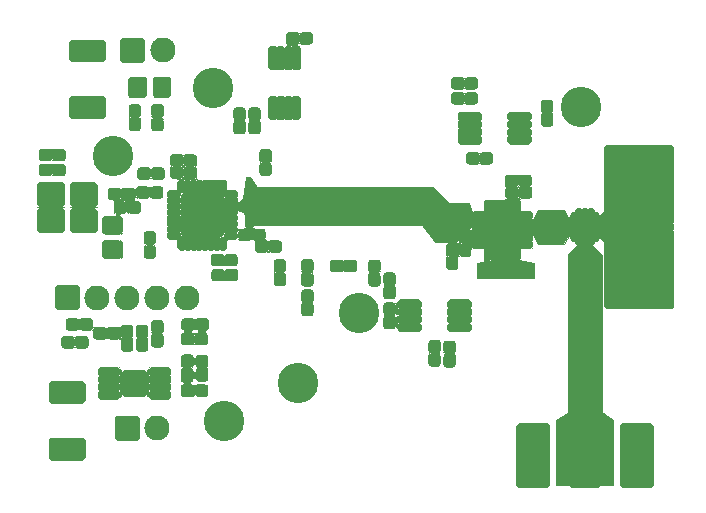
<source format=gbr>
%TF.GenerationSoftware,KiCad,Pcbnew,(5.1.8)-1*%
%TF.CreationDate,2021-01-16T00:45:47+01:00*%
%TF.ProjectId,Ka-band-Mixer,4b612d62-616e-4642-9d4d-697865722e6b,rev?*%
%TF.SameCoordinates,Original*%
%TF.FileFunction,Soldermask,Top*%
%TF.FilePolarity,Negative*%
%FSLAX46Y46*%
G04 Gerber Fmt 4.6, Leading zero omitted, Abs format (unit mm)*
G04 Created by KiCad (PCBNEW (5.1.8)-1) date 2021-01-16 00:45:47*
%MOMM*%
%LPD*%
G01*
G04 APERTURE LIST*
%ADD10C,0.100000*%
%ADD11O,2.130000X2.130000*%
%ADD12C,1.030000*%
%ADD13C,2.630000*%
%ADD14C,0.930000*%
%ADD15C,3.430000*%
%ADD16C,1.230000*%
G04 APERTURE END LIST*
D10*
G36*
X136370000Y-102960000D02*
G01*
X136370000Y-104260000D01*
X131570000Y-104260000D01*
X131570000Y-102960000D01*
X133870000Y-102560000D01*
X134170000Y-102560000D01*
X136370000Y-102960000D01*
G37*
X136370000Y-102960000D02*
X136370000Y-104260000D01*
X131570000Y-104260000D01*
X131570000Y-102960000D01*
X133870000Y-102560000D01*
X134170000Y-102560000D01*
X136370000Y-102960000D01*
G36*
X142200000Y-102350000D02*
G01*
X142208440Y-115580000D01*
X143108440Y-116280000D01*
X143108440Y-121786500D01*
X138308440Y-121786500D01*
X138308440Y-116280000D01*
X139250000Y-115680000D01*
X139250000Y-102350000D01*
X140600000Y-101000000D01*
X140850000Y-101000000D01*
X142200000Y-102350000D01*
G37*
X142200000Y-102350000D02*
X142208440Y-115580000D01*
X143108440Y-116280000D01*
X143108440Y-121786500D01*
X138308440Y-121786500D01*
X138308440Y-116280000D01*
X139250000Y-115680000D01*
X139250000Y-102350000D01*
X140600000Y-101000000D01*
X140850000Y-101000000D01*
X142200000Y-102350000D01*
G36*
X142587720Y-101466500D02*
G01*
X141772380Y-100615600D01*
X141772380Y-99292260D01*
X142587720Y-98380400D01*
X142587720Y-101466500D01*
G37*
X142587720Y-101466500D02*
X141772380Y-100615600D01*
X141772380Y-99292260D01*
X142587720Y-98380400D01*
X142587720Y-101466500D01*
G36*
X139669260Y-99812960D02*
G01*
X139674340Y-100102520D01*
X138930120Y-101428400D01*
X136748260Y-101428400D01*
X136039600Y-100079660D01*
X136047220Y-99840900D01*
X136738100Y-98489620D01*
X138935200Y-98487080D01*
X139669260Y-99812960D01*
G37*
X139669260Y-99812960D02*
X139674340Y-100102520D01*
X138930120Y-101428400D01*
X136748260Y-101428400D01*
X136039600Y-100079660D01*
X136047220Y-99840900D01*
X136738100Y-98489620D01*
X138935200Y-98487080D01*
X139669260Y-99812960D01*
G36*
X112970000Y-96560000D02*
G01*
X127870000Y-96560000D01*
X129220000Y-97960000D01*
X130941000Y-97929000D01*
X131449000Y-99326000D01*
X131449000Y-99580000D01*
X129770000Y-101210000D01*
X128070000Y-101210000D01*
X126895500Y-99760000D01*
X112544500Y-99760000D01*
X111764000Y-98691000D01*
X111129000Y-98437000D01*
X111129000Y-98056000D01*
X111764000Y-97548000D01*
X112020000Y-95710000D01*
X112370000Y-95710000D01*
X112970000Y-96560000D01*
G37*
X112970000Y-96560000D02*
X127870000Y-96560000D01*
X129220000Y-97960000D01*
X130941000Y-97929000D01*
X131449000Y-99326000D01*
X131449000Y-99580000D01*
X129770000Y-101210000D01*
X128070000Y-101210000D01*
X126895500Y-99760000D01*
X112544500Y-99760000D01*
X111764000Y-98691000D01*
X111129000Y-98437000D01*
X111129000Y-98056000D01*
X111764000Y-97548000D01*
X112020000Y-95710000D01*
X112370000Y-95710000D01*
X112970000Y-96560000D01*
%TO.C,J4*%
G36*
X148070000Y-93210001D02*
G01*
X148070000Y-106710001D01*
X142570000Y-106710001D01*
X142570000Y-93210001D01*
X148070000Y-93210001D01*
G37*
G36*
X136370000Y-102960000D02*
G01*
X136370000Y-104260000D01*
X131570000Y-104260000D01*
X131570000Y-102960000D01*
X133870000Y-102560000D01*
X134170000Y-102560000D01*
X136370000Y-102960000D01*
G37*
X136370000Y-102960000D02*
X136370000Y-104260000D01*
X131570000Y-104260000D01*
X131570000Y-102960000D01*
X133870000Y-102560000D01*
X134170000Y-102560000D01*
X136370000Y-102960000D01*
G36*
X142200000Y-102350000D02*
G01*
X142208440Y-115580000D01*
X143108440Y-116280000D01*
X143108440Y-121786500D01*
X138308440Y-121786500D01*
X138308440Y-116280000D01*
X139250000Y-115680000D01*
X139250000Y-102350000D01*
X140600000Y-101000000D01*
X140850000Y-101000000D01*
X142200000Y-102350000D01*
G37*
X142200000Y-102350000D02*
X142208440Y-115580000D01*
X143108440Y-116280000D01*
X143108440Y-121786500D01*
X138308440Y-121786500D01*
X138308440Y-116280000D01*
X139250000Y-115680000D01*
X139250000Y-102350000D01*
X140600000Y-101000000D01*
X140850000Y-101000000D01*
X142200000Y-102350000D01*
G36*
X142587720Y-101466500D02*
G01*
X141772380Y-100615600D01*
X141772380Y-99292260D01*
X142587720Y-98380400D01*
X142587720Y-101466500D01*
G37*
X142587720Y-101466500D02*
X141772380Y-100615600D01*
X141772380Y-99292260D01*
X142587720Y-98380400D01*
X142587720Y-101466500D01*
G36*
X139669260Y-99812960D02*
G01*
X139674340Y-100102520D01*
X138930120Y-101428400D01*
X136748260Y-101428400D01*
X136039600Y-100079660D01*
X136047220Y-99840900D01*
X136738100Y-98489620D01*
X138935200Y-98487080D01*
X139669260Y-99812960D01*
G37*
X139669260Y-99812960D02*
X139674340Y-100102520D01*
X138930120Y-101428400D01*
X136748260Y-101428400D01*
X136039600Y-100079660D01*
X136047220Y-99840900D01*
X136738100Y-98489620D01*
X138935200Y-98487080D01*
X139669260Y-99812960D01*
G36*
X112970000Y-96560000D02*
G01*
X127870000Y-96560000D01*
X129220000Y-97960000D01*
X130941000Y-97929000D01*
X131449000Y-99326000D01*
X131449000Y-99580000D01*
X129770000Y-101210000D01*
X128070000Y-101210000D01*
X126895500Y-99760000D01*
X112544500Y-99760000D01*
X111764000Y-98691000D01*
X111129000Y-98437000D01*
X111129000Y-98056000D01*
X111764000Y-97548000D01*
X112020000Y-95710000D01*
X112370000Y-95710000D01*
X112970000Y-96560000D01*
G37*
X112970000Y-96560000D02*
X127870000Y-96560000D01*
X129220000Y-97960000D01*
X130941000Y-97929000D01*
X131449000Y-99326000D01*
X131449000Y-99580000D01*
X129770000Y-101210000D01*
X128070000Y-101210000D01*
X126895500Y-99760000D01*
X112544500Y-99760000D01*
X111764000Y-98691000D01*
X111129000Y-98437000D01*
X111129000Y-98056000D01*
X111764000Y-97548000D01*
X112020000Y-95710000D01*
X112370000Y-95710000D01*
X112970000Y-96560000D01*
G36*
X148070000Y-93210001D02*
G01*
X148070000Y-106710001D01*
X142570000Y-106710001D01*
X142570000Y-93210001D01*
X148070000Y-93210001D01*
G37*
%TD*%
D11*
%TO.C,J1*%
X107065000Y-105930000D03*
X104525000Y-105930000D03*
X101985000Y-105930000D03*
X99445000Y-105930000D03*
G36*
G01*
X97755000Y-106995000D02*
X96055000Y-106995000D01*
G75*
G02*
X95840000Y-106780000I0J215000D01*
G01*
X95840000Y-105080000D01*
G75*
G02*
X96055000Y-104865000I215000J0D01*
G01*
X97755000Y-104865000D01*
G75*
G02*
X97970000Y-105080000I0J-215000D01*
G01*
X97970000Y-106780000D01*
G75*
G02*
X97755000Y-106995000I-215000J0D01*
G01*
G37*
%TD*%
%TO.C,J3*%
X104978200Y-85005600D03*
G36*
G01*
X103288200Y-86070600D02*
X101588200Y-86070600D01*
G75*
G02*
X101373200Y-85855600I0J215000D01*
G01*
X101373200Y-84155600D01*
G75*
G02*
X101588200Y-83940600I215000J0D01*
G01*
X103288200Y-83940600D01*
G75*
G02*
X103503200Y-84155600I0J-215000D01*
G01*
X103503200Y-85855600D01*
G75*
G02*
X103288200Y-86070600I-215000J0D01*
G01*
G37*
%TD*%
%TO.C,J2*%
X104500000Y-116995000D03*
G36*
G01*
X102810000Y-118060000D02*
X101110000Y-118060000D01*
G75*
G02*
X100895000Y-117845000I0J215000D01*
G01*
X100895000Y-116145000D01*
G75*
G02*
X101110000Y-115930000I215000J0D01*
G01*
X102810000Y-115930000D01*
G75*
G02*
X103025000Y-116145000I0J-215000D01*
G01*
X103025000Y-117845000D01*
G75*
G02*
X102810000Y-118060000I-215000J0D01*
G01*
G37*
%TD*%
%TO.C,J5*%
G36*
G01*
X146318440Y-122065420D02*
X143898440Y-122065420D01*
G75*
G02*
X143683440Y-121850420I0J215000D01*
G01*
X143683440Y-116770420D01*
G75*
G02*
X143898440Y-116555420I215000J0D01*
G01*
X146318440Y-116555420D01*
G75*
G02*
X146533440Y-116770420I0J-215000D01*
G01*
X146533440Y-121850420D01*
G75*
G02*
X146318440Y-122065420I-215000J0D01*
G01*
G37*
G36*
G01*
X137558440Y-122065420D02*
X135138440Y-122065420D01*
G75*
G02*
X134923440Y-121850420I0J215000D01*
G01*
X134923440Y-116770420D01*
G75*
G02*
X135138440Y-116555420I215000J0D01*
G01*
X137558440Y-116555420D01*
G75*
G02*
X137773440Y-116770420I0J-215000D01*
G01*
X137773440Y-121850420D01*
G75*
G02*
X137558440Y-122065420I-215000J0D01*
G01*
G37*
G36*
G01*
X141873440Y-122065420D02*
X139583440Y-122065420D01*
G75*
G02*
X139368440Y-121850420I0J215000D01*
G01*
X139368440Y-116770420D01*
G75*
G02*
X139583440Y-116555420I215000J0D01*
G01*
X141873440Y-116555420D01*
G75*
G02*
X142088440Y-116770420I0J-215000D01*
G01*
X142088440Y-121850420D01*
G75*
G02*
X141873440Y-122065420I-215000J0D01*
G01*
G37*
%TD*%
D12*
%TO.C,J4*%
X143010000Y-98745001D03*
X143010000Y-99215001D03*
X143480000Y-98745001D03*
X143480000Y-99215001D03*
X143950000Y-98745001D03*
X143950000Y-99215001D03*
X144420000Y-98745001D03*
X144420000Y-99215001D03*
X144890000Y-98745001D03*
X144890000Y-99215001D03*
X145360000Y-98745001D03*
X145360000Y-99215001D03*
X145830000Y-98275001D03*
X145830000Y-98745001D03*
X145830000Y-99215001D03*
X146300000Y-97805001D03*
X146300000Y-98275001D03*
X146300000Y-98745001D03*
X146300000Y-99215001D03*
X146770000Y-97335001D03*
X146770000Y-97805001D03*
X146770000Y-98275001D03*
X146770000Y-98745001D03*
X146770000Y-99215001D03*
X147240000Y-96865001D03*
X147240000Y-97335001D03*
X147240000Y-97805001D03*
X147240000Y-98275001D03*
X147240000Y-98745001D03*
X147240000Y-99215001D03*
X147710000Y-99215001D03*
X147710000Y-98745001D03*
X147710000Y-98275001D03*
X147710000Y-97805001D03*
X147710000Y-97335001D03*
X147710000Y-96865001D03*
X143010000Y-100710001D03*
X143010000Y-101180001D03*
X143480000Y-100710001D03*
X143480000Y-101180001D03*
X143950000Y-100710001D03*
X143950000Y-101180001D03*
X144420000Y-100710001D03*
X144420000Y-101180001D03*
X144890000Y-100710001D03*
X144890000Y-101180001D03*
X145360000Y-100710001D03*
X145360000Y-101180001D03*
X145830000Y-100710001D03*
X145830000Y-101180001D03*
X145830000Y-101650001D03*
X146300000Y-100710001D03*
X146300000Y-101180001D03*
X146300000Y-101650001D03*
X146300000Y-102120001D03*
X146770000Y-100710001D03*
X146770000Y-101180001D03*
X146770000Y-101650001D03*
X146770000Y-102120001D03*
X146770000Y-102590001D03*
X147240000Y-100710001D03*
X147240000Y-101180001D03*
X147240000Y-101650001D03*
X147240000Y-102120001D03*
X147240000Y-102590001D03*
X147240000Y-103060001D03*
X147710000Y-100710001D03*
X147710000Y-101180001D03*
X147710000Y-101650001D03*
X147710000Y-102120001D03*
X147710000Y-102590001D03*
X147710000Y-103060001D03*
X147710000Y-103530001D03*
X147710000Y-96395001D03*
D13*
X145530000Y-95205001D03*
X145530000Y-104720001D03*
G36*
G01*
X148070000Y-106920901D02*
X142570000Y-106920901D01*
G75*
G02*
X142355000Y-106705901I0J215000D01*
G01*
X142355000Y-100384101D01*
G75*
G02*
X142570000Y-100169101I215000J0D01*
G01*
X148070000Y-100169101D01*
G75*
G02*
X148285000Y-100384101I0J-215000D01*
G01*
X148285000Y-106705901D01*
G75*
G02*
X148070000Y-106920901I-215000J0D01*
G01*
G37*
G36*
G01*
X148070000Y-99750900D02*
X142570000Y-99750900D01*
G75*
G02*
X142355000Y-99535900I0J215000D01*
G01*
X142355000Y-93214100D01*
G75*
G02*
X142570000Y-92999100I215000J0D01*
G01*
X148070000Y-92999100D01*
G75*
G02*
X148285000Y-93214100I0J-215000D01*
G01*
X148285000Y-99535900D01*
G75*
G02*
X148070000Y-99750900I-215000J0D01*
G01*
G37*
G36*
G01*
X148070000Y-100399088D02*
X142570000Y-100399088D01*
G75*
G02*
X142355000Y-100184088I0J215000D01*
G01*
X142355000Y-99735912D01*
G75*
G02*
X142570000Y-99520912I215000J0D01*
G01*
X148070000Y-99520912D01*
G75*
G02*
X148285000Y-99735912I0J-215000D01*
G01*
X148285000Y-100184088D01*
G75*
G02*
X148070000Y-100399088I-215000J0D01*
G01*
G37*
%TD*%
%TO.C,C32*%
G36*
G01*
X117491700Y-98428423D02*
X117491700Y-98013423D01*
G75*
G02*
X117699200Y-97805923I207500J0D01*
G01*
X118349200Y-97805923D01*
G75*
G02*
X118556700Y-98013423I0J-207500D01*
G01*
X118556700Y-98428423D01*
G75*
G02*
X118349200Y-98635923I-207500J0D01*
G01*
X117699200Y-98635923D01*
G75*
G02*
X117491700Y-98428423I0J207500D01*
G01*
G37*
G36*
G01*
X116656700Y-98428423D02*
X116656700Y-98013423D01*
G75*
G02*
X116864200Y-97805923I207500J0D01*
G01*
X117514200Y-97805923D01*
G75*
G02*
X117721700Y-98013423I0J-207500D01*
G01*
X117721700Y-98428423D01*
G75*
G02*
X117514200Y-98635923I-207500J0D01*
G01*
X116864200Y-98635923D01*
G75*
G02*
X116656700Y-98428423I0J207500D01*
G01*
G37*
%TD*%
%TO.C,C7*%
G36*
G01*
X106710200Y-94578900D02*
X106710200Y-94053900D01*
G75*
G02*
X106972700Y-93791400I262500J0D01*
G01*
X107612700Y-93791400D01*
G75*
G02*
X107875200Y-94053900I0J-262500D01*
G01*
X107875200Y-94578900D01*
G75*
G02*
X107612700Y-94841400I-262500J0D01*
G01*
X106972700Y-94841400D01*
G75*
G02*
X106710200Y-94578900I0J262500D01*
G01*
G37*
G36*
G01*
X105575200Y-94578900D02*
X105575200Y-94053900D01*
G75*
G02*
X105837700Y-93791400I262500J0D01*
G01*
X106477700Y-93791400D01*
G75*
G02*
X106740200Y-94053900I0J-262500D01*
G01*
X106740200Y-94578900D01*
G75*
G02*
X106477700Y-94841400I-262500J0D01*
G01*
X105837700Y-94841400D01*
G75*
G02*
X105575200Y-94578900I0J262500D01*
G01*
G37*
%TD*%
%TO.C,C9*%
G36*
G01*
X106712740Y-95615220D02*
X106712740Y-95090220D01*
G75*
G02*
X106975240Y-94827720I262500J0D01*
G01*
X107615240Y-94827720D01*
G75*
G02*
X107877740Y-95090220I0J-262500D01*
G01*
X107877740Y-95615220D01*
G75*
G02*
X107615240Y-95877720I-262500J0D01*
G01*
X106975240Y-95877720D01*
G75*
G02*
X106712740Y-95615220I0J262500D01*
G01*
G37*
G36*
G01*
X105577740Y-95615220D02*
X105577740Y-95090220D01*
G75*
G02*
X105840240Y-94827720I262500J0D01*
G01*
X106480240Y-94827720D01*
G75*
G02*
X106742740Y-95090220I0J-262500D01*
G01*
X106742740Y-95615220D01*
G75*
G02*
X106480240Y-95877720I-262500J0D01*
G01*
X105840240Y-95877720D01*
G75*
G02*
X105577740Y-95615220I0J262500D01*
G01*
G37*
%TD*%
%TO.C,R17*%
G36*
G01*
X112112500Y-98160000D02*
X112527500Y-98160000D01*
G75*
G02*
X112735000Y-98367500I0J-207500D01*
G01*
X112735000Y-99017500D01*
G75*
G02*
X112527500Y-99225000I-207500J0D01*
G01*
X112112500Y-99225000D01*
G75*
G02*
X111905000Y-99017500I0J207500D01*
G01*
X111905000Y-98367500D01*
G75*
G02*
X112112500Y-98160000I207500J0D01*
G01*
G37*
G36*
G01*
X112112500Y-98995000D02*
X112527500Y-98995000D01*
G75*
G02*
X112735000Y-99202500I0J-207500D01*
G01*
X112735000Y-99852500D01*
G75*
G02*
X112527500Y-100060000I-207500J0D01*
G01*
X112112500Y-100060000D01*
G75*
G02*
X111905000Y-99852500I0J207500D01*
G01*
X111905000Y-99202500D01*
G75*
G02*
X112112500Y-98995000I207500J0D01*
G01*
G37*
%TD*%
%TO.C,R15*%
G36*
G01*
X112527500Y-97425000D02*
X112112500Y-97425000D01*
G75*
G02*
X111905000Y-97217500I0J207500D01*
G01*
X111905000Y-96567500D01*
G75*
G02*
X112112500Y-96360000I207500J0D01*
G01*
X112527500Y-96360000D01*
G75*
G02*
X112735000Y-96567500I0J-207500D01*
G01*
X112735000Y-97217500D01*
G75*
G02*
X112527500Y-97425000I-207500J0D01*
G01*
G37*
G36*
G01*
X112527500Y-98260000D02*
X112112500Y-98260000D01*
G75*
G02*
X111905000Y-98052500I0J207500D01*
G01*
X111905000Y-97402500D01*
G75*
G02*
X112112500Y-97195000I207500J0D01*
G01*
X112527500Y-97195000D01*
G75*
G02*
X112735000Y-97402500I0J-207500D01*
G01*
X112735000Y-98052500D01*
G75*
G02*
X112527500Y-98260000I-207500J0D01*
G01*
G37*
%TD*%
D14*
%TO.C,U6*%
X134735000Y-101715000D03*
X133235000Y-101715000D03*
X132735000Y-101215000D03*
X133735000Y-101215000D03*
X134735000Y-101215000D03*
X135235000Y-100715000D03*
X134235000Y-100715000D03*
X133235000Y-100715000D03*
X132735000Y-100215000D03*
X133735000Y-100215000D03*
X134735000Y-100215000D03*
X134235000Y-99715000D03*
X133235000Y-99715000D03*
X134735000Y-99215000D03*
X135235000Y-99215000D03*
X133735000Y-99215000D03*
X132735000Y-99215000D03*
X132735000Y-98715000D03*
G36*
G01*
X132170000Y-101565000D02*
X132170000Y-98865000D01*
G75*
G02*
X132385000Y-98650000I215000J0D01*
G01*
X135085000Y-98650000D01*
G75*
G02*
X135300000Y-98865000I0J-215000D01*
G01*
X135300000Y-101565000D01*
G75*
G02*
X135085000Y-101780000I-215000J0D01*
G01*
X132385000Y-101780000D01*
G75*
G02*
X132170000Y-101565000I0J215000D01*
G01*
G37*
G36*
G01*
X132145000Y-98710000D02*
X132145000Y-97795000D01*
G75*
G02*
X132315000Y-97625000I170000J0D01*
G01*
X132655000Y-97625000D01*
G75*
G02*
X132825000Y-97795000I0J-170000D01*
G01*
X132825000Y-98710000D01*
G75*
G02*
X132655000Y-98880000I-170000J0D01*
G01*
X132315000Y-98880000D01*
G75*
G02*
X132145000Y-98710000I0J170000D01*
G01*
G37*
G36*
G01*
X132645000Y-98710000D02*
X132645000Y-97795000D01*
G75*
G02*
X132815000Y-97625000I170000J0D01*
G01*
X133155000Y-97625000D01*
G75*
G02*
X133325000Y-97795000I0J-170000D01*
G01*
X133325000Y-98710000D01*
G75*
G02*
X133155000Y-98880000I-170000J0D01*
G01*
X132815000Y-98880000D01*
G75*
G02*
X132645000Y-98710000I0J170000D01*
G01*
G37*
G36*
G01*
X133145000Y-98710000D02*
X133145000Y-97795000D01*
G75*
G02*
X133315000Y-97625000I170000J0D01*
G01*
X133655000Y-97625000D01*
G75*
G02*
X133825000Y-97795000I0J-170000D01*
G01*
X133825000Y-98710000D01*
G75*
G02*
X133655000Y-98880000I-170000J0D01*
G01*
X133315000Y-98880000D01*
G75*
G02*
X133145000Y-98710000I0J170000D01*
G01*
G37*
G36*
G01*
X133645000Y-98710000D02*
X133645000Y-97795000D01*
G75*
G02*
X133815000Y-97625000I170000J0D01*
G01*
X134155000Y-97625000D01*
G75*
G02*
X134325000Y-97795000I0J-170000D01*
G01*
X134325000Y-98710000D01*
G75*
G02*
X134155000Y-98880000I-170000J0D01*
G01*
X133815000Y-98880000D01*
G75*
G02*
X133645000Y-98710000I0J170000D01*
G01*
G37*
G36*
G01*
X134145000Y-98710000D02*
X134145000Y-97795000D01*
G75*
G02*
X134315000Y-97625000I170000J0D01*
G01*
X134655000Y-97625000D01*
G75*
G02*
X134825000Y-97795000I0J-170000D01*
G01*
X134825000Y-98710000D01*
G75*
G02*
X134655000Y-98880000I-170000J0D01*
G01*
X134315000Y-98880000D01*
G75*
G02*
X134145000Y-98710000I0J170000D01*
G01*
G37*
G36*
G01*
X134645000Y-98710000D02*
X134645000Y-97795000D01*
G75*
G02*
X134815000Y-97625000I170000J0D01*
G01*
X135155000Y-97625000D01*
G75*
G02*
X135325000Y-97795000I0J-170000D01*
G01*
X135325000Y-98710000D01*
G75*
G02*
X135155000Y-98880000I-170000J0D01*
G01*
X134815000Y-98880000D01*
G75*
G02*
X134645000Y-98710000I0J170000D01*
G01*
G37*
G36*
G01*
X135070000Y-99135000D02*
X135070000Y-98795000D01*
G75*
G02*
X135240000Y-98625000I170000J0D01*
G01*
X136155000Y-98625000D01*
G75*
G02*
X136325000Y-98795000I0J-170000D01*
G01*
X136325000Y-99135000D01*
G75*
G02*
X136155000Y-99305000I-170000J0D01*
G01*
X135240000Y-99305000D01*
G75*
G02*
X135070000Y-99135000I0J170000D01*
G01*
G37*
G36*
G01*
X135070000Y-99635000D02*
X135070000Y-99295000D01*
G75*
G02*
X135240000Y-99125000I170000J0D01*
G01*
X136155000Y-99125000D01*
G75*
G02*
X136325000Y-99295000I0J-170000D01*
G01*
X136325000Y-99635000D01*
G75*
G02*
X136155000Y-99805000I-170000J0D01*
G01*
X135240000Y-99805000D01*
G75*
G02*
X135070000Y-99635000I0J170000D01*
G01*
G37*
G36*
G01*
X135070000Y-100135000D02*
X135070000Y-99795000D01*
G75*
G02*
X135240000Y-99625000I170000J0D01*
G01*
X136155000Y-99625000D01*
G75*
G02*
X136325000Y-99795000I0J-170000D01*
G01*
X136325000Y-100135000D01*
G75*
G02*
X136155000Y-100305000I-170000J0D01*
G01*
X135240000Y-100305000D01*
G75*
G02*
X135070000Y-100135000I0J170000D01*
G01*
G37*
G36*
G01*
X135070000Y-100635000D02*
X135070000Y-100295000D01*
G75*
G02*
X135240000Y-100125000I170000J0D01*
G01*
X136155000Y-100125000D01*
G75*
G02*
X136325000Y-100295000I0J-170000D01*
G01*
X136325000Y-100635000D01*
G75*
G02*
X136155000Y-100805000I-170000J0D01*
G01*
X135240000Y-100805000D01*
G75*
G02*
X135070000Y-100635000I0J170000D01*
G01*
G37*
G36*
G01*
X135070000Y-101135000D02*
X135070000Y-100795000D01*
G75*
G02*
X135240000Y-100625000I170000J0D01*
G01*
X136155000Y-100625000D01*
G75*
G02*
X136325000Y-100795000I0J-170000D01*
G01*
X136325000Y-101135000D01*
G75*
G02*
X136155000Y-101305000I-170000J0D01*
G01*
X135240000Y-101305000D01*
G75*
G02*
X135070000Y-101135000I0J170000D01*
G01*
G37*
G36*
G01*
X135070000Y-101635000D02*
X135070000Y-101295000D01*
G75*
G02*
X135240000Y-101125000I170000J0D01*
G01*
X136155000Y-101125000D01*
G75*
G02*
X136325000Y-101295000I0J-170000D01*
G01*
X136325000Y-101635000D01*
G75*
G02*
X136155000Y-101805000I-170000J0D01*
G01*
X135240000Y-101805000D01*
G75*
G02*
X135070000Y-101635000I0J170000D01*
G01*
G37*
G36*
G01*
X134645000Y-102635000D02*
X134645000Y-101720000D01*
G75*
G02*
X134815000Y-101550000I170000J0D01*
G01*
X135155000Y-101550000D01*
G75*
G02*
X135325000Y-101720000I0J-170000D01*
G01*
X135325000Y-102635000D01*
G75*
G02*
X135155000Y-102805000I-170000J0D01*
G01*
X134815000Y-102805000D01*
G75*
G02*
X134645000Y-102635000I0J170000D01*
G01*
G37*
G36*
G01*
X134145000Y-102635000D02*
X134145000Y-101720000D01*
G75*
G02*
X134315000Y-101550000I170000J0D01*
G01*
X134655000Y-101550000D01*
G75*
G02*
X134825000Y-101720000I0J-170000D01*
G01*
X134825000Y-102635000D01*
G75*
G02*
X134655000Y-102805000I-170000J0D01*
G01*
X134315000Y-102805000D01*
G75*
G02*
X134145000Y-102635000I0J170000D01*
G01*
G37*
G36*
G01*
X133645000Y-102635000D02*
X133645000Y-101720000D01*
G75*
G02*
X133815000Y-101550000I170000J0D01*
G01*
X134155000Y-101550000D01*
G75*
G02*
X134325000Y-101720000I0J-170000D01*
G01*
X134325000Y-102635000D01*
G75*
G02*
X134155000Y-102805000I-170000J0D01*
G01*
X133815000Y-102805000D01*
G75*
G02*
X133645000Y-102635000I0J170000D01*
G01*
G37*
G36*
G01*
X133145000Y-102635000D02*
X133145000Y-101720000D01*
G75*
G02*
X133315000Y-101550000I170000J0D01*
G01*
X133655000Y-101550000D01*
G75*
G02*
X133825000Y-101720000I0J-170000D01*
G01*
X133825000Y-102635000D01*
G75*
G02*
X133655000Y-102805000I-170000J0D01*
G01*
X133315000Y-102805000D01*
G75*
G02*
X133145000Y-102635000I0J170000D01*
G01*
G37*
G36*
G01*
X132645000Y-102635000D02*
X132645000Y-101720000D01*
G75*
G02*
X132815000Y-101550000I170000J0D01*
G01*
X133155000Y-101550000D01*
G75*
G02*
X133325000Y-101720000I0J-170000D01*
G01*
X133325000Y-102635000D01*
G75*
G02*
X133155000Y-102805000I-170000J0D01*
G01*
X132815000Y-102805000D01*
G75*
G02*
X132645000Y-102635000I0J170000D01*
G01*
G37*
G36*
G01*
X132145000Y-102635000D02*
X132145000Y-101720000D01*
G75*
G02*
X132315000Y-101550000I170000J0D01*
G01*
X132655000Y-101550000D01*
G75*
G02*
X132825000Y-101720000I0J-170000D01*
G01*
X132825000Y-102635000D01*
G75*
G02*
X132655000Y-102805000I-170000J0D01*
G01*
X132315000Y-102805000D01*
G75*
G02*
X132145000Y-102635000I0J170000D01*
G01*
G37*
G36*
G01*
X131145000Y-101635000D02*
X131145000Y-101295000D01*
G75*
G02*
X131315000Y-101125000I170000J0D01*
G01*
X132230000Y-101125000D01*
G75*
G02*
X132400000Y-101295000I0J-170000D01*
G01*
X132400000Y-101635000D01*
G75*
G02*
X132230000Y-101805000I-170000J0D01*
G01*
X131315000Y-101805000D01*
G75*
G02*
X131145000Y-101635000I0J170000D01*
G01*
G37*
G36*
G01*
X131145000Y-101135000D02*
X131145000Y-100795000D01*
G75*
G02*
X131315000Y-100625000I170000J0D01*
G01*
X132230000Y-100625000D01*
G75*
G02*
X132400000Y-100795000I0J-170000D01*
G01*
X132400000Y-101135000D01*
G75*
G02*
X132230000Y-101305000I-170000J0D01*
G01*
X131315000Y-101305000D01*
G75*
G02*
X131145000Y-101135000I0J170000D01*
G01*
G37*
G36*
G01*
X131145000Y-100635000D02*
X131145000Y-100295000D01*
G75*
G02*
X131315000Y-100125000I170000J0D01*
G01*
X132230000Y-100125000D01*
G75*
G02*
X132400000Y-100295000I0J-170000D01*
G01*
X132400000Y-100635000D01*
G75*
G02*
X132230000Y-100805000I-170000J0D01*
G01*
X131315000Y-100805000D01*
G75*
G02*
X131145000Y-100635000I0J170000D01*
G01*
G37*
G36*
G01*
X131145000Y-100135000D02*
X131145000Y-99795000D01*
G75*
G02*
X131315000Y-99625000I170000J0D01*
G01*
X132230000Y-99625000D01*
G75*
G02*
X132400000Y-99795000I0J-170000D01*
G01*
X132400000Y-100135000D01*
G75*
G02*
X132230000Y-100305000I-170000J0D01*
G01*
X131315000Y-100305000D01*
G75*
G02*
X131145000Y-100135000I0J170000D01*
G01*
G37*
G36*
G01*
X131145000Y-99635000D02*
X131145000Y-99295000D01*
G75*
G02*
X131315000Y-99125000I170000J0D01*
G01*
X132230000Y-99125000D01*
G75*
G02*
X132400000Y-99295000I0J-170000D01*
G01*
X132400000Y-99635000D01*
G75*
G02*
X132230000Y-99805000I-170000J0D01*
G01*
X131315000Y-99805000D01*
G75*
G02*
X131145000Y-99635000I0J170000D01*
G01*
G37*
G36*
G01*
X131145000Y-99135000D02*
X131145000Y-98795000D01*
G75*
G02*
X131315000Y-98625000I170000J0D01*
G01*
X132230000Y-98625000D01*
G75*
G02*
X132400000Y-98795000I0J-170000D01*
G01*
X132400000Y-99135000D01*
G75*
G02*
X132230000Y-99305000I-170000J0D01*
G01*
X131315000Y-99305000D01*
G75*
G02*
X131145000Y-99135000I0J170000D01*
G01*
G37*
%TD*%
D15*
%TO.C,TP2*%
X116450000Y-113200000D03*
%TD*%
%TO.C,D1*%
G36*
G01*
X101286524Y-100615000D02*
X100143476Y-100615000D01*
G75*
G02*
X99800000Y-100271524I0J343476D01*
G01*
X99800000Y-99378476D01*
G75*
G02*
X100143476Y-99035000I343476J0D01*
G01*
X101286524Y-99035000D01*
G75*
G02*
X101630000Y-99378476I0J-343476D01*
G01*
X101630000Y-100271524D01*
G75*
G02*
X101286524Y-100615000I-343476J0D01*
G01*
G37*
G36*
G01*
X101286524Y-102665000D02*
X100143476Y-102665000D01*
G75*
G02*
X99800000Y-102321524I0J343476D01*
G01*
X99800000Y-101428476D01*
G75*
G02*
X100143476Y-101085000I343476J0D01*
G01*
X101286524Y-101085000D01*
G75*
G02*
X101630000Y-101428476I0J-343476D01*
G01*
X101630000Y-102321524D01*
G75*
G02*
X101286524Y-102665000I-343476J0D01*
G01*
G37*
%TD*%
D14*
%TO.C,U7*%
X141230000Y-99460000D03*
X141230000Y-100460000D03*
X140230000Y-100460000D03*
X140230000Y-99460000D03*
X141580000Y-99110000D03*
X141580000Y-100810000D03*
X139880000Y-100810000D03*
X139880000Y-99110000D03*
X141230000Y-99960000D03*
X140730000Y-100460000D03*
X140730000Y-99460000D03*
X140230000Y-99960000D03*
X140730000Y-99960000D03*
G36*
G01*
X139765000Y-100710000D02*
X139765000Y-99210000D01*
G75*
G02*
X139980000Y-98995000I215000J0D01*
G01*
X141480000Y-98995000D01*
G75*
G02*
X141695000Y-99210000I0J-215000D01*
G01*
X141695000Y-100710000D01*
G75*
G02*
X141480000Y-100925000I-215000J0D01*
G01*
X139980000Y-100925000D01*
G75*
G02*
X139765000Y-100710000I0J215000D01*
G01*
G37*
G36*
G01*
X139862601Y-98910000D02*
X139862601Y-98590000D01*
G75*
G02*
X140077601Y-98375000I215000J0D01*
G01*
X140382401Y-98375000D01*
G75*
G02*
X140597401Y-98590000I0J-215000D01*
G01*
X140597401Y-98910000D01*
G75*
G02*
X140382401Y-99125000I-215000J0D01*
G01*
X140077601Y-99125000D01*
G75*
G02*
X139862601Y-98910000I0J215000D01*
G01*
G37*
G36*
G01*
X140362600Y-98910000D02*
X140362600Y-98590000D01*
G75*
G02*
X140577600Y-98375000I215000J0D01*
G01*
X140882400Y-98375000D01*
G75*
G02*
X141097400Y-98590000I0J-215000D01*
G01*
X141097400Y-98910000D01*
G75*
G02*
X140882400Y-99125000I-215000J0D01*
G01*
X140577600Y-99125000D01*
G75*
G02*
X140362600Y-98910000I0J215000D01*
G01*
G37*
G36*
G01*
X140862599Y-98910000D02*
X140862599Y-98590000D01*
G75*
G02*
X141077599Y-98375000I215000J0D01*
G01*
X141382399Y-98375000D01*
G75*
G02*
X141597399Y-98590000I0J-215000D01*
G01*
X141597399Y-98910000D01*
G75*
G02*
X141382399Y-99125000I-215000J0D01*
G01*
X141077599Y-99125000D01*
G75*
G02*
X140862599Y-98910000I0J215000D01*
G01*
G37*
G36*
G01*
X142100000Y-99822400D02*
X141780000Y-99822400D01*
G75*
G02*
X141565000Y-99607400I0J215000D01*
G01*
X141565000Y-99302600D01*
G75*
G02*
X141780000Y-99087600I215000J0D01*
G01*
X142100000Y-99087600D01*
G75*
G02*
X142315000Y-99302600I0J-215000D01*
G01*
X142315000Y-99607400D01*
G75*
G02*
X142100000Y-99822400I-215000J0D01*
G01*
G37*
G36*
G01*
X142100000Y-100327400D02*
X141780000Y-100327400D01*
G75*
G02*
X141565000Y-100112400I0J215000D01*
G01*
X141565000Y-99807600D01*
G75*
G02*
X141780000Y-99592600I215000J0D01*
G01*
X142100000Y-99592600D01*
G75*
G02*
X142315000Y-99807600I0J-215000D01*
G01*
X142315000Y-100112400D01*
G75*
G02*
X142100000Y-100327400I-215000J0D01*
G01*
G37*
G36*
G01*
X142100000Y-100832400D02*
X141780000Y-100832400D01*
G75*
G02*
X141565000Y-100617400I0J215000D01*
G01*
X141565000Y-100312600D01*
G75*
G02*
X141780000Y-100097600I215000J0D01*
G01*
X142100000Y-100097600D01*
G75*
G02*
X142315000Y-100312600I0J-215000D01*
G01*
X142315000Y-100617400D01*
G75*
G02*
X142100000Y-100832400I-215000J0D01*
G01*
G37*
G36*
G01*
X140867600Y-101330000D02*
X140867600Y-101010000D01*
G75*
G02*
X141082600Y-100795000I215000J0D01*
G01*
X141387400Y-100795000D01*
G75*
G02*
X141602400Y-101010000I0J-215000D01*
G01*
X141602400Y-101330000D01*
G75*
G02*
X141387400Y-101545000I-215000J0D01*
G01*
X141082600Y-101545000D01*
G75*
G02*
X140867600Y-101330000I0J215000D01*
G01*
G37*
G36*
G01*
X140362600Y-101330000D02*
X140362600Y-101010000D01*
G75*
G02*
X140577600Y-100795000I215000J0D01*
G01*
X140882400Y-100795000D01*
G75*
G02*
X141097400Y-101010000I0J-215000D01*
G01*
X141097400Y-101330000D01*
G75*
G02*
X140882400Y-101545000I-215000J0D01*
G01*
X140577600Y-101545000D01*
G75*
G02*
X140362600Y-101330000I0J215000D01*
G01*
G37*
G36*
G01*
X139857600Y-101330000D02*
X139857600Y-101010000D01*
G75*
G02*
X140072600Y-100795000I215000J0D01*
G01*
X140377400Y-100795000D01*
G75*
G02*
X140592400Y-101010000I0J-215000D01*
G01*
X140592400Y-101330000D01*
G75*
G02*
X140377400Y-101545000I-215000J0D01*
G01*
X140072600Y-101545000D01*
G75*
G02*
X139857600Y-101330000I0J215000D01*
G01*
G37*
G36*
G01*
X139680000Y-100832400D02*
X139360000Y-100832400D01*
G75*
G02*
X139145000Y-100617400I0J215000D01*
G01*
X139145000Y-100312600D01*
G75*
G02*
X139360000Y-100097600I215000J0D01*
G01*
X139680000Y-100097600D01*
G75*
G02*
X139895000Y-100312600I0J-215000D01*
G01*
X139895000Y-100617400D01*
G75*
G02*
X139680000Y-100832400I-215000J0D01*
G01*
G37*
G36*
G01*
X139680000Y-100327400D02*
X139360000Y-100327400D01*
G75*
G02*
X139145000Y-100112400I0J215000D01*
G01*
X139145000Y-99807600D01*
G75*
G02*
X139360000Y-99592600I215000J0D01*
G01*
X139680000Y-99592600D01*
G75*
G02*
X139895000Y-99807600I0J-215000D01*
G01*
X139895000Y-100112400D01*
G75*
G02*
X139680000Y-100327400I-215000J0D01*
G01*
G37*
G36*
G01*
X139680000Y-99822400D02*
X139360000Y-99822400D01*
G75*
G02*
X139145000Y-99607400I0J215000D01*
G01*
X139145000Y-99302600D01*
G75*
G02*
X139360000Y-99087600I215000J0D01*
G01*
X139680000Y-99087600D01*
G75*
G02*
X139895000Y-99302600I0J-215000D01*
G01*
X139895000Y-99607400D01*
G75*
G02*
X139680000Y-99822400I-215000J0D01*
G01*
G37*
%TD*%
%TO.C,D3*%
G36*
G01*
X99965500Y-86009000D02*
X97265500Y-86009000D01*
G75*
G02*
X97050500Y-85794000I0J215000D01*
G01*
X97050500Y-84294000D01*
G75*
G02*
X97265500Y-84079000I215000J0D01*
G01*
X99965500Y-84079000D01*
G75*
G02*
X100180500Y-84294000I0J-215000D01*
G01*
X100180500Y-85794000D01*
G75*
G02*
X99965500Y-86009000I-215000J0D01*
G01*
G37*
G36*
G01*
X99965500Y-90809000D02*
X97265500Y-90809000D01*
G75*
G02*
X97050500Y-90594000I0J215000D01*
G01*
X97050500Y-89094000D01*
G75*
G02*
X97265500Y-88879000I215000J0D01*
G01*
X99965500Y-88879000D01*
G75*
G02*
X100180500Y-89094000I0J-215000D01*
G01*
X100180500Y-90594000D01*
G75*
G02*
X99965500Y-90809000I-215000J0D01*
G01*
G37*
%TD*%
%TO.C,R18*%
G36*
G01*
X133935000Y-103457500D02*
X133935000Y-103042500D01*
G75*
G02*
X134142500Y-102835000I207500J0D01*
G01*
X134792500Y-102835000D01*
G75*
G02*
X135000000Y-103042500I0J-207500D01*
G01*
X135000000Y-103457500D01*
G75*
G02*
X134792500Y-103665000I-207500J0D01*
G01*
X134142500Y-103665000D01*
G75*
G02*
X133935000Y-103457500I0J207500D01*
G01*
G37*
G36*
G01*
X134770000Y-103457500D02*
X134770000Y-103042500D01*
G75*
G02*
X134977500Y-102835000I207500J0D01*
G01*
X135627500Y-102835000D01*
G75*
G02*
X135835000Y-103042500I0J-207500D01*
G01*
X135835000Y-103457500D01*
G75*
G02*
X135627500Y-103665000I-207500J0D01*
G01*
X134977500Y-103665000D01*
G75*
G02*
X134770000Y-103457500I0J207500D01*
G01*
G37*
%TD*%
%TO.C,R16*%
G36*
G01*
X134035000Y-103042500D02*
X134035000Y-103457500D01*
G75*
G02*
X133827500Y-103665000I-207500J0D01*
G01*
X133177500Y-103665000D01*
G75*
G02*
X132970000Y-103457500I0J207500D01*
G01*
X132970000Y-103042500D01*
G75*
G02*
X133177500Y-102835000I207500J0D01*
G01*
X133827500Y-102835000D01*
G75*
G02*
X134035000Y-103042500I0J-207500D01*
G01*
G37*
G36*
G01*
X133200000Y-103042500D02*
X133200000Y-103457500D01*
G75*
G02*
X132992500Y-103665000I-207500J0D01*
G01*
X132342500Y-103665000D01*
G75*
G02*
X132135000Y-103457500I0J207500D01*
G01*
X132135000Y-103042500D01*
G75*
G02*
X132342500Y-102835000I207500J0D01*
G01*
X132992500Y-102835000D01*
G75*
G02*
X133200000Y-103042500I0J-207500D01*
G01*
G37*
%TD*%
D16*
%TO.C,U1*%
X109585000Y-100195000D03*
X109585000Y-97695000D03*
X107085000Y-97695000D03*
X107085000Y-100195000D03*
X107085000Y-98945000D03*
X108335000Y-97695000D03*
X109585000Y-98945000D03*
X108335000Y-100195000D03*
X108335000Y-98945000D03*
G36*
G01*
X109960000Y-100785000D02*
X106710000Y-100785000D01*
G75*
G02*
X106495000Y-100570000I0J215000D01*
G01*
X106495000Y-97320000D01*
G75*
G02*
X106710000Y-97105000I215000J0D01*
G01*
X109960000Y-97105000D01*
G75*
G02*
X110175000Y-97320000I0J-215000D01*
G01*
X110175000Y-100570000D01*
G75*
G02*
X109960000Y-100785000I-215000J0D01*
G01*
G37*
G36*
G01*
X106550000Y-100545000D02*
X106550000Y-100845000D01*
G75*
G02*
X106335000Y-101060000I-215000J0D01*
G01*
X105535000Y-101060000D01*
G75*
G02*
X105320000Y-100845000I0J215000D01*
G01*
X105320000Y-100545000D01*
G75*
G02*
X105535000Y-100330000I215000J0D01*
G01*
X106335000Y-100330000D01*
G75*
G02*
X106550000Y-100545000I0J-215000D01*
G01*
G37*
G36*
G01*
X106550000Y-100045000D02*
X106550000Y-100345000D01*
G75*
G02*
X106335000Y-100560000I-215000J0D01*
G01*
X105535000Y-100560000D01*
G75*
G02*
X105320000Y-100345000I0J215000D01*
G01*
X105320000Y-100045000D01*
G75*
G02*
X105535000Y-99830000I215000J0D01*
G01*
X106335000Y-99830000D01*
G75*
G02*
X106550000Y-100045000I0J-215000D01*
G01*
G37*
G36*
G01*
X106550000Y-99545000D02*
X106550000Y-99845000D01*
G75*
G02*
X106335000Y-100060000I-215000J0D01*
G01*
X105535000Y-100060000D01*
G75*
G02*
X105320000Y-99845000I0J215000D01*
G01*
X105320000Y-99545000D01*
G75*
G02*
X105535000Y-99330000I215000J0D01*
G01*
X106335000Y-99330000D01*
G75*
G02*
X106550000Y-99545000I0J-215000D01*
G01*
G37*
G36*
G01*
X106550000Y-99045000D02*
X106550000Y-99345000D01*
G75*
G02*
X106335000Y-99560000I-215000J0D01*
G01*
X105535000Y-99560000D01*
G75*
G02*
X105320000Y-99345000I0J215000D01*
G01*
X105320000Y-99045000D01*
G75*
G02*
X105535000Y-98830000I215000J0D01*
G01*
X106335000Y-98830000D01*
G75*
G02*
X106550000Y-99045000I0J-215000D01*
G01*
G37*
G36*
G01*
X106550000Y-98545000D02*
X106550000Y-98845000D01*
G75*
G02*
X106335000Y-99060000I-215000J0D01*
G01*
X105535000Y-99060000D01*
G75*
G02*
X105320000Y-98845000I0J215000D01*
G01*
X105320000Y-98545000D01*
G75*
G02*
X105535000Y-98330000I215000J0D01*
G01*
X106335000Y-98330000D01*
G75*
G02*
X106550000Y-98545000I0J-215000D01*
G01*
G37*
G36*
G01*
X106550000Y-98045000D02*
X106550000Y-98345000D01*
G75*
G02*
X106335000Y-98560000I-215000J0D01*
G01*
X105535000Y-98560000D01*
G75*
G02*
X105320000Y-98345000I0J215000D01*
G01*
X105320000Y-98045000D01*
G75*
G02*
X105535000Y-97830000I215000J0D01*
G01*
X106335000Y-97830000D01*
G75*
G02*
X106550000Y-98045000I0J-215000D01*
G01*
G37*
G36*
G01*
X106550000Y-97545000D02*
X106550000Y-97845000D01*
G75*
G02*
X106335000Y-98060000I-215000J0D01*
G01*
X105535000Y-98060000D01*
G75*
G02*
X105320000Y-97845000I0J215000D01*
G01*
X105320000Y-97545000D01*
G75*
G02*
X105535000Y-97330000I215000J0D01*
G01*
X106335000Y-97330000D01*
G75*
G02*
X106550000Y-97545000I0J-215000D01*
G01*
G37*
G36*
G01*
X106500000Y-97045000D02*
X106500000Y-97345000D01*
G75*
G02*
X106285000Y-97560000I-215000J0D01*
G01*
X105535000Y-97560000D01*
G75*
G02*
X105320000Y-97345000I0J215000D01*
G01*
X105320000Y-97045000D01*
G75*
G02*
X105535000Y-96830000I215000J0D01*
G01*
X106285000Y-96830000D01*
G75*
G02*
X106500000Y-97045000I0J-215000D01*
G01*
G37*
G36*
G01*
X106735000Y-97110000D02*
X106435000Y-97110000D01*
G75*
G02*
X106220000Y-96895000I0J215000D01*
G01*
X106220000Y-96145000D01*
G75*
G02*
X106435000Y-95930000I215000J0D01*
G01*
X106735000Y-95930000D01*
G75*
G02*
X106950000Y-96145000I0J-215000D01*
G01*
X106950000Y-96895000D01*
G75*
G02*
X106735000Y-97110000I-215000J0D01*
G01*
G37*
G36*
G01*
X107235000Y-97160000D02*
X106935000Y-97160000D01*
G75*
G02*
X106720000Y-96945000I0J215000D01*
G01*
X106720000Y-96145000D01*
G75*
G02*
X106935000Y-95930000I215000J0D01*
G01*
X107235000Y-95930000D01*
G75*
G02*
X107450000Y-96145000I0J-215000D01*
G01*
X107450000Y-96945000D01*
G75*
G02*
X107235000Y-97160000I-215000J0D01*
G01*
G37*
G36*
G01*
X107735000Y-97160000D02*
X107435000Y-97160000D01*
G75*
G02*
X107220000Y-96945000I0J215000D01*
G01*
X107220000Y-96145000D01*
G75*
G02*
X107435000Y-95930000I215000J0D01*
G01*
X107735000Y-95930000D01*
G75*
G02*
X107950000Y-96145000I0J-215000D01*
G01*
X107950000Y-96945000D01*
G75*
G02*
X107735000Y-97160000I-215000J0D01*
G01*
G37*
G36*
G01*
X108235000Y-97160000D02*
X107935000Y-97160000D01*
G75*
G02*
X107720000Y-96945000I0J215000D01*
G01*
X107720000Y-96145000D01*
G75*
G02*
X107935000Y-95930000I215000J0D01*
G01*
X108235000Y-95930000D01*
G75*
G02*
X108450000Y-96145000I0J-215000D01*
G01*
X108450000Y-96945000D01*
G75*
G02*
X108235000Y-97160000I-215000J0D01*
G01*
G37*
G36*
G01*
X108735000Y-97160000D02*
X108435000Y-97160000D01*
G75*
G02*
X108220000Y-96945000I0J215000D01*
G01*
X108220000Y-96145000D01*
G75*
G02*
X108435000Y-95930000I215000J0D01*
G01*
X108735000Y-95930000D01*
G75*
G02*
X108950000Y-96145000I0J-215000D01*
G01*
X108950000Y-96945000D01*
G75*
G02*
X108735000Y-97160000I-215000J0D01*
G01*
G37*
G36*
G01*
X109235000Y-97160000D02*
X108935000Y-97160000D01*
G75*
G02*
X108720000Y-96945000I0J215000D01*
G01*
X108720000Y-96145000D01*
G75*
G02*
X108935000Y-95930000I215000J0D01*
G01*
X109235000Y-95930000D01*
G75*
G02*
X109450000Y-96145000I0J-215000D01*
G01*
X109450000Y-96945000D01*
G75*
G02*
X109235000Y-97160000I-215000J0D01*
G01*
G37*
G36*
G01*
X109735000Y-97160000D02*
X109435000Y-97160000D01*
G75*
G02*
X109220000Y-96945000I0J215000D01*
G01*
X109220000Y-96145000D01*
G75*
G02*
X109435000Y-95930000I215000J0D01*
G01*
X109735000Y-95930000D01*
G75*
G02*
X109950000Y-96145000I0J-215000D01*
G01*
X109950000Y-96945000D01*
G75*
G02*
X109735000Y-97160000I-215000J0D01*
G01*
G37*
G36*
G01*
X110235000Y-97160000D02*
X109935000Y-97160000D01*
G75*
G02*
X109720000Y-96945000I0J215000D01*
G01*
X109720000Y-96145000D01*
G75*
G02*
X109935000Y-95930000I215000J0D01*
G01*
X110235000Y-95930000D01*
G75*
G02*
X110450000Y-96145000I0J-215000D01*
G01*
X110450000Y-96945000D01*
G75*
G02*
X110235000Y-97160000I-215000J0D01*
G01*
G37*
G36*
G01*
X111350000Y-97045000D02*
X111350000Y-97345000D01*
G75*
G02*
X111135000Y-97560000I-215000J0D01*
G01*
X110335000Y-97560000D01*
G75*
G02*
X110120000Y-97345000I0J215000D01*
G01*
X110120000Y-97045000D01*
G75*
G02*
X110335000Y-96830000I215000J0D01*
G01*
X111135000Y-96830000D01*
G75*
G02*
X111350000Y-97045000I0J-215000D01*
G01*
G37*
G36*
G01*
X111350000Y-97545000D02*
X111350000Y-97845000D01*
G75*
G02*
X111135000Y-98060000I-215000J0D01*
G01*
X110335000Y-98060000D01*
G75*
G02*
X110120000Y-97845000I0J215000D01*
G01*
X110120000Y-97545000D01*
G75*
G02*
X110335000Y-97330000I215000J0D01*
G01*
X111135000Y-97330000D01*
G75*
G02*
X111350000Y-97545000I0J-215000D01*
G01*
G37*
G36*
G01*
X111350000Y-98045000D02*
X111350000Y-98345000D01*
G75*
G02*
X111135000Y-98560000I-215000J0D01*
G01*
X110335000Y-98560000D01*
G75*
G02*
X110120000Y-98345000I0J215000D01*
G01*
X110120000Y-98045000D01*
G75*
G02*
X110335000Y-97830000I215000J0D01*
G01*
X111135000Y-97830000D01*
G75*
G02*
X111350000Y-98045000I0J-215000D01*
G01*
G37*
G36*
G01*
X111350000Y-98545000D02*
X111350000Y-98845000D01*
G75*
G02*
X111135000Y-99060000I-215000J0D01*
G01*
X110335000Y-99060000D01*
G75*
G02*
X110120000Y-98845000I0J215000D01*
G01*
X110120000Y-98545000D01*
G75*
G02*
X110335000Y-98330000I215000J0D01*
G01*
X111135000Y-98330000D01*
G75*
G02*
X111350000Y-98545000I0J-215000D01*
G01*
G37*
G36*
G01*
X111350000Y-99045000D02*
X111350000Y-99345000D01*
G75*
G02*
X111135000Y-99560000I-215000J0D01*
G01*
X110335000Y-99560000D01*
G75*
G02*
X110120000Y-99345000I0J215000D01*
G01*
X110120000Y-99045000D01*
G75*
G02*
X110335000Y-98830000I215000J0D01*
G01*
X111135000Y-98830000D01*
G75*
G02*
X111350000Y-99045000I0J-215000D01*
G01*
G37*
G36*
G01*
X111350000Y-99545000D02*
X111350000Y-99845000D01*
G75*
G02*
X111135000Y-100060000I-215000J0D01*
G01*
X110335000Y-100060000D01*
G75*
G02*
X110120000Y-99845000I0J215000D01*
G01*
X110120000Y-99545000D01*
G75*
G02*
X110335000Y-99330000I215000J0D01*
G01*
X111135000Y-99330000D01*
G75*
G02*
X111350000Y-99545000I0J-215000D01*
G01*
G37*
G36*
G01*
X111350000Y-100045000D02*
X111350000Y-100345000D01*
G75*
G02*
X111135000Y-100560000I-215000J0D01*
G01*
X110335000Y-100560000D01*
G75*
G02*
X110120000Y-100345000I0J215000D01*
G01*
X110120000Y-100045000D01*
G75*
G02*
X110335000Y-99830000I215000J0D01*
G01*
X111135000Y-99830000D01*
G75*
G02*
X111350000Y-100045000I0J-215000D01*
G01*
G37*
G36*
G01*
X111350000Y-100545000D02*
X111350000Y-100845000D01*
G75*
G02*
X111135000Y-101060000I-215000J0D01*
G01*
X110385000Y-101060000D01*
G75*
G02*
X110170000Y-100845000I0J215000D01*
G01*
X110170000Y-100545000D01*
G75*
G02*
X110385000Y-100330000I215000J0D01*
G01*
X111135000Y-100330000D01*
G75*
G02*
X111350000Y-100545000I0J-215000D01*
G01*
G37*
G36*
G01*
X110235000Y-101960000D02*
X109935000Y-101960000D01*
G75*
G02*
X109720000Y-101745000I0J215000D01*
G01*
X109720000Y-100995000D01*
G75*
G02*
X109935000Y-100780000I215000J0D01*
G01*
X110235000Y-100780000D01*
G75*
G02*
X110450000Y-100995000I0J-215000D01*
G01*
X110450000Y-101745000D01*
G75*
G02*
X110235000Y-101960000I-215000J0D01*
G01*
G37*
G36*
G01*
X109735000Y-101960000D02*
X109435000Y-101960000D01*
G75*
G02*
X109220000Y-101745000I0J215000D01*
G01*
X109220000Y-100945000D01*
G75*
G02*
X109435000Y-100730000I215000J0D01*
G01*
X109735000Y-100730000D01*
G75*
G02*
X109950000Y-100945000I0J-215000D01*
G01*
X109950000Y-101745000D01*
G75*
G02*
X109735000Y-101960000I-215000J0D01*
G01*
G37*
G36*
G01*
X109235000Y-101960000D02*
X108935000Y-101960000D01*
G75*
G02*
X108720000Y-101745000I0J215000D01*
G01*
X108720000Y-100945000D01*
G75*
G02*
X108935000Y-100730000I215000J0D01*
G01*
X109235000Y-100730000D01*
G75*
G02*
X109450000Y-100945000I0J-215000D01*
G01*
X109450000Y-101745000D01*
G75*
G02*
X109235000Y-101960000I-215000J0D01*
G01*
G37*
G36*
G01*
X108735000Y-101960000D02*
X108435000Y-101960000D01*
G75*
G02*
X108220000Y-101745000I0J215000D01*
G01*
X108220000Y-100945000D01*
G75*
G02*
X108435000Y-100730000I215000J0D01*
G01*
X108735000Y-100730000D01*
G75*
G02*
X108950000Y-100945000I0J-215000D01*
G01*
X108950000Y-101745000D01*
G75*
G02*
X108735000Y-101960000I-215000J0D01*
G01*
G37*
G36*
G01*
X108235000Y-101960000D02*
X107935000Y-101960000D01*
G75*
G02*
X107720000Y-101745000I0J215000D01*
G01*
X107720000Y-100945000D01*
G75*
G02*
X107935000Y-100730000I215000J0D01*
G01*
X108235000Y-100730000D01*
G75*
G02*
X108450000Y-100945000I0J-215000D01*
G01*
X108450000Y-101745000D01*
G75*
G02*
X108235000Y-101960000I-215000J0D01*
G01*
G37*
G36*
G01*
X107735000Y-101960000D02*
X107435000Y-101960000D01*
G75*
G02*
X107220000Y-101745000I0J215000D01*
G01*
X107220000Y-100945000D01*
G75*
G02*
X107435000Y-100730000I215000J0D01*
G01*
X107735000Y-100730000D01*
G75*
G02*
X107950000Y-100945000I0J-215000D01*
G01*
X107950000Y-101745000D01*
G75*
G02*
X107735000Y-101960000I-215000J0D01*
G01*
G37*
G36*
G01*
X107235000Y-101960000D02*
X106935000Y-101960000D01*
G75*
G02*
X106720000Y-101745000I0J215000D01*
G01*
X106720000Y-100945000D01*
G75*
G02*
X106935000Y-100730000I215000J0D01*
G01*
X107235000Y-100730000D01*
G75*
G02*
X107450000Y-100945000I0J-215000D01*
G01*
X107450000Y-101745000D01*
G75*
G02*
X107235000Y-101960000I-215000J0D01*
G01*
G37*
G36*
G01*
X106735000Y-101960000D02*
X106435000Y-101960000D01*
G75*
G02*
X106220000Y-101745000I0J215000D01*
G01*
X106220000Y-100945000D01*
G75*
G02*
X106435000Y-100730000I215000J0D01*
G01*
X106735000Y-100730000D01*
G75*
G02*
X106950000Y-100945000I0J-215000D01*
G01*
X106950000Y-101745000D01*
G75*
G02*
X106735000Y-101960000I-215000J0D01*
G01*
G37*
%TD*%
D15*
%TO.C,TP6*%
X109235000Y-88215000D03*
%TD*%
%TO.C,TP5*%
X121574560Y-107199080D03*
%TD*%
%TO.C,TP4*%
X140370000Y-89760000D03*
%TD*%
%TO.C,TP3*%
X110180120Y-116363400D03*
%TD*%
%TO.C,TP1*%
X100736400Y-93935200D03*
%TD*%
%TO.C,C1*%
G36*
G01*
X95650000Y-94872500D02*
X95650000Y-95397500D01*
G75*
G02*
X95387500Y-95660000I-262500J0D01*
G01*
X94747500Y-95660000D01*
G75*
G02*
X94485000Y-95397500I0J262500D01*
G01*
X94485000Y-94872500D01*
G75*
G02*
X94747500Y-94610000I262500J0D01*
G01*
X95387500Y-94610000D01*
G75*
G02*
X95650000Y-94872500I0J-262500D01*
G01*
G37*
G36*
G01*
X96785000Y-94872500D02*
X96785000Y-95397500D01*
G75*
G02*
X96522500Y-95660000I-262500J0D01*
G01*
X95882500Y-95660000D01*
G75*
G02*
X95620000Y-95397500I0J262500D01*
G01*
X95620000Y-94872500D01*
G75*
G02*
X95882500Y-94610000I262500J0D01*
G01*
X96522500Y-94610000D01*
G75*
G02*
X96785000Y-94872500I0J-262500D01*
G01*
G37*
%TD*%
%TO.C,C2*%
G36*
G01*
X95650000Y-93602500D02*
X95650000Y-94127500D01*
G75*
G02*
X95387500Y-94390000I-262500J0D01*
G01*
X94747500Y-94390000D01*
G75*
G02*
X94485000Y-94127500I0J262500D01*
G01*
X94485000Y-93602500D01*
G75*
G02*
X94747500Y-93340000I262500J0D01*
G01*
X95387500Y-93340000D01*
G75*
G02*
X95650000Y-93602500I0J-262500D01*
G01*
G37*
G36*
G01*
X96785000Y-93602500D02*
X96785000Y-94127500D01*
G75*
G02*
X96522500Y-94390000I-262500J0D01*
G01*
X95882500Y-94390000D01*
G75*
G02*
X95620000Y-94127500I0J262500D01*
G01*
X95620000Y-93602500D01*
G75*
G02*
X95882500Y-93340000I262500J0D01*
G01*
X96522500Y-93340000D01*
G75*
G02*
X96785000Y-93602500I0J-262500D01*
G01*
G37*
%TD*%
%TO.C,C3*%
G36*
G01*
X103905000Y-96777500D02*
X103905000Y-97302500D01*
G75*
G02*
X103642500Y-97565000I-262500J0D01*
G01*
X103002500Y-97565000D01*
G75*
G02*
X102740000Y-97302500I0J262500D01*
G01*
X102740000Y-96777500D01*
G75*
G02*
X103002500Y-96515000I262500J0D01*
G01*
X103642500Y-96515000D01*
G75*
G02*
X103905000Y-96777500I0J-262500D01*
G01*
G37*
G36*
G01*
X105040000Y-96777500D02*
X105040000Y-97302500D01*
G75*
G02*
X104777500Y-97565000I-262500J0D01*
G01*
X104137500Y-97565000D01*
G75*
G02*
X103875000Y-97302500I0J262500D01*
G01*
X103875000Y-96777500D01*
G75*
G02*
X104137500Y-96515000I262500J0D01*
G01*
X104777500Y-96515000D01*
G75*
G02*
X105040000Y-96777500I0J-262500D01*
G01*
G37*
%TD*%
%TO.C,C4*%
G36*
G01*
X113432726Y-94485000D02*
X113957726Y-94485000D01*
G75*
G02*
X114220226Y-94747500I0J-262500D01*
G01*
X114220226Y-95387500D01*
G75*
G02*
X113957726Y-95650000I-262500J0D01*
G01*
X113432726Y-95650000D01*
G75*
G02*
X113170226Y-95387500I0J262500D01*
G01*
X113170226Y-94747500D01*
G75*
G02*
X113432726Y-94485000I262500J0D01*
G01*
G37*
G36*
G01*
X113432726Y-93350000D02*
X113957726Y-93350000D01*
G75*
G02*
X114220226Y-93612500I0J-262500D01*
G01*
X114220226Y-94252500D01*
G75*
G02*
X113957726Y-94515000I-262500J0D01*
G01*
X113432726Y-94515000D01*
G75*
G02*
X113170226Y-94252500I0J262500D01*
G01*
X113170226Y-93612500D01*
G75*
G02*
X113432726Y-93350000I262500J0D01*
G01*
G37*
%TD*%
%TO.C,C5*%
G36*
G01*
X113950000Y-101352500D02*
X113950000Y-101877500D01*
G75*
G02*
X113687500Y-102140000I-262500J0D01*
G01*
X113047500Y-102140000D01*
G75*
G02*
X112785000Y-101877500I0J262500D01*
G01*
X112785000Y-101352500D01*
G75*
G02*
X113047500Y-101090000I262500J0D01*
G01*
X113687500Y-101090000D01*
G75*
G02*
X113950000Y-101352500I0J-262500D01*
G01*
G37*
G36*
G01*
X115085000Y-101352500D02*
X115085000Y-101877500D01*
G75*
G02*
X114822500Y-102140000I-262500J0D01*
G01*
X114182500Y-102140000D01*
G75*
G02*
X113920000Y-101877500I0J262500D01*
G01*
X113920000Y-101352500D01*
G75*
G02*
X114182500Y-101090000I262500J0D01*
G01*
X114822500Y-101090000D01*
G75*
G02*
X115085000Y-101352500I0J-262500D01*
G01*
G37*
%TD*%
%TO.C,C8*%
G36*
G01*
X110187500Y-102492500D02*
X110187500Y-103017500D01*
G75*
G02*
X109925000Y-103280000I-262500J0D01*
G01*
X109285000Y-103280000D01*
G75*
G02*
X109022500Y-103017500I0J262500D01*
G01*
X109022500Y-102492500D01*
G75*
G02*
X109285000Y-102230000I262500J0D01*
G01*
X109925000Y-102230000D01*
G75*
G02*
X110187500Y-102492500I0J-262500D01*
G01*
G37*
G36*
G01*
X111322500Y-102492500D02*
X111322500Y-103017500D01*
G75*
G02*
X111060000Y-103280000I-262500J0D01*
G01*
X110420000Y-103280000D01*
G75*
G02*
X110157500Y-103017500I0J262500D01*
G01*
X110157500Y-102492500D01*
G75*
G02*
X110420000Y-102230000I262500J0D01*
G01*
X111060000Y-102230000D01*
G75*
G02*
X111322500Y-102492500I0J-262500D01*
G01*
G37*
%TD*%
%TO.C,C10*%
G36*
G01*
X110255000Y-103762500D02*
X110255000Y-104287500D01*
G75*
G02*
X109992500Y-104550000I-262500J0D01*
G01*
X109352500Y-104550000D01*
G75*
G02*
X109090000Y-104287500I0J262500D01*
G01*
X109090000Y-103762500D01*
G75*
G02*
X109352500Y-103500000I262500J0D01*
G01*
X109992500Y-103500000D01*
G75*
G02*
X110255000Y-103762500I0J-262500D01*
G01*
G37*
G36*
G01*
X111390000Y-103762500D02*
X111390000Y-104287500D01*
G75*
G02*
X111127500Y-104550000I-262500J0D01*
G01*
X110487500Y-104550000D01*
G75*
G02*
X110225000Y-104287500I0J262500D01*
G01*
X110225000Y-103762500D01*
G75*
G02*
X110487500Y-103500000I262500J0D01*
G01*
X111127500Y-103500000D01*
G75*
G02*
X111390000Y-103762500I0J-262500D01*
G01*
G37*
%TD*%
%TO.C,C11*%
G36*
G01*
X115156668Y-103845817D02*
X114631668Y-103845817D01*
G75*
G02*
X114369168Y-103583317I0J262500D01*
G01*
X114369168Y-102943317D01*
G75*
G02*
X114631668Y-102680817I262500J0D01*
G01*
X115156668Y-102680817D01*
G75*
G02*
X115419168Y-102943317I0J-262500D01*
G01*
X115419168Y-103583317D01*
G75*
G02*
X115156668Y-103845817I-262500J0D01*
G01*
G37*
G36*
G01*
X115156668Y-104980817D02*
X114631668Y-104980817D01*
G75*
G02*
X114369168Y-104718317I0J262500D01*
G01*
X114369168Y-104078317D01*
G75*
G02*
X114631668Y-103815817I262500J0D01*
G01*
X115156668Y-103815817D01*
G75*
G02*
X115419168Y-104078317I0J-262500D01*
G01*
X115419168Y-104718317D01*
G75*
G02*
X115156668Y-104980817I-262500J0D01*
G01*
G37*
%TD*%
%TO.C,C12*%
G36*
G01*
X117487500Y-106385817D02*
X116962500Y-106385817D01*
G75*
G02*
X116700000Y-106123317I0J262500D01*
G01*
X116700000Y-105483317D01*
G75*
G02*
X116962500Y-105220817I262500J0D01*
G01*
X117487500Y-105220817D01*
G75*
G02*
X117750000Y-105483317I0J-262500D01*
G01*
X117750000Y-106123317D01*
G75*
G02*
X117487500Y-106385817I-262500J0D01*
G01*
G37*
G36*
G01*
X117487500Y-107520817D02*
X116962500Y-107520817D01*
G75*
G02*
X116700000Y-107258317I0J262500D01*
G01*
X116700000Y-106618317D01*
G75*
G02*
X116962500Y-106355817I262500J0D01*
G01*
X117487500Y-106355817D01*
G75*
G02*
X117750000Y-106618317I0J-262500D01*
G01*
X117750000Y-107258317D01*
G75*
G02*
X117487500Y-107520817I-262500J0D01*
G01*
G37*
%TD*%
%TO.C,C13*%
G36*
G01*
X123161837Y-103872731D02*
X122636837Y-103872731D01*
G75*
G02*
X122374337Y-103610231I0J262500D01*
G01*
X122374337Y-102970231D01*
G75*
G02*
X122636837Y-102707731I262500J0D01*
G01*
X123161837Y-102707731D01*
G75*
G02*
X123424337Y-102970231I0J-262500D01*
G01*
X123424337Y-103610231D01*
G75*
G02*
X123161837Y-103872731I-262500J0D01*
G01*
G37*
G36*
G01*
X123161837Y-105007731D02*
X122636837Y-105007731D01*
G75*
G02*
X122374337Y-104745231I0J262500D01*
G01*
X122374337Y-104105231D01*
G75*
G02*
X122636837Y-103842731I262500J0D01*
G01*
X123161837Y-103842731D01*
G75*
G02*
X123424337Y-104105231I0J-262500D01*
G01*
X123424337Y-104745231D01*
G75*
G02*
X123161837Y-105007731I-262500J0D01*
G01*
G37*
%TD*%
%TO.C,C18*%
G36*
G01*
X111747500Y-90975000D02*
X111222500Y-90975000D01*
G75*
G02*
X110960000Y-90712500I0J262500D01*
G01*
X110960000Y-90072500D01*
G75*
G02*
X111222500Y-89810000I262500J0D01*
G01*
X111747500Y-89810000D01*
G75*
G02*
X112010000Y-90072500I0J-262500D01*
G01*
X112010000Y-90712500D01*
G75*
G02*
X111747500Y-90975000I-262500J0D01*
G01*
G37*
G36*
G01*
X111747500Y-92110000D02*
X111222500Y-92110000D01*
G75*
G02*
X110960000Y-91847500I0J262500D01*
G01*
X110960000Y-91207500D01*
G75*
G02*
X111222500Y-90945000I262500J0D01*
G01*
X111747500Y-90945000D01*
G75*
G02*
X112010000Y-91207500I0J-262500D01*
G01*
X112010000Y-91847500D01*
G75*
G02*
X111747500Y-92110000I-262500J0D01*
G01*
G37*
%TD*%
%TO.C,C21*%
G36*
G01*
X113017500Y-90975000D02*
X112492500Y-90975000D01*
G75*
G02*
X112230000Y-90712500I0J262500D01*
G01*
X112230000Y-90072500D01*
G75*
G02*
X112492500Y-89810000I262500J0D01*
G01*
X113017500Y-89810000D01*
G75*
G02*
X113280000Y-90072500I0J-262500D01*
G01*
X113280000Y-90712500D01*
G75*
G02*
X113017500Y-90975000I-262500J0D01*
G01*
G37*
G36*
G01*
X113017500Y-92110000D02*
X112492500Y-92110000D01*
G75*
G02*
X112230000Y-91847500I0J262500D01*
G01*
X112230000Y-91207500D01*
G75*
G02*
X112492500Y-90945000I262500J0D01*
G01*
X113017500Y-90945000D01*
G75*
G02*
X113280000Y-91207500I0J-262500D01*
G01*
X113280000Y-91847500D01*
G75*
G02*
X113017500Y-92110000I-262500J0D01*
G01*
G37*
%TD*%
%TO.C,C27*%
G36*
G01*
X102357500Y-90675000D02*
X102882500Y-90675000D01*
G75*
G02*
X103145000Y-90937500I0J-262500D01*
G01*
X103145000Y-91577500D01*
G75*
G02*
X102882500Y-91840000I-262500J0D01*
G01*
X102357500Y-91840000D01*
G75*
G02*
X102095000Y-91577500I0J262500D01*
G01*
X102095000Y-90937500D01*
G75*
G02*
X102357500Y-90675000I262500J0D01*
G01*
G37*
G36*
G01*
X102357500Y-89540000D02*
X102882500Y-89540000D01*
G75*
G02*
X103145000Y-89802500I0J-262500D01*
G01*
X103145000Y-90442500D01*
G75*
G02*
X102882500Y-90705000I-262500J0D01*
G01*
X102357500Y-90705000D01*
G75*
G02*
X102095000Y-90442500I0J262500D01*
G01*
X102095000Y-89802500D01*
G75*
G02*
X102357500Y-89540000I262500J0D01*
G01*
G37*
%TD*%
%TO.C,R2*%
G36*
G01*
X101498000Y-97428500D02*
X101498000Y-96893500D01*
G75*
G02*
X101765500Y-96626000I267500J0D01*
G01*
X102375500Y-96626000D01*
G75*
G02*
X102643000Y-96893500I0J-267500D01*
G01*
X102643000Y-97428500D01*
G75*
G02*
X102375500Y-97696000I-267500J0D01*
G01*
X101765500Y-97696000D01*
G75*
G02*
X101498000Y-97428500I0J267500D01*
G01*
G37*
G36*
G01*
X100303000Y-97428500D02*
X100303000Y-96893500D01*
G75*
G02*
X100570500Y-96626000I267500J0D01*
G01*
X101180500Y-96626000D01*
G75*
G02*
X101448000Y-96893500I0J-267500D01*
G01*
X101448000Y-97428500D01*
G75*
G02*
X101180500Y-97696000I-267500J0D01*
G01*
X100570500Y-97696000D01*
G75*
G02*
X100303000Y-97428500I0J267500D01*
G01*
G37*
%TD*%
%TO.C,R6*%
G36*
G01*
X104012600Y-95711460D02*
X104012600Y-95176460D01*
G75*
G02*
X104280100Y-94908960I267500J0D01*
G01*
X104890100Y-94908960D01*
G75*
G02*
X105157600Y-95176460I0J-267500D01*
G01*
X105157600Y-95711460D01*
G75*
G02*
X104890100Y-95978960I-267500J0D01*
G01*
X104280100Y-95978960D01*
G75*
G02*
X104012600Y-95711460I0J267500D01*
G01*
G37*
G36*
G01*
X102817600Y-95711460D02*
X102817600Y-95176460D01*
G75*
G02*
X103085100Y-94908960I267500J0D01*
G01*
X103695100Y-94908960D01*
G75*
G02*
X103962600Y-95176460I0J-267500D01*
G01*
X103962600Y-95711460D01*
G75*
G02*
X103695100Y-95978960I-267500J0D01*
G01*
X103085100Y-95978960D01*
G75*
G02*
X102817600Y-95711460I0J267500D01*
G01*
G37*
%TD*%
%TO.C,R7*%
G36*
G01*
X103622500Y-101510000D02*
X104157500Y-101510000D01*
G75*
G02*
X104425000Y-101777500I0J-267500D01*
G01*
X104425000Y-102387500D01*
G75*
G02*
X104157500Y-102655000I-267500J0D01*
G01*
X103622500Y-102655000D01*
G75*
G02*
X103355000Y-102387500I0J267500D01*
G01*
X103355000Y-101777500D01*
G75*
G02*
X103622500Y-101510000I267500J0D01*
G01*
G37*
G36*
G01*
X103622500Y-100315000D02*
X104157500Y-100315000D01*
G75*
G02*
X104425000Y-100582500I0J-267500D01*
G01*
X104425000Y-101192500D01*
G75*
G02*
X104157500Y-101460000I-267500J0D01*
G01*
X103622500Y-101460000D01*
G75*
G02*
X103355000Y-101192500I0J267500D01*
G01*
X103355000Y-100582500D01*
G75*
G02*
X103622500Y-100315000I267500J0D01*
G01*
G37*
%TD*%
%TO.C,R8*%
G36*
G01*
X102010000Y-98577500D02*
X102010000Y-98042500D01*
G75*
G02*
X102277500Y-97775000I267500J0D01*
G01*
X102887500Y-97775000D01*
G75*
G02*
X103155000Y-98042500I0J-267500D01*
G01*
X103155000Y-98577500D01*
G75*
G02*
X102887500Y-98845000I-267500J0D01*
G01*
X102277500Y-98845000D01*
G75*
G02*
X102010000Y-98577500I0J267500D01*
G01*
G37*
G36*
G01*
X100815000Y-98577500D02*
X100815000Y-98042500D01*
G75*
G02*
X101082500Y-97775000I267500J0D01*
G01*
X101692500Y-97775000D01*
G75*
G02*
X101960000Y-98042500I0J-267500D01*
G01*
X101960000Y-98577500D01*
G75*
G02*
X101692500Y-98845000I-267500J0D01*
G01*
X101082500Y-98845000D01*
G75*
G02*
X100815000Y-98577500I0J267500D01*
G01*
G37*
%TD*%
%TO.C,R9*%
G36*
G01*
X116957500Y-103855817D02*
X117492500Y-103855817D01*
G75*
G02*
X117760000Y-104123317I0J-267500D01*
G01*
X117760000Y-104733317D01*
G75*
G02*
X117492500Y-105000817I-267500J0D01*
G01*
X116957500Y-105000817D01*
G75*
G02*
X116690000Y-104733317I0J267500D01*
G01*
X116690000Y-104123317D01*
G75*
G02*
X116957500Y-103855817I267500J0D01*
G01*
G37*
G36*
G01*
X116957500Y-102660817D02*
X117492500Y-102660817D01*
G75*
G02*
X117760000Y-102928317I0J-267500D01*
G01*
X117760000Y-103538317D01*
G75*
G02*
X117492500Y-103805817I-267500J0D01*
G01*
X116957500Y-103805817D01*
G75*
G02*
X116690000Y-103538317I0J267500D01*
G01*
X116690000Y-102928317D01*
G75*
G02*
X116957500Y-102660817I267500J0D01*
G01*
G37*
%TD*%
%TO.C,R10*%
G36*
G01*
X120259071Y-102986285D02*
X120259071Y-103521285D01*
G75*
G02*
X119991571Y-103788785I-267500J0D01*
G01*
X119381571Y-103788785D01*
G75*
G02*
X119114071Y-103521285I0J267500D01*
G01*
X119114071Y-102986285D01*
G75*
G02*
X119381571Y-102718785I267500J0D01*
G01*
X119991571Y-102718785D01*
G75*
G02*
X120259071Y-102986285I0J-267500D01*
G01*
G37*
G36*
G01*
X121454071Y-102986285D02*
X121454071Y-103521285D01*
G75*
G02*
X121186571Y-103788785I-267500J0D01*
G01*
X120576571Y-103788785D01*
G75*
G02*
X120309071Y-103521285I0J267500D01*
G01*
X120309071Y-102986285D01*
G75*
G02*
X120576571Y-102718785I267500J0D01*
G01*
X121186571Y-102718785D01*
G75*
G02*
X121454071Y-102986285I0J-267500D01*
G01*
G37*
%TD*%
%TO.C,X1*%
G36*
G01*
X94340000Y-98035000D02*
X94340000Y-96385000D01*
G75*
G02*
X94555000Y-96170000I215000J0D01*
G01*
X96505000Y-96170000D01*
G75*
G02*
X96720000Y-96385000I0J-215000D01*
G01*
X96720000Y-98035000D01*
G75*
G02*
X96505000Y-98250000I-215000J0D01*
G01*
X94555000Y-98250000D01*
G75*
G02*
X94340000Y-98035000I0J215000D01*
G01*
G37*
G36*
G01*
X97090000Y-98035000D02*
X97090000Y-96385000D01*
G75*
G02*
X97305000Y-96170000I215000J0D01*
G01*
X99255000Y-96170000D01*
G75*
G02*
X99470000Y-96385000I0J-215000D01*
G01*
X99470000Y-98035000D01*
G75*
G02*
X99255000Y-98250000I-215000J0D01*
G01*
X97305000Y-98250000D01*
G75*
G02*
X97090000Y-98035000I0J215000D01*
G01*
G37*
G36*
G01*
X97090000Y-100235000D02*
X97090000Y-98585000D01*
G75*
G02*
X97305000Y-98370000I215000J0D01*
G01*
X99255000Y-98370000D01*
G75*
G02*
X99470000Y-98585000I0J-215000D01*
G01*
X99470000Y-100235000D01*
G75*
G02*
X99255000Y-100450000I-215000J0D01*
G01*
X97305000Y-100450000D01*
G75*
G02*
X97090000Y-100235000I0J215000D01*
G01*
G37*
G36*
G01*
X94340000Y-100235000D02*
X94340000Y-98585000D01*
G75*
G02*
X94555000Y-98370000I215000J0D01*
G01*
X96505000Y-98370000D01*
G75*
G02*
X96720000Y-98585000I0J-215000D01*
G01*
X96720000Y-100235000D01*
G75*
G02*
X96505000Y-100450000I-215000J0D01*
G01*
X94555000Y-100450000D01*
G75*
G02*
X94340000Y-100235000I0J215000D01*
G01*
G37*
%TD*%
%TO.C,C31*%
G36*
G01*
X130322500Y-101335000D02*
X130847500Y-101335000D01*
G75*
G02*
X131110000Y-101597500I0J-262500D01*
G01*
X131110000Y-102237500D01*
G75*
G02*
X130847500Y-102500000I-262500J0D01*
G01*
X130322500Y-102500000D01*
G75*
G02*
X130060000Y-102237500I0J262500D01*
G01*
X130060000Y-101597500D01*
G75*
G02*
X130322500Y-101335000I262500J0D01*
G01*
G37*
G36*
G01*
X130322500Y-100200000D02*
X130847500Y-100200000D01*
G75*
G02*
X131110000Y-100462500I0J-262500D01*
G01*
X131110000Y-101102500D01*
G75*
G02*
X130847500Y-101365000I-262500J0D01*
G01*
X130322500Y-101365000D01*
G75*
G02*
X130060000Y-101102500I0J262500D01*
G01*
X130060000Y-100462500D01*
G75*
G02*
X130322500Y-100200000I262500J0D01*
G01*
G37*
%TD*%
%TO.C,C30*%
G36*
G01*
X129222500Y-102435000D02*
X129747500Y-102435000D01*
G75*
G02*
X130010000Y-102697500I0J-262500D01*
G01*
X130010000Y-103337500D01*
G75*
G02*
X129747500Y-103600000I-262500J0D01*
G01*
X129222500Y-103600000D01*
G75*
G02*
X128960000Y-103337500I0J262500D01*
G01*
X128960000Y-102697500D01*
G75*
G02*
X129222500Y-102435000I262500J0D01*
G01*
G37*
G36*
G01*
X129222500Y-101300000D02*
X129747500Y-101300000D01*
G75*
G02*
X130010000Y-101562500I0J-262500D01*
G01*
X130010000Y-102202500D01*
G75*
G02*
X129747500Y-102465000I-262500J0D01*
G01*
X129222500Y-102465000D01*
G75*
G02*
X128960000Y-102202500I0J262500D01*
G01*
X128960000Y-101562500D01*
G75*
G02*
X129222500Y-101300000I262500J0D01*
G01*
G37*
%TD*%
%TO.C,C33*%
G36*
G01*
X135100000Y-97312500D02*
X135100000Y-96787500D01*
G75*
G02*
X135362500Y-96525000I262500J0D01*
G01*
X136002500Y-96525000D01*
G75*
G02*
X136265000Y-96787500I0J-262500D01*
G01*
X136265000Y-97312500D01*
G75*
G02*
X136002500Y-97575000I-262500J0D01*
G01*
X135362500Y-97575000D01*
G75*
G02*
X135100000Y-97312500I0J262500D01*
G01*
G37*
G36*
G01*
X133965000Y-97312500D02*
X133965000Y-96787500D01*
G75*
G02*
X134227500Y-96525000I262500J0D01*
G01*
X134867500Y-96525000D01*
G75*
G02*
X135130000Y-96787500I0J-262500D01*
G01*
X135130000Y-97312500D01*
G75*
G02*
X134867500Y-97575000I-262500J0D01*
G01*
X134227500Y-97575000D01*
G75*
G02*
X133965000Y-97312500I0J262500D01*
G01*
G37*
%TD*%
%TO.C,C34*%
G36*
G01*
X135070000Y-96312500D02*
X135070000Y-95787500D01*
G75*
G02*
X135332500Y-95525000I262500J0D01*
G01*
X135972500Y-95525000D01*
G75*
G02*
X136235000Y-95787500I0J-262500D01*
G01*
X136235000Y-96312500D01*
G75*
G02*
X135972500Y-96575000I-262500J0D01*
G01*
X135332500Y-96575000D01*
G75*
G02*
X135070000Y-96312500I0J262500D01*
G01*
G37*
G36*
G01*
X133935000Y-96312500D02*
X133935000Y-95787500D01*
G75*
G02*
X134197500Y-95525000I262500J0D01*
G01*
X134837500Y-95525000D01*
G75*
G02*
X135100000Y-95787500I0J-262500D01*
G01*
X135100000Y-96312500D01*
G75*
G02*
X134837500Y-96575000I-262500J0D01*
G01*
X134197500Y-96575000D01*
G75*
G02*
X133935000Y-96312500I0J262500D01*
G01*
G37*
%TD*%
%TO.C,R11*%
G36*
G01*
X97515000Y-109437500D02*
X97515000Y-109972500D01*
G75*
G02*
X97247500Y-110240000I-267500J0D01*
G01*
X96637500Y-110240000D01*
G75*
G02*
X96370000Y-109972500I0J267500D01*
G01*
X96370000Y-109437500D01*
G75*
G02*
X96637500Y-109170000I267500J0D01*
G01*
X97247500Y-109170000D01*
G75*
G02*
X97515000Y-109437500I0J-267500D01*
G01*
G37*
G36*
G01*
X98710000Y-109437500D02*
X98710000Y-109972500D01*
G75*
G02*
X98442500Y-110240000I-267500J0D01*
G01*
X97832500Y-110240000D01*
G75*
G02*
X97565000Y-109972500I0J267500D01*
G01*
X97565000Y-109437500D01*
G75*
G02*
X97832500Y-109170000I267500J0D01*
G01*
X98442500Y-109170000D01*
G75*
G02*
X98710000Y-109437500I0J-267500D01*
G01*
G37*
%TD*%
%TO.C,C6*%
G36*
G01*
X112550000Y-100352500D02*
X112550000Y-100877500D01*
G75*
G02*
X112287500Y-101140000I-262500J0D01*
G01*
X111647500Y-101140000D01*
G75*
G02*
X111385000Y-100877500I0J262500D01*
G01*
X111385000Y-100352500D01*
G75*
G02*
X111647500Y-100090000I262500J0D01*
G01*
X112287500Y-100090000D01*
G75*
G02*
X112550000Y-100352500I0J-262500D01*
G01*
G37*
G36*
G01*
X113685000Y-100352500D02*
X113685000Y-100877500D01*
G75*
G02*
X113422500Y-101140000I-262500J0D01*
G01*
X112782500Y-101140000D01*
G75*
G02*
X112520000Y-100877500I0J262500D01*
G01*
X112520000Y-100352500D01*
G75*
G02*
X112782500Y-100090000I262500J0D01*
G01*
X113422500Y-100090000D01*
G75*
G02*
X113685000Y-100352500I0J-262500D01*
G01*
G37*
%TD*%
%TO.C,R14*%
G36*
G01*
X104792500Y-90665000D02*
X104257500Y-90665000D01*
G75*
G02*
X103990000Y-90397500I0J267500D01*
G01*
X103990000Y-89787500D01*
G75*
G02*
X104257500Y-89520000I267500J0D01*
G01*
X104792500Y-89520000D01*
G75*
G02*
X105060000Y-89787500I0J-267500D01*
G01*
X105060000Y-90397500D01*
G75*
G02*
X104792500Y-90665000I-267500J0D01*
G01*
G37*
G36*
G01*
X104792500Y-91860000D02*
X104257500Y-91860000D01*
G75*
G02*
X103990000Y-91592500I0J267500D01*
G01*
X103990000Y-90982500D01*
G75*
G02*
X104257500Y-90715000I267500J0D01*
G01*
X104792500Y-90715000D01*
G75*
G02*
X105060000Y-90982500I0J-267500D01*
G01*
X105060000Y-91592500D01*
G75*
G02*
X104792500Y-91860000I-267500J0D01*
G01*
G37*
%TD*%
%TO.C,D4*%
G36*
G01*
X104125000Y-88721524D02*
X104125000Y-87578476D01*
G75*
G02*
X104468476Y-87235000I343476J0D01*
G01*
X105361524Y-87235000D01*
G75*
G02*
X105705000Y-87578476I0J-343476D01*
G01*
X105705000Y-88721524D01*
G75*
G02*
X105361524Y-89065000I-343476J0D01*
G01*
X104468476Y-89065000D01*
G75*
G02*
X104125000Y-88721524I0J343476D01*
G01*
G37*
G36*
G01*
X102075000Y-88721524D02*
X102075000Y-87578476D01*
G75*
G02*
X102418476Y-87235000I343476J0D01*
G01*
X103311524Y-87235000D01*
G75*
G02*
X103655000Y-87578476I0J-343476D01*
G01*
X103655000Y-88721524D01*
G75*
G02*
X103311524Y-89065000I-343476J0D01*
G01*
X102418476Y-89065000D01*
G75*
G02*
X102075000Y-88721524I0J343476D01*
G01*
G37*
%TD*%
%TO.C,C19*%
G36*
G01*
X130550000Y-88792500D02*
X130550000Y-89317500D01*
G75*
G02*
X130287500Y-89580000I-262500J0D01*
G01*
X129647500Y-89580000D01*
G75*
G02*
X129385000Y-89317500I0J262500D01*
G01*
X129385000Y-88792500D01*
G75*
G02*
X129647500Y-88530000I262500J0D01*
G01*
X130287500Y-88530000D01*
G75*
G02*
X130550000Y-88792500I0J-262500D01*
G01*
G37*
G36*
G01*
X131685000Y-88792500D02*
X131685000Y-89317500D01*
G75*
G02*
X131422500Y-89580000I-262500J0D01*
G01*
X130782500Y-89580000D01*
G75*
G02*
X130520000Y-89317500I0J262500D01*
G01*
X130520000Y-88792500D01*
G75*
G02*
X130782500Y-88530000I262500J0D01*
G01*
X131422500Y-88530000D01*
G75*
G02*
X131685000Y-88792500I0J-262500D01*
G01*
G37*
%TD*%
%TO.C,C20*%
G36*
G01*
X128257500Y-110660000D02*
X127732500Y-110660000D01*
G75*
G02*
X127470000Y-110397500I0J262500D01*
G01*
X127470000Y-109757500D01*
G75*
G02*
X127732500Y-109495000I262500J0D01*
G01*
X128257500Y-109495000D01*
G75*
G02*
X128520000Y-109757500I0J-262500D01*
G01*
X128520000Y-110397500D01*
G75*
G02*
X128257500Y-110660000I-262500J0D01*
G01*
G37*
G36*
G01*
X128257500Y-111795000D02*
X127732500Y-111795000D01*
G75*
G02*
X127470000Y-111532500I0J262500D01*
G01*
X127470000Y-110892500D01*
G75*
G02*
X127732500Y-110630000I262500J0D01*
G01*
X128257500Y-110630000D01*
G75*
G02*
X128520000Y-110892500I0J-262500D01*
G01*
X128520000Y-111532500D01*
G75*
G02*
X128257500Y-111795000I-262500J0D01*
G01*
G37*
%TD*%
%TO.C,C22*%
G36*
G01*
X130550000Y-87522500D02*
X130550000Y-88047500D01*
G75*
G02*
X130287500Y-88310000I-262500J0D01*
G01*
X129647500Y-88310000D01*
G75*
G02*
X129385000Y-88047500I0J262500D01*
G01*
X129385000Y-87522500D01*
G75*
G02*
X129647500Y-87260000I262500J0D01*
G01*
X130287500Y-87260000D01*
G75*
G02*
X130550000Y-87522500I0J-262500D01*
G01*
G37*
G36*
G01*
X131685000Y-87522500D02*
X131685000Y-88047500D01*
G75*
G02*
X131422500Y-88310000I-262500J0D01*
G01*
X130782500Y-88310000D01*
G75*
G02*
X130520000Y-88047500I0J262500D01*
G01*
X130520000Y-87522500D01*
G75*
G02*
X130782500Y-87260000I262500J0D01*
G01*
X131422500Y-87260000D01*
G75*
G02*
X131685000Y-87522500I0J-262500D01*
G01*
G37*
%TD*%
%TO.C,C23*%
G36*
G01*
X129527500Y-110727500D02*
X129002500Y-110727500D01*
G75*
G02*
X128740000Y-110465000I0J262500D01*
G01*
X128740000Y-109825000D01*
G75*
G02*
X129002500Y-109562500I262500J0D01*
G01*
X129527500Y-109562500D01*
G75*
G02*
X129790000Y-109825000I0J-262500D01*
G01*
X129790000Y-110465000D01*
G75*
G02*
X129527500Y-110727500I-262500J0D01*
G01*
G37*
G36*
G01*
X129527500Y-111862500D02*
X129002500Y-111862500D01*
G75*
G02*
X128740000Y-111600000I0J262500D01*
G01*
X128740000Y-110960000D01*
G75*
G02*
X129002500Y-110697500I262500J0D01*
G01*
X129527500Y-110697500D01*
G75*
G02*
X129790000Y-110960000I0J-262500D01*
G01*
X129790000Y-111600000D01*
G75*
G02*
X129527500Y-111862500I-262500J0D01*
G01*
G37*
%TD*%
%TO.C,C24*%
G36*
G01*
X116550000Y-84237500D02*
X116550000Y-83712500D01*
G75*
G02*
X116812500Y-83450000I262500J0D01*
G01*
X117452500Y-83450000D01*
G75*
G02*
X117715000Y-83712500I0J-262500D01*
G01*
X117715000Y-84237500D01*
G75*
G02*
X117452500Y-84500000I-262500J0D01*
G01*
X116812500Y-84500000D01*
G75*
G02*
X116550000Y-84237500I0J262500D01*
G01*
G37*
G36*
G01*
X115415000Y-84237500D02*
X115415000Y-83712500D01*
G75*
G02*
X115677500Y-83450000I262500J0D01*
G01*
X116317500Y-83450000D01*
G75*
G02*
X116580000Y-83712500I0J-262500D01*
G01*
X116580000Y-84237500D01*
G75*
G02*
X116317500Y-84500000I-262500J0D01*
G01*
X115677500Y-84500000D01*
G75*
G02*
X115415000Y-84237500I0J262500D01*
G01*
G37*
%TD*%
%TO.C,C25*%
G36*
G01*
X137257500Y-90310000D02*
X137782500Y-90310000D01*
G75*
G02*
X138045000Y-90572500I0J-262500D01*
G01*
X138045000Y-91212500D01*
G75*
G02*
X137782500Y-91475000I-262500J0D01*
G01*
X137257500Y-91475000D01*
G75*
G02*
X136995000Y-91212500I0J262500D01*
G01*
X136995000Y-90572500D01*
G75*
G02*
X137257500Y-90310000I262500J0D01*
G01*
G37*
G36*
G01*
X137257500Y-89175000D02*
X137782500Y-89175000D01*
G75*
G02*
X138045000Y-89437500I0J-262500D01*
G01*
X138045000Y-90077500D01*
G75*
G02*
X137782500Y-90340000I-262500J0D01*
G01*
X137257500Y-90340000D01*
G75*
G02*
X136995000Y-90077500I0J262500D01*
G01*
X136995000Y-89437500D01*
G75*
G02*
X137257500Y-89175000I262500J0D01*
G01*
G37*
%TD*%
%TO.C,C26*%
G36*
G01*
X124447500Y-107485000D02*
X123922500Y-107485000D01*
G75*
G02*
X123660000Y-107222500I0J262500D01*
G01*
X123660000Y-106582500D01*
G75*
G02*
X123922500Y-106320000I262500J0D01*
G01*
X124447500Y-106320000D01*
G75*
G02*
X124710000Y-106582500I0J-262500D01*
G01*
X124710000Y-107222500D01*
G75*
G02*
X124447500Y-107485000I-262500J0D01*
G01*
G37*
G36*
G01*
X124447500Y-108620000D02*
X123922500Y-108620000D01*
G75*
G02*
X123660000Y-108357500I0J262500D01*
G01*
X123660000Y-107717500D01*
G75*
G02*
X123922500Y-107455000I262500J0D01*
G01*
X124447500Y-107455000D01*
G75*
G02*
X124710000Y-107717500I0J-262500D01*
G01*
X124710000Y-108357500D01*
G75*
G02*
X124447500Y-108620000I-262500J0D01*
G01*
G37*
%TD*%
%TO.C,C28*%
G36*
G01*
X131790000Y-94397500D02*
X131790000Y-93872500D01*
G75*
G02*
X132052500Y-93610000I262500J0D01*
G01*
X132692500Y-93610000D01*
G75*
G02*
X132955000Y-93872500I0J-262500D01*
G01*
X132955000Y-94397500D01*
G75*
G02*
X132692500Y-94660000I-262500J0D01*
G01*
X132052500Y-94660000D01*
G75*
G02*
X131790000Y-94397500I0J262500D01*
G01*
G37*
G36*
G01*
X130655000Y-94397500D02*
X130655000Y-93872500D01*
G75*
G02*
X130917500Y-93610000I262500J0D01*
G01*
X131557500Y-93610000D01*
G75*
G02*
X131820000Y-93872500I0J-262500D01*
G01*
X131820000Y-94397500D01*
G75*
G02*
X131557500Y-94660000I-262500J0D01*
G01*
X130917500Y-94660000D01*
G75*
G02*
X130655000Y-94397500I0J262500D01*
G01*
G37*
%TD*%
%TO.C,C29*%
G36*
G01*
X123922500Y-104915000D02*
X124447500Y-104915000D01*
G75*
G02*
X124710000Y-105177500I0J-262500D01*
G01*
X124710000Y-105817500D01*
G75*
G02*
X124447500Y-106080000I-262500J0D01*
G01*
X123922500Y-106080000D01*
G75*
G02*
X123660000Y-105817500I0J262500D01*
G01*
X123660000Y-105177500D01*
G75*
G02*
X123922500Y-104915000I262500J0D01*
G01*
G37*
G36*
G01*
X123922500Y-103780000D02*
X124447500Y-103780000D01*
G75*
G02*
X124710000Y-104042500I0J-262500D01*
G01*
X124710000Y-104682500D01*
G75*
G02*
X124447500Y-104945000I-262500J0D01*
G01*
X123922500Y-104945000D01*
G75*
G02*
X123660000Y-104682500I0J262500D01*
G01*
X123660000Y-104042500D01*
G75*
G02*
X123922500Y-103780000I262500J0D01*
G01*
G37*
%TD*%
%TO.C,U3*%
G36*
G01*
X116062500Y-88870000D02*
X116477500Y-88870000D01*
G75*
G02*
X116685000Y-89077500I0J-207500D01*
G01*
X116685000Y-90717500D01*
G75*
G02*
X116477500Y-90925000I-207500J0D01*
G01*
X116062500Y-90925000D01*
G75*
G02*
X115855000Y-90717500I0J207500D01*
G01*
X115855000Y-89077500D01*
G75*
G02*
X116062500Y-88870000I207500J0D01*
G01*
G37*
G36*
G01*
X115412500Y-88870000D02*
X115827500Y-88870000D01*
G75*
G02*
X116035000Y-89077500I0J-207500D01*
G01*
X116035000Y-90717500D01*
G75*
G02*
X115827500Y-90925000I-207500J0D01*
G01*
X115412500Y-90925000D01*
G75*
G02*
X115205000Y-90717500I0J207500D01*
G01*
X115205000Y-89077500D01*
G75*
G02*
X115412500Y-88870000I207500J0D01*
G01*
G37*
G36*
G01*
X114762500Y-88870000D02*
X115177500Y-88870000D01*
G75*
G02*
X115385000Y-89077500I0J-207500D01*
G01*
X115385000Y-90717500D01*
G75*
G02*
X115177500Y-90925000I-207500J0D01*
G01*
X114762500Y-90925000D01*
G75*
G02*
X114555000Y-90717500I0J207500D01*
G01*
X114555000Y-89077500D01*
G75*
G02*
X114762500Y-88870000I207500J0D01*
G01*
G37*
G36*
G01*
X114112500Y-88870000D02*
X114527500Y-88870000D01*
G75*
G02*
X114735000Y-89077500I0J-207500D01*
G01*
X114735000Y-90717500D01*
G75*
G02*
X114527500Y-90925000I-207500J0D01*
G01*
X114112500Y-90925000D01*
G75*
G02*
X113905000Y-90717500I0J207500D01*
G01*
X113905000Y-89077500D01*
G75*
G02*
X114112500Y-88870000I207500J0D01*
G01*
G37*
G36*
G01*
X114112500Y-84645000D02*
X114527500Y-84645000D01*
G75*
G02*
X114735000Y-84852500I0J-207500D01*
G01*
X114735000Y-86492500D01*
G75*
G02*
X114527500Y-86700000I-207500J0D01*
G01*
X114112500Y-86700000D01*
G75*
G02*
X113905000Y-86492500I0J207500D01*
G01*
X113905000Y-84852500D01*
G75*
G02*
X114112500Y-84645000I207500J0D01*
G01*
G37*
G36*
G01*
X114762500Y-84645000D02*
X115177500Y-84645000D01*
G75*
G02*
X115385000Y-84852500I0J-207500D01*
G01*
X115385000Y-86492500D01*
G75*
G02*
X115177500Y-86700000I-207500J0D01*
G01*
X114762500Y-86700000D01*
G75*
G02*
X114555000Y-86492500I0J207500D01*
G01*
X114555000Y-84852500D01*
G75*
G02*
X114762500Y-84645000I207500J0D01*
G01*
G37*
G36*
G01*
X115412500Y-84645000D02*
X115827500Y-84645000D01*
G75*
G02*
X116035000Y-84852500I0J-207500D01*
G01*
X116035000Y-86492500D01*
G75*
G02*
X115827500Y-86700000I-207500J0D01*
G01*
X115412500Y-86700000D01*
G75*
G02*
X115205000Y-86492500I0J207500D01*
G01*
X115205000Y-84852500D01*
G75*
G02*
X115412500Y-84645000I207500J0D01*
G01*
G37*
G36*
G01*
X116062500Y-84645000D02*
X116477500Y-84645000D01*
G75*
G02*
X116685000Y-84852500I0J-207500D01*
G01*
X116685000Y-86492500D01*
G75*
G02*
X116477500Y-86700000I-207500J0D01*
G01*
X116062500Y-86700000D01*
G75*
G02*
X115855000Y-86492500I0J207500D01*
G01*
X115855000Y-84852500D01*
G75*
G02*
X116062500Y-84645000I207500J0D01*
G01*
G37*
%TD*%
%TO.C,U4*%
G36*
G01*
X131990000Y-92362500D02*
X131990000Y-92777500D01*
G75*
G02*
X131782500Y-92985000I-207500J0D01*
G01*
X130142500Y-92985000D01*
G75*
G02*
X129935000Y-92777500I0J207500D01*
G01*
X129935000Y-92362500D01*
G75*
G02*
X130142500Y-92155000I207500J0D01*
G01*
X131782500Y-92155000D01*
G75*
G02*
X131990000Y-92362500I0J-207500D01*
G01*
G37*
G36*
G01*
X131990000Y-91712500D02*
X131990000Y-92127500D01*
G75*
G02*
X131782500Y-92335000I-207500J0D01*
G01*
X130142500Y-92335000D01*
G75*
G02*
X129935000Y-92127500I0J207500D01*
G01*
X129935000Y-91712500D01*
G75*
G02*
X130142500Y-91505000I207500J0D01*
G01*
X131782500Y-91505000D01*
G75*
G02*
X131990000Y-91712500I0J-207500D01*
G01*
G37*
G36*
G01*
X131990000Y-91062500D02*
X131990000Y-91477500D01*
G75*
G02*
X131782500Y-91685000I-207500J0D01*
G01*
X130142500Y-91685000D01*
G75*
G02*
X129935000Y-91477500I0J207500D01*
G01*
X129935000Y-91062500D01*
G75*
G02*
X130142500Y-90855000I207500J0D01*
G01*
X131782500Y-90855000D01*
G75*
G02*
X131990000Y-91062500I0J-207500D01*
G01*
G37*
G36*
G01*
X131990000Y-90412500D02*
X131990000Y-90827500D01*
G75*
G02*
X131782500Y-91035000I-207500J0D01*
G01*
X130142500Y-91035000D01*
G75*
G02*
X129935000Y-90827500I0J207500D01*
G01*
X129935000Y-90412500D01*
G75*
G02*
X130142500Y-90205000I207500J0D01*
G01*
X131782500Y-90205000D01*
G75*
G02*
X131990000Y-90412500I0J-207500D01*
G01*
G37*
G36*
G01*
X136215000Y-90412500D02*
X136215000Y-90827500D01*
G75*
G02*
X136007500Y-91035000I-207500J0D01*
G01*
X134367500Y-91035000D01*
G75*
G02*
X134160000Y-90827500I0J207500D01*
G01*
X134160000Y-90412500D01*
G75*
G02*
X134367500Y-90205000I207500J0D01*
G01*
X136007500Y-90205000D01*
G75*
G02*
X136215000Y-90412500I0J-207500D01*
G01*
G37*
G36*
G01*
X136215000Y-91062500D02*
X136215000Y-91477500D01*
G75*
G02*
X136007500Y-91685000I-207500J0D01*
G01*
X134367500Y-91685000D01*
G75*
G02*
X134160000Y-91477500I0J207500D01*
G01*
X134160000Y-91062500D01*
G75*
G02*
X134367500Y-90855000I207500J0D01*
G01*
X136007500Y-90855000D01*
G75*
G02*
X136215000Y-91062500I0J-207500D01*
G01*
G37*
G36*
G01*
X136215000Y-91712500D02*
X136215000Y-92127500D01*
G75*
G02*
X136007500Y-92335000I-207500J0D01*
G01*
X134367500Y-92335000D01*
G75*
G02*
X134160000Y-92127500I0J207500D01*
G01*
X134160000Y-91712500D01*
G75*
G02*
X134367500Y-91505000I207500J0D01*
G01*
X136007500Y-91505000D01*
G75*
G02*
X136215000Y-91712500I0J-207500D01*
G01*
G37*
G36*
G01*
X136215000Y-92362500D02*
X136215000Y-92777500D01*
G75*
G02*
X136007500Y-92985000I-207500J0D01*
G01*
X134367500Y-92985000D01*
G75*
G02*
X134160000Y-92777500I0J207500D01*
G01*
X134160000Y-92362500D01*
G75*
G02*
X134367500Y-92155000I207500J0D01*
G01*
X136007500Y-92155000D01*
G75*
G02*
X136215000Y-92362500I0J-207500D01*
G01*
G37*
%TD*%
%TO.C,U5*%
G36*
G01*
X129080000Y-106702500D02*
X129080000Y-106287500D01*
G75*
G02*
X129287500Y-106080000I207500J0D01*
G01*
X130927500Y-106080000D01*
G75*
G02*
X131135000Y-106287500I0J-207500D01*
G01*
X131135000Y-106702500D01*
G75*
G02*
X130927500Y-106910000I-207500J0D01*
G01*
X129287500Y-106910000D01*
G75*
G02*
X129080000Y-106702500I0J207500D01*
G01*
G37*
G36*
G01*
X129080000Y-107352500D02*
X129080000Y-106937500D01*
G75*
G02*
X129287500Y-106730000I207500J0D01*
G01*
X130927500Y-106730000D01*
G75*
G02*
X131135000Y-106937500I0J-207500D01*
G01*
X131135000Y-107352500D01*
G75*
G02*
X130927500Y-107560000I-207500J0D01*
G01*
X129287500Y-107560000D01*
G75*
G02*
X129080000Y-107352500I0J207500D01*
G01*
G37*
G36*
G01*
X129080000Y-108002500D02*
X129080000Y-107587500D01*
G75*
G02*
X129287500Y-107380000I207500J0D01*
G01*
X130927500Y-107380000D01*
G75*
G02*
X131135000Y-107587500I0J-207500D01*
G01*
X131135000Y-108002500D01*
G75*
G02*
X130927500Y-108210000I-207500J0D01*
G01*
X129287500Y-108210000D01*
G75*
G02*
X129080000Y-108002500I0J207500D01*
G01*
G37*
G36*
G01*
X129080000Y-108652500D02*
X129080000Y-108237500D01*
G75*
G02*
X129287500Y-108030000I207500J0D01*
G01*
X130927500Y-108030000D01*
G75*
G02*
X131135000Y-108237500I0J-207500D01*
G01*
X131135000Y-108652500D01*
G75*
G02*
X130927500Y-108860000I-207500J0D01*
G01*
X129287500Y-108860000D01*
G75*
G02*
X129080000Y-108652500I0J207500D01*
G01*
G37*
G36*
G01*
X124855000Y-108652500D02*
X124855000Y-108237500D01*
G75*
G02*
X125062500Y-108030000I207500J0D01*
G01*
X126702500Y-108030000D01*
G75*
G02*
X126910000Y-108237500I0J-207500D01*
G01*
X126910000Y-108652500D01*
G75*
G02*
X126702500Y-108860000I-207500J0D01*
G01*
X125062500Y-108860000D01*
G75*
G02*
X124855000Y-108652500I0J207500D01*
G01*
G37*
G36*
G01*
X124855000Y-108002500D02*
X124855000Y-107587500D01*
G75*
G02*
X125062500Y-107380000I207500J0D01*
G01*
X126702500Y-107380000D01*
G75*
G02*
X126910000Y-107587500I0J-207500D01*
G01*
X126910000Y-108002500D01*
G75*
G02*
X126702500Y-108210000I-207500J0D01*
G01*
X125062500Y-108210000D01*
G75*
G02*
X124855000Y-108002500I0J207500D01*
G01*
G37*
G36*
G01*
X124855000Y-107352500D02*
X124855000Y-106937500D01*
G75*
G02*
X125062500Y-106730000I207500J0D01*
G01*
X126702500Y-106730000D01*
G75*
G02*
X126910000Y-106937500I0J-207500D01*
G01*
X126910000Y-107352500D01*
G75*
G02*
X126702500Y-107560000I-207500J0D01*
G01*
X125062500Y-107560000D01*
G75*
G02*
X124855000Y-107352500I0J207500D01*
G01*
G37*
G36*
G01*
X124855000Y-106702500D02*
X124855000Y-106287500D01*
G75*
G02*
X125062500Y-106080000I207500J0D01*
G01*
X126702500Y-106080000D01*
G75*
G02*
X126910000Y-106287500I0J-207500D01*
G01*
X126910000Y-106702500D01*
G75*
G02*
X126702500Y-106910000I-207500J0D01*
G01*
X125062500Y-106910000D01*
G75*
G02*
X124855000Y-106702500I0J207500D01*
G01*
G37*
%TD*%
%TO.C,C15*%
G36*
G01*
X102967500Y-109360000D02*
X103492500Y-109360000D01*
G75*
G02*
X103755000Y-109622500I0J-262500D01*
G01*
X103755000Y-110262500D01*
G75*
G02*
X103492500Y-110525000I-262500J0D01*
G01*
X102967500Y-110525000D01*
G75*
G02*
X102705000Y-110262500I0J262500D01*
G01*
X102705000Y-109622500D01*
G75*
G02*
X102967500Y-109360000I262500J0D01*
G01*
G37*
G36*
G01*
X102967500Y-108225000D02*
X103492500Y-108225000D01*
G75*
G02*
X103755000Y-108487500I0J-262500D01*
G01*
X103755000Y-109127500D01*
G75*
G02*
X103492500Y-109390000I-262500J0D01*
G01*
X102967500Y-109390000D01*
G75*
G02*
X102705000Y-109127500I0J262500D01*
G01*
X102705000Y-108487500D01*
G75*
G02*
X102967500Y-108225000I262500J0D01*
G01*
G37*
%TD*%
%TO.C,C16*%
G36*
G01*
X108572500Y-111930000D02*
X108047500Y-111930000D01*
G75*
G02*
X107785000Y-111667500I0J262500D01*
G01*
X107785000Y-111027500D01*
G75*
G02*
X108047500Y-110765000I262500J0D01*
G01*
X108572500Y-110765000D01*
G75*
G02*
X108835000Y-111027500I0J-262500D01*
G01*
X108835000Y-111667500D01*
G75*
G02*
X108572500Y-111930000I-262500J0D01*
G01*
G37*
G36*
G01*
X108572500Y-113065000D02*
X108047500Y-113065000D01*
G75*
G02*
X107785000Y-112802500I0J262500D01*
G01*
X107785000Y-112162500D01*
G75*
G02*
X108047500Y-111900000I262500J0D01*
G01*
X108572500Y-111900000D01*
G75*
G02*
X108835000Y-112162500I0J-262500D01*
G01*
X108835000Y-112802500D01*
G75*
G02*
X108572500Y-113065000I-262500J0D01*
G01*
G37*
%TD*%
%TO.C,C14*%
G36*
G01*
X101697500Y-109360000D02*
X102222500Y-109360000D01*
G75*
G02*
X102485000Y-109622500I0J-262500D01*
G01*
X102485000Y-110262500D01*
G75*
G02*
X102222500Y-110525000I-262500J0D01*
G01*
X101697500Y-110525000D01*
G75*
G02*
X101435000Y-110262500I0J262500D01*
G01*
X101435000Y-109622500D01*
G75*
G02*
X101697500Y-109360000I262500J0D01*
G01*
G37*
G36*
G01*
X101697500Y-108225000D02*
X102222500Y-108225000D01*
G75*
G02*
X102485000Y-108487500I0J-262500D01*
G01*
X102485000Y-109127500D01*
G75*
G02*
X102222500Y-109390000I-262500J0D01*
G01*
X101697500Y-109390000D01*
G75*
G02*
X101435000Y-109127500I0J262500D01*
G01*
X101435000Y-108487500D01*
G75*
G02*
X101697500Y-108225000I262500J0D01*
G01*
G37*
%TD*%
%TO.C,C17*%
G36*
G01*
X107660000Y-109717500D02*
X107660000Y-109192500D01*
G75*
G02*
X107922500Y-108930000I262500J0D01*
G01*
X108562500Y-108930000D01*
G75*
G02*
X108825000Y-109192500I0J-262500D01*
G01*
X108825000Y-109717500D01*
G75*
G02*
X108562500Y-109980000I-262500J0D01*
G01*
X107922500Y-109980000D01*
G75*
G02*
X107660000Y-109717500I0J262500D01*
G01*
G37*
G36*
G01*
X106525000Y-109717500D02*
X106525000Y-109192500D01*
G75*
G02*
X106787500Y-108930000I262500J0D01*
G01*
X107427500Y-108930000D01*
G75*
G02*
X107690000Y-109192500I0J-262500D01*
G01*
X107690000Y-109717500D01*
G75*
G02*
X107427500Y-109980000I-262500J0D01*
G01*
X106787500Y-109980000D01*
G75*
G02*
X106525000Y-109717500I0J262500D01*
G01*
G37*
%TD*%
%TO.C,D2*%
G36*
G01*
X98230000Y-114925000D02*
X95530000Y-114925000D01*
G75*
G02*
X95315000Y-114710000I0J215000D01*
G01*
X95315000Y-113210000D01*
G75*
G02*
X95530000Y-112995000I215000J0D01*
G01*
X98230000Y-112995000D01*
G75*
G02*
X98445000Y-113210000I0J-215000D01*
G01*
X98445000Y-114710000D01*
G75*
G02*
X98230000Y-114925000I-215000J0D01*
G01*
G37*
G36*
G01*
X98230000Y-119725000D02*
X95530000Y-119725000D01*
G75*
G02*
X95315000Y-119510000I0J215000D01*
G01*
X95315000Y-118010000D01*
G75*
G02*
X95530000Y-117795000I215000J0D01*
G01*
X98230000Y-117795000D01*
G75*
G02*
X98445000Y-118010000I0J-215000D01*
G01*
X98445000Y-119510000D01*
G75*
G02*
X98230000Y-119725000I-215000J0D01*
G01*
G37*
%TD*%
%TO.C,R12*%
G36*
G01*
X107650000Y-113552500D02*
X107650000Y-114087500D01*
G75*
G02*
X107382500Y-114355000I-267500J0D01*
G01*
X106772500Y-114355000D01*
G75*
G02*
X106505000Y-114087500I0J267500D01*
G01*
X106505000Y-113552500D01*
G75*
G02*
X106772500Y-113285000I267500J0D01*
G01*
X107382500Y-113285000D01*
G75*
G02*
X107650000Y-113552500I0J-267500D01*
G01*
G37*
G36*
G01*
X108845000Y-113552500D02*
X108845000Y-114087500D01*
G75*
G02*
X108577500Y-114355000I-267500J0D01*
G01*
X107967500Y-114355000D01*
G75*
G02*
X107700000Y-114087500I0J267500D01*
G01*
X107700000Y-113552500D01*
G75*
G02*
X107967500Y-113285000I267500J0D01*
G01*
X108577500Y-113285000D01*
G75*
G02*
X108845000Y-113552500I0J-267500D01*
G01*
G37*
%TD*%
%TO.C,R13*%
G36*
G01*
X107307500Y-111890000D02*
X106772500Y-111890000D01*
G75*
G02*
X106505000Y-111622500I0J267500D01*
G01*
X106505000Y-111012500D01*
G75*
G02*
X106772500Y-110745000I267500J0D01*
G01*
X107307500Y-110745000D01*
G75*
G02*
X107575000Y-111012500I0J-267500D01*
G01*
X107575000Y-111622500D01*
G75*
G02*
X107307500Y-111890000I-267500J0D01*
G01*
G37*
G36*
G01*
X107307500Y-113085000D02*
X106772500Y-113085000D01*
G75*
G02*
X106505000Y-112817500I0J267500D01*
G01*
X106505000Y-112207500D01*
G75*
G02*
X106772500Y-111940000I267500J0D01*
G01*
X107307500Y-111940000D01*
G75*
G02*
X107575000Y-112207500I0J-267500D01*
G01*
X107575000Y-112817500D01*
G75*
G02*
X107307500Y-113085000I-267500J0D01*
G01*
G37*
%TD*%
%TO.C,U2*%
G36*
G01*
X103650000Y-112245000D02*
X103650000Y-114125000D01*
G75*
G02*
X103435000Y-114340000I-215000J0D01*
G01*
X101755000Y-114340000D01*
G75*
G02*
X101540000Y-114125000I0J215000D01*
G01*
X101540000Y-112245000D01*
G75*
G02*
X101755000Y-112030000I215000J0D01*
G01*
X103435000Y-112030000D01*
G75*
G02*
X103650000Y-112245000I0J-215000D01*
G01*
G37*
G36*
G01*
X101385000Y-113952500D02*
X101385000Y-114367500D01*
G75*
G02*
X101177500Y-114575000I-207500J0D01*
G01*
X99712500Y-114575000D01*
G75*
G02*
X99505000Y-114367500I0J207500D01*
G01*
X99505000Y-113952500D01*
G75*
G02*
X99712500Y-113745000I207500J0D01*
G01*
X101177500Y-113745000D01*
G75*
G02*
X101385000Y-113952500I0J-207500D01*
G01*
G37*
G36*
G01*
X101385000Y-113302500D02*
X101385000Y-113717500D01*
G75*
G02*
X101177500Y-113925000I-207500J0D01*
G01*
X99712500Y-113925000D01*
G75*
G02*
X99505000Y-113717500I0J207500D01*
G01*
X99505000Y-113302500D01*
G75*
G02*
X99712500Y-113095000I207500J0D01*
G01*
X101177500Y-113095000D01*
G75*
G02*
X101385000Y-113302500I0J-207500D01*
G01*
G37*
G36*
G01*
X101385000Y-112652500D02*
X101385000Y-113067500D01*
G75*
G02*
X101177500Y-113275000I-207500J0D01*
G01*
X99712500Y-113275000D01*
G75*
G02*
X99505000Y-113067500I0J207500D01*
G01*
X99505000Y-112652500D01*
G75*
G02*
X99712500Y-112445000I207500J0D01*
G01*
X101177500Y-112445000D01*
G75*
G02*
X101385000Y-112652500I0J-207500D01*
G01*
G37*
G36*
G01*
X101385000Y-112002500D02*
X101385000Y-112417500D01*
G75*
G02*
X101177500Y-112625000I-207500J0D01*
G01*
X99712500Y-112625000D01*
G75*
G02*
X99505000Y-112417500I0J207500D01*
G01*
X99505000Y-112002500D01*
G75*
G02*
X99712500Y-111795000I207500J0D01*
G01*
X101177500Y-111795000D01*
G75*
G02*
X101385000Y-112002500I0J-207500D01*
G01*
G37*
G36*
G01*
X105685000Y-112002500D02*
X105685000Y-112417500D01*
G75*
G02*
X105477500Y-112625000I-207500J0D01*
G01*
X104012500Y-112625000D01*
G75*
G02*
X103805000Y-112417500I0J207500D01*
G01*
X103805000Y-112002500D01*
G75*
G02*
X104012500Y-111795000I207500J0D01*
G01*
X105477500Y-111795000D01*
G75*
G02*
X105685000Y-112002500I0J-207500D01*
G01*
G37*
G36*
G01*
X105685000Y-112652500D02*
X105685000Y-113067500D01*
G75*
G02*
X105477500Y-113275000I-207500J0D01*
G01*
X104012500Y-113275000D01*
G75*
G02*
X103805000Y-113067500I0J207500D01*
G01*
X103805000Y-112652500D01*
G75*
G02*
X104012500Y-112445000I207500J0D01*
G01*
X105477500Y-112445000D01*
G75*
G02*
X105685000Y-112652500I0J-207500D01*
G01*
G37*
G36*
G01*
X105685000Y-113302500D02*
X105685000Y-113717500D01*
G75*
G02*
X105477500Y-113925000I-207500J0D01*
G01*
X104012500Y-113925000D01*
G75*
G02*
X103805000Y-113717500I0J207500D01*
G01*
X103805000Y-113302500D01*
G75*
G02*
X104012500Y-113095000I207500J0D01*
G01*
X105477500Y-113095000D01*
G75*
G02*
X105685000Y-113302500I0J-207500D01*
G01*
G37*
G36*
G01*
X105685000Y-113952500D02*
X105685000Y-114367500D01*
G75*
G02*
X105477500Y-114575000I-207500J0D01*
G01*
X104012500Y-114575000D01*
G75*
G02*
X103805000Y-114367500I0J207500D01*
G01*
X103805000Y-113952500D01*
G75*
G02*
X104012500Y-113745000I207500J0D01*
G01*
X105477500Y-113745000D01*
G75*
G02*
X105685000Y-113952500I0J-207500D01*
G01*
G37*
%TD*%
%TO.C,R1*%
G36*
G01*
X107710000Y-107937500D02*
X107710000Y-108472500D01*
G75*
G02*
X107442500Y-108740000I-267500J0D01*
G01*
X106832500Y-108740000D01*
G75*
G02*
X106565000Y-108472500I0J267500D01*
G01*
X106565000Y-107937500D01*
G75*
G02*
X106832500Y-107670000I267500J0D01*
G01*
X107442500Y-107670000D01*
G75*
G02*
X107710000Y-107937500I0J-267500D01*
G01*
G37*
G36*
G01*
X108905000Y-107937500D02*
X108905000Y-108472500D01*
G75*
G02*
X108637500Y-108740000I-267500J0D01*
G01*
X108027500Y-108740000D01*
G75*
G02*
X107760000Y-108472500I0J267500D01*
G01*
X107760000Y-107937500D01*
G75*
G02*
X108027500Y-107670000I267500J0D01*
G01*
X108637500Y-107670000D01*
G75*
G02*
X108905000Y-107937500I0J-267500D01*
G01*
G37*
%TD*%
%TO.C,R3*%
G36*
G01*
X104253500Y-109014000D02*
X104788500Y-109014000D01*
G75*
G02*
X105056000Y-109281500I0J-267500D01*
G01*
X105056000Y-109891500D01*
G75*
G02*
X104788500Y-110159000I-267500J0D01*
G01*
X104253500Y-110159000D01*
G75*
G02*
X103986000Y-109891500I0J267500D01*
G01*
X103986000Y-109281500D01*
G75*
G02*
X104253500Y-109014000I267500J0D01*
G01*
G37*
G36*
G01*
X104253500Y-107819000D02*
X104788500Y-107819000D01*
G75*
G02*
X105056000Y-108086500I0J-267500D01*
G01*
X105056000Y-108696500D01*
G75*
G02*
X104788500Y-108964000I-267500J0D01*
G01*
X104253500Y-108964000D01*
G75*
G02*
X103986000Y-108696500I0J267500D01*
G01*
X103986000Y-108086500D01*
G75*
G02*
X104253500Y-107819000I267500J0D01*
G01*
G37*
%TD*%
%TO.C,R4*%
G36*
G01*
X100260000Y-109222500D02*
X100260000Y-108687500D01*
G75*
G02*
X100527500Y-108420000I267500J0D01*
G01*
X101137500Y-108420000D01*
G75*
G02*
X101405000Y-108687500I0J-267500D01*
G01*
X101405000Y-109222500D01*
G75*
G02*
X101137500Y-109490000I-267500J0D01*
G01*
X100527500Y-109490000D01*
G75*
G02*
X100260000Y-109222500I0J267500D01*
G01*
G37*
G36*
G01*
X99065000Y-109222500D02*
X99065000Y-108687500D01*
G75*
G02*
X99332500Y-108420000I267500J0D01*
G01*
X99942500Y-108420000D01*
G75*
G02*
X100210000Y-108687500I0J-267500D01*
G01*
X100210000Y-109222500D01*
G75*
G02*
X99942500Y-109490000I-267500J0D01*
G01*
X99332500Y-109490000D01*
G75*
G02*
X99065000Y-109222500I0J267500D01*
G01*
G37*
%TD*%
%TO.C,R5*%
G36*
G01*
X97892000Y-107937500D02*
X97892000Y-108472500D01*
G75*
G02*
X97624500Y-108740000I-267500J0D01*
G01*
X97014500Y-108740000D01*
G75*
G02*
X96747000Y-108472500I0J267500D01*
G01*
X96747000Y-107937500D01*
G75*
G02*
X97014500Y-107670000I267500J0D01*
G01*
X97624500Y-107670000D01*
G75*
G02*
X97892000Y-107937500I0J-267500D01*
G01*
G37*
G36*
G01*
X99087000Y-107937500D02*
X99087000Y-108472500D01*
G75*
G02*
X98819500Y-108740000I-267500J0D01*
G01*
X98209500Y-108740000D01*
G75*
G02*
X97942000Y-108472500I0J267500D01*
G01*
X97942000Y-107937500D01*
G75*
G02*
X98209500Y-107670000I267500J0D01*
G01*
X98819500Y-107670000D01*
G75*
G02*
X99087000Y-107937500I0J-267500D01*
G01*
G37*
%TD*%
D10*
G36*
X104014232Y-111794000D02*
G01*
X104014232Y-111796000D01*
X104012696Y-111796990D01*
X103972414Y-111800957D01*
X103933862Y-111812652D01*
X103898335Y-111831641D01*
X103867196Y-111857196D01*
X103841641Y-111888335D01*
X103822652Y-111923862D01*
X103810957Y-111962414D01*
X103807000Y-112002594D01*
X103807000Y-112417406D01*
X103810957Y-112457586D01*
X103822652Y-112496138D01*
X103841641Y-112531665D01*
X103843337Y-112533731D01*
X103843337Y-112536269D01*
X103841641Y-112538335D01*
X103822652Y-112573862D01*
X103810957Y-112612414D01*
X103807000Y-112652594D01*
X103807000Y-113067406D01*
X103810957Y-113107586D01*
X103822652Y-113146138D01*
X103841641Y-113181665D01*
X103843337Y-113183731D01*
X103843337Y-113186269D01*
X103841641Y-113188335D01*
X103822652Y-113223862D01*
X103810957Y-113262414D01*
X103807000Y-113302594D01*
X103807000Y-113717406D01*
X103810957Y-113757586D01*
X103822652Y-113796138D01*
X103841641Y-113831665D01*
X103843337Y-113833731D01*
X103843337Y-113836269D01*
X103841641Y-113838335D01*
X103822652Y-113873862D01*
X103810957Y-113912414D01*
X103807000Y-113952594D01*
X103807000Y-114367406D01*
X103810957Y-114407586D01*
X103822652Y-114446138D01*
X103841641Y-114481665D01*
X103867196Y-114512804D01*
X103898335Y-114538359D01*
X103933862Y-114557348D01*
X103972414Y-114569043D01*
X104012696Y-114573010D01*
X104014322Y-114574175D01*
X104014126Y-114576165D01*
X104012500Y-114577000D01*
X103964028Y-114577000D01*
X103963832Y-114576990D01*
X103928664Y-114573526D01*
X103928279Y-114573450D01*
X103899526Y-114564728D01*
X103899164Y-114564578D01*
X103872681Y-114550423D01*
X103872355Y-114550205D01*
X103849131Y-114531146D01*
X103848854Y-114530869D01*
X103829795Y-114507645D01*
X103829577Y-114507319D01*
X103815422Y-114480836D01*
X103815272Y-114480474D01*
X103806550Y-114451721D01*
X103806474Y-114451336D01*
X103805087Y-114437261D01*
X103801032Y-114416874D01*
X103793118Y-114397769D01*
X103781629Y-114380575D01*
X103767007Y-114365954D01*
X103749812Y-114354465D01*
X103730750Y-114346569D01*
X103699941Y-114342000D01*
X103650000Y-114342000D01*
X103648268Y-114341000D01*
X103648000Y-114340000D01*
X103648000Y-112030000D01*
X103649000Y-112028268D01*
X103650000Y-112028000D01*
X103699992Y-112028000D01*
X103720663Y-112025964D01*
X103740455Y-112019960D01*
X103758693Y-112010212D01*
X103774678Y-111997093D01*
X103787797Y-111981108D01*
X103797522Y-111962913D01*
X103805092Y-111932695D01*
X103806474Y-111918664D01*
X103806550Y-111918279D01*
X103815272Y-111889526D01*
X103815422Y-111889164D01*
X103829577Y-111862681D01*
X103829795Y-111862355D01*
X103848854Y-111839131D01*
X103849131Y-111838854D01*
X103872355Y-111819795D01*
X103872681Y-111819577D01*
X103899164Y-111805422D01*
X103899526Y-111805272D01*
X103928279Y-111796550D01*
X103928664Y-111796474D01*
X103963832Y-111793010D01*
X103964028Y-111793000D01*
X104012500Y-111793000D01*
X104014232Y-111794000D01*
G37*
G36*
X101226168Y-111793010D02*
G01*
X101261336Y-111796474D01*
X101261721Y-111796550D01*
X101290474Y-111805272D01*
X101290836Y-111805422D01*
X101317319Y-111819577D01*
X101317645Y-111819795D01*
X101340869Y-111838854D01*
X101341146Y-111839131D01*
X101360205Y-111862355D01*
X101360423Y-111862681D01*
X101374578Y-111889164D01*
X101374728Y-111889526D01*
X101383450Y-111918279D01*
X101383526Y-111918664D01*
X101384913Y-111932739D01*
X101388968Y-111953126D01*
X101396882Y-111972231D01*
X101408371Y-111989425D01*
X101422993Y-112004046D01*
X101440188Y-112015535D01*
X101459250Y-112023431D01*
X101490059Y-112028000D01*
X101540000Y-112028000D01*
X101541732Y-112029000D01*
X101542000Y-112030000D01*
X101542000Y-114340000D01*
X101541000Y-114341732D01*
X101540000Y-114342000D01*
X101490008Y-114342000D01*
X101469337Y-114344036D01*
X101449545Y-114350040D01*
X101431307Y-114359788D01*
X101415322Y-114372907D01*
X101402203Y-114388892D01*
X101392478Y-114407087D01*
X101384908Y-114437305D01*
X101383526Y-114451336D01*
X101383450Y-114451721D01*
X101374728Y-114480474D01*
X101374578Y-114480836D01*
X101360423Y-114507319D01*
X101360205Y-114507645D01*
X101341146Y-114530869D01*
X101340869Y-114531146D01*
X101317645Y-114550205D01*
X101317319Y-114550423D01*
X101290836Y-114564578D01*
X101290474Y-114564728D01*
X101261721Y-114573450D01*
X101261336Y-114573526D01*
X101226168Y-114576990D01*
X101225972Y-114577000D01*
X101177500Y-114577000D01*
X101175768Y-114576000D01*
X101175768Y-114574000D01*
X101177304Y-114573010D01*
X101217586Y-114569043D01*
X101256138Y-114557348D01*
X101291665Y-114538359D01*
X101322804Y-114512804D01*
X101348359Y-114481665D01*
X101367348Y-114446138D01*
X101379043Y-114407586D01*
X101383000Y-114367406D01*
X101383000Y-113952594D01*
X101379043Y-113912414D01*
X101367348Y-113873862D01*
X101348359Y-113838335D01*
X101346663Y-113836269D01*
X101346663Y-113833731D01*
X101348359Y-113831665D01*
X101367348Y-113796138D01*
X101379043Y-113757586D01*
X101383000Y-113717406D01*
X101383000Y-113302594D01*
X101379043Y-113262414D01*
X101367348Y-113223862D01*
X101348359Y-113188335D01*
X101346663Y-113186269D01*
X101346663Y-113183731D01*
X101348359Y-113181665D01*
X101367348Y-113146138D01*
X101379043Y-113107586D01*
X101383000Y-113067406D01*
X101383000Y-112652594D01*
X101379043Y-112612414D01*
X101367348Y-112573862D01*
X101348359Y-112538335D01*
X101346663Y-112536269D01*
X101346663Y-112533731D01*
X101348359Y-112531665D01*
X101367348Y-112496138D01*
X101379043Y-112457586D01*
X101383000Y-112417406D01*
X101383000Y-112002594D01*
X101379043Y-111962414D01*
X101367348Y-111923862D01*
X101348359Y-111888335D01*
X101322804Y-111857196D01*
X101291665Y-111831641D01*
X101256138Y-111812652D01*
X101217586Y-111800957D01*
X101177304Y-111796990D01*
X101175678Y-111795825D01*
X101175874Y-111793835D01*
X101177500Y-111793000D01*
X101225972Y-111793000D01*
X101226168Y-111793010D01*
G37*
G36*
X107356168Y-110743010D02*
G01*
X107403045Y-110747627D01*
X107403430Y-110747703D01*
X107443430Y-110759837D01*
X107443792Y-110759987D01*
X107480658Y-110779693D01*
X107480984Y-110779911D01*
X107513295Y-110806428D01*
X107513572Y-110806705D01*
X107540089Y-110839016D01*
X107540307Y-110839342D01*
X107560013Y-110876208D01*
X107560163Y-110876570D01*
X107572297Y-110916570D01*
X107572373Y-110916955D01*
X107575738Y-110951116D01*
X107579793Y-110971503D01*
X107587707Y-110990607D01*
X107599196Y-111007802D01*
X107613817Y-111022423D01*
X107631012Y-111033912D01*
X107650117Y-111041825D01*
X107670402Y-111045860D01*
X107691078Y-111045860D01*
X107711363Y-111041825D01*
X107730467Y-111033911D01*
X107747662Y-111022422D01*
X107762283Y-111007801D01*
X107773772Y-110990606D01*
X107781685Y-110971501D01*
X107785740Y-110951114D01*
X107787531Y-110932931D01*
X107787607Y-110932546D01*
X107799456Y-110893486D01*
X107799606Y-110893124D01*
X107818852Y-110857117D01*
X107819070Y-110856791D01*
X107844963Y-110825240D01*
X107845240Y-110824963D01*
X107876791Y-110799070D01*
X107877117Y-110798852D01*
X107913124Y-110779606D01*
X107913486Y-110779456D01*
X107952546Y-110767607D01*
X107952931Y-110767531D01*
X107998832Y-110763010D01*
X107999028Y-110763000D01*
X108047500Y-110763000D01*
X108049232Y-110764000D01*
X108049232Y-110766000D01*
X108047696Y-110766990D01*
X107996684Y-110772014D01*
X107947815Y-110786839D01*
X107902779Y-110810910D01*
X107863305Y-110843305D01*
X107830910Y-110882779D01*
X107806839Y-110927815D01*
X107792014Y-110976684D01*
X107787000Y-111027594D01*
X107787000Y-111667406D01*
X107792014Y-111718316D01*
X107806839Y-111767185D01*
X107830910Y-111812221D01*
X107863305Y-111851695D01*
X107902779Y-111884090D01*
X107947815Y-111908161D01*
X107964050Y-111913086D01*
X107965417Y-111914546D01*
X107964050Y-111916914D01*
X107947815Y-111921839D01*
X107902779Y-111945910D01*
X107863305Y-111978305D01*
X107830910Y-112017779D01*
X107806839Y-112062815D01*
X107792014Y-112111684D01*
X107787000Y-112162594D01*
X107787000Y-112802406D01*
X107792014Y-112853316D01*
X107806839Y-112902185D01*
X107830910Y-112947221D01*
X107863305Y-112986695D01*
X107902779Y-113019090D01*
X107947815Y-113043161D01*
X107996684Y-113057986D01*
X108047696Y-113063010D01*
X108049322Y-113064175D01*
X108049126Y-113066165D01*
X108047500Y-113067000D01*
X107999028Y-113067000D01*
X107998832Y-113066990D01*
X107952931Y-113062469D01*
X107952546Y-113062393D01*
X107913486Y-113050544D01*
X107913124Y-113050394D01*
X107877117Y-113031148D01*
X107876791Y-113030930D01*
X107845240Y-113005037D01*
X107844963Y-113004760D01*
X107819070Y-112973209D01*
X107818852Y-112972883D01*
X107799606Y-112936876D01*
X107799456Y-112936514D01*
X107787607Y-112897454D01*
X107787531Y-112897069D01*
X107785740Y-112878886D01*
X107781685Y-112858498D01*
X107773772Y-112839394D01*
X107762283Y-112822199D01*
X107747662Y-112807577D01*
X107730467Y-112796089D01*
X107711363Y-112788175D01*
X107691077Y-112784140D01*
X107670402Y-112784140D01*
X107650116Y-112788175D01*
X107631012Y-112796088D01*
X107613817Y-112807577D01*
X107599195Y-112822198D01*
X107587707Y-112839393D01*
X107579793Y-112858497D01*
X107575738Y-112878884D01*
X107572373Y-112913045D01*
X107572297Y-112913430D01*
X107560163Y-112953430D01*
X107560013Y-112953792D01*
X107540307Y-112990658D01*
X107540089Y-112990984D01*
X107513572Y-113023295D01*
X107513295Y-113023572D01*
X107480984Y-113050089D01*
X107480658Y-113050307D01*
X107443794Y-113070012D01*
X107443432Y-113070162D01*
X107418372Y-113077764D01*
X107399177Y-113085716D01*
X107381982Y-113097205D01*
X107367361Y-113111827D01*
X107355873Y-113129022D01*
X107347959Y-113148126D01*
X107343924Y-113168412D01*
X107343925Y-113189087D01*
X107347960Y-113209373D01*
X107355874Y-113228477D01*
X107367363Y-113245672D01*
X107381985Y-113260293D01*
X107399180Y-113271781D01*
X107418284Y-113279695D01*
X107438671Y-113283749D01*
X107478045Y-113287627D01*
X107478430Y-113287703D01*
X107518430Y-113299837D01*
X107518792Y-113299987D01*
X107555658Y-113319693D01*
X107555984Y-113319911D01*
X107588292Y-113346425D01*
X107588569Y-113346702D01*
X107593388Y-113352574D01*
X107608078Y-113367263D01*
X107625273Y-113378752D01*
X107644377Y-113386665D01*
X107664663Y-113390700D01*
X107685338Y-113390700D01*
X107705624Y-113386665D01*
X107724728Y-113378751D01*
X107741923Y-113367263D01*
X107756612Y-113352574D01*
X107761431Y-113346702D01*
X107761708Y-113346425D01*
X107794016Y-113319911D01*
X107794342Y-113319693D01*
X107831208Y-113299987D01*
X107831570Y-113299837D01*
X107871570Y-113287703D01*
X107871955Y-113287627D01*
X107918832Y-113283010D01*
X107919028Y-113283000D01*
X107967500Y-113283000D01*
X107969232Y-113284000D01*
X107969232Y-113286000D01*
X107967696Y-113286990D01*
X107915708Y-113292110D01*
X107865901Y-113307219D01*
X107820001Y-113331753D01*
X107779770Y-113364770D01*
X107746753Y-113405001D01*
X107722219Y-113450901D01*
X107707110Y-113500708D01*
X107702000Y-113552594D01*
X107702000Y-114087406D01*
X107707110Y-114139292D01*
X107722219Y-114189099D01*
X107746753Y-114234999D01*
X107779770Y-114275230D01*
X107820001Y-114308247D01*
X107865901Y-114332781D01*
X107915708Y-114347890D01*
X107967696Y-114353010D01*
X107969322Y-114354175D01*
X107969126Y-114356165D01*
X107967500Y-114357000D01*
X107919028Y-114357000D01*
X107918832Y-114356990D01*
X107871955Y-114352373D01*
X107871570Y-114352297D01*
X107831570Y-114340163D01*
X107831208Y-114340013D01*
X107794342Y-114320307D01*
X107794016Y-114320089D01*
X107761708Y-114293575D01*
X107761431Y-114293298D01*
X107756612Y-114287426D01*
X107741922Y-114272737D01*
X107724727Y-114261248D01*
X107705623Y-114253335D01*
X107685337Y-114249300D01*
X107664662Y-114249300D01*
X107644376Y-114253335D01*
X107625272Y-114261249D01*
X107608077Y-114272737D01*
X107593388Y-114287426D01*
X107588569Y-114293298D01*
X107588292Y-114293575D01*
X107555984Y-114320089D01*
X107555658Y-114320307D01*
X107518792Y-114340013D01*
X107518430Y-114340163D01*
X107478430Y-114352297D01*
X107478045Y-114352373D01*
X107431168Y-114356990D01*
X107430972Y-114357000D01*
X107382500Y-114357000D01*
X107380768Y-114356000D01*
X107380768Y-114354000D01*
X107382304Y-114353010D01*
X107434292Y-114347890D01*
X107484099Y-114332781D01*
X107529999Y-114308247D01*
X107570230Y-114275230D01*
X107603247Y-114234999D01*
X107627781Y-114189099D01*
X107642890Y-114139292D01*
X107648000Y-114087406D01*
X107648000Y-113552594D01*
X107642890Y-113500708D01*
X107627781Y-113450901D01*
X107603247Y-113405001D01*
X107570230Y-113364770D01*
X107529999Y-113331753D01*
X107484099Y-113307219D01*
X107434292Y-113292110D01*
X107382406Y-113287000D01*
X106772594Y-113287000D01*
X106720708Y-113292110D01*
X106670901Y-113307219D01*
X106625001Y-113331753D01*
X106584770Y-113364770D01*
X106551753Y-113405001D01*
X106527219Y-113450901D01*
X106512110Y-113500708D01*
X106506990Y-113552696D01*
X106505825Y-113554322D01*
X106503835Y-113554126D01*
X106503000Y-113552500D01*
X106503000Y-113504028D01*
X106503010Y-113503832D01*
X106507627Y-113456955D01*
X106507703Y-113456570D01*
X106519837Y-113416570D01*
X106519987Y-113416208D01*
X106539693Y-113379342D01*
X106539911Y-113379016D01*
X106566428Y-113346705D01*
X106566705Y-113346428D01*
X106599016Y-113319911D01*
X106599342Y-113319693D01*
X106636208Y-113299987D01*
X106636570Y-113299837D01*
X106682238Y-113285984D01*
X106701434Y-113278033D01*
X106718629Y-113266544D01*
X106733250Y-113251923D01*
X106744739Y-113234728D01*
X106752652Y-113215623D01*
X106756687Y-113195338D01*
X106756687Y-113174662D01*
X106752652Y-113154377D01*
X106744739Y-113135272D01*
X106733250Y-113118077D01*
X106718629Y-113103456D01*
X106701434Y-113091967D01*
X106682238Y-113084016D01*
X106636570Y-113070163D01*
X106636208Y-113070013D01*
X106599342Y-113050307D01*
X106599016Y-113050089D01*
X106566705Y-113023572D01*
X106566428Y-113023295D01*
X106539911Y-112990984D01*
X106539693Y-112990658D01*
X106519987Y-112953792D01*
X106519837Y-112953430D01*
X106507703Y-112913430D01*
X106507627Y-112913045D01*
X106503010Y-112866168D01*
X106503000Y-112865972D01*
X106503000Y-112817500D01*
X106504000Y-112815768D01*
X106506000Y-112815768D01*
X106506990Y-112817304D01*
X106512110Y-112869292D01*
X106527219Y-112919099D01*
X106551753Y-112964999D01*
X106584770Y-113005230D01*
X106625001Y-113038247D01*
X106670901Y-113062781D01*
X106720708Y-113077890D01*
X106772594Y-113083000D01*
X107307406Y-113083000D01*
X107359292Y-113077890D01*
X107409099Y-113062781D01*
X107454999Y-113038247D01*
X107495230Y-113005230D01*
X107528247Y-112964999D01*
X107552781Y-112919099D01*
X107567890Y-112869292D01*
X107573000Y-112817406D01*
X107573000Y-112207594D01*
X107567890Y-112155708D01*
X107552781Y-112105901D01*
X107528247Y-112060001D01*
X107495230Y-112019770D01*
X107454999Y-111986753D01*
X107409099Y-111962219D01*
X107359292Y-111947110D01*
X107307406Y-111942000D01*
X106772594Y-111942000D01*
X106720708Y-111947110D01*
X106670901Y-111962219D01*
X106625001Y-111986753D01*
X106584770Y-112019770D01*
X106551753Y-112060001D01*
X106527219Y-112105901D01*
X106512110Y-112155708D01*
X106506990Y-112207696D01*
X106505825Y-112209322D01*
X106503835Y-112209126D01*
X106503000Y-112207500D01*
X106503000Y-112159028D01*
X106503010Y-112158832D01*
X106507627Y-112111955D01*
X106507703Y-112111570D01*
X106519837Y-112071570D01*
X106519987Y-112071208D01*
X106539693Y-112034342D01*
X106539911Y-112034016D01*
X106566425Y-112001708D01*
X106566702Y-112001431D01*
X106572574Y-111996612D01*
X106587263Y-111981922D01*
X106598752Y-111964727D01*
X106606665Y-111945623D01*
X106610700Y-111925337D01*
X106610700Y-111904663D01*
X107469300Y-111904663D01*
X107469300Y-111925338D01*
X107473335Y-111945624D01*
X107481249Y-111964728D01*
X107492737Y-111981923D01*
X107507425Y-111996611D01*
X107513298Y-112001431D01*
X107513575Y-112001708D01*
X107540089Y-112034016D01*
X107540307Y-112034342D01*
X107560013Y-112071208D01*
X107560163Y-112071570D01*
X107572297Y-112111570D01*
X107572373Y-112111955D01*
X107572783Y-112116115D01*
X107576838Y-112136503D01*
X107584752Y-112155607D01*
X107596241Y-112172802D01*
X107610863Y-112187423D01*
X107628058Y-112198911D01*
X107647162Y-112206825D01*
X107667448Y-112210860D01*
X107688123Y-112210859D01*
X107708409Y-112206824D01*
X107727513Y-112198910D01*
X107744708Y-112187421D01*
X107759329Y-112172799D01*
X107770817Y-112155604D01*
X107778731Y-112136500D01*
X107782785Y-112116114D01*
X107787531Y-112067931D01*
X107787607Y-112067546D01*
X107799456Y-112028486D01*
X107799606Y-112028124D01*
X107818852Y-111992117D01*
X107819070Y-111991791D01*
X107827104Y-111982002D01*
X107838646Y-111964727D01*
X107846559Y-111945623D01*
X107850594Y-111925337D01*
X107850594Y-111904662D01*
X107846559Y-111884376D01*
X107838646Y-111865272D01*
X107827104Y-111847998D01*
X107819070Y-111838209D01*
X107818852Y-111837883D01*
X107799606Y-111801876D01*
X107799456Y-111801514D01*
X107787607Y-111762454D01*
X107787531Y-111762069D01*
X107782785Y-111713886D01*
X107778730Y-111693498D01*
X107770816Y-111674394D01*
X107759328Y-111657199D01*
X107744706Y-111642578D01*
X107727511Y-111631089D01*
X107708407Y-111623176D01*
X107688121Y-111619141D01*
X107667446Y-111619141D01*
X107647160Y-111623176D01*
X107628056Y-111631090D01*
X107610861Y-111642578D01*
X107596240Y-111657200D01*
X107584751Y-111674395D01*
X107576838Y-111693499D01*
X107572783Y-111713885D01*
X107572373Y-111718045D01*
X107572297Y-111718430D01*
X107560163Y-111758430D01*
X107560013Y-111758792D01*
X107540307Y-111795658D01*
X107540089Y-111795984D01*
X107513575Y-111828292D01*
X107513298Y-111828569D01*
X107507426Y-111833388D01*
X107492737Y-111848078D01*
X107481248Y-111865273D01*
X107473335Y-111884377D01*
X107469300Y-111904663D01*
X106610700Y-111904663D01*
X106610700Y-111904662D01*
X106606665Y-111884376D01*
X106598751Y-111865272D01*
X106587263Y-111848077D01*
X106572575Y-111833389D01*
X106566702Y-111828569D01*
X106566425Y-111828292D01*
X106539911Y-111795984D01*
X106539693Y-111795658D01*
X106519987Y-111758792D01*
X106519837Y-111758430D01*
X106507703Y-111718430D01*
X106507627Y-111718045D01*
X106503010Y-111671168D01*
X106503000Y-111670972D01*
X106503000Y-111622500D01*
X106504000Y-111620768D01*
X106506000Y-111620768D01*
X106506990Y-111622304D01*
X106512110Y-111674292D01*
X106527219Y-111724099D01*
X106551753Y-111769999D01*
X106584770Y-111810230D01*
X106625001Y-111843247D01*
X106670901Y-111867781D01*
X106720708Y-111882890D01*
X106772594Y-111888000D01*
X107307406Y-111888000D01*
X107359292Y-111882890D01*
X107409099Y-111867781D01*
X107454999Y-111843247D01*
X107495230Y-111810230D01*
X107528247Y-111769999D01*
X107552781Y-111724099D01*
X107567890Y-111674292D01*
X107573000Y-111622406D01*
X107573000Y-111012594D01*
X107567890Y-110960708D01*
X107552781Y-110910901D01*
X107528247Y-110865001D01*
X107495230Y-110824770D01*
X107454999Y-110791753D01*
X107409099Y-110767219D01*
X107359292Y-110752110D01*
X107307304Y-110746990D01*
X107305678Y-110745825D01*
X107305874Y-110743835D01*
X107307500Y-110743000D01*
X107355972Y-110743000D01*
X107356168Y-110743010D01*
G37*
G36*
X108836165Y-111665874D02*
G01*
X108837000Y-111667500D01*
X108837000Y-111715972D01*
X108836990Y-111716168D01*
X108832469Y-111762069D01*
X108832393Y-111762454D01*
X108820544Y-111801514D01*
X108820394Y-111801876D01*
X108801148Y-111837883D01*
X108800930Y-111838209D01*
X108792896Y-111847998D01*
X108781354Y-111865273D01*
X108773441Y-111884377D01*
X108769406Y-111904663D01*
X108769406Y-111925338D01*
X108773441Y-111945624D01*
X108781354Y-111964728D01*
X108792896Y-111982002D01*
X108800930Y-111991791D01*
X108801148Y-111992117D01*
X108820394Y-112028124D01*
X108820544Y-112028486D01*
X108832393Y-112067546D01*
X108832469Y-112067931D01*
X108836990Y-112113832D01*
X108837000Y-112114028D01*
X108837000Y-112162500D01*
X108836000Y-112164232D01*
X108834000Y-112164232D01*
X108833010Y-112162696D01*
X108827986Y-112111684D01*
X108813161Y-112062815D01*
X108789090Y-112017779D01*
X108756695Y-111978305D01*
X108717221Y-111945910D01*
X108672185Y-111921839D01*
X108655950Y-111916914D01*
X108654583Y-111915454D01*
X108655950Y-111913086D01*
X108672185Y-111908161D01*
X108717221Y-111884090D01*
X108756695Y-111851695D01*
X108789090Y-111812221D01*
X108813161Y-111767185D01*
X108827986Y-111718316D01*
X108833010Y-111667304D01*
X108834175Y-111665678D01*
X108836165Y-111665874D01*
G37*
G36*
X128741990Y-110464804D02*
G01*
X128747014Y-110515816D01*
X128761839Y-110564685D01*
X128785910Y-110609721D01*
X128818305Y-110649195D01*
X128857779Y-110681590D01*
X128902815Y-110705661D01*
X128919050Y-110710586D01*
X128920417Y-110712046D01*
X128919050Y-110714414D01*
X128902815Y-110719339D01*
X128857779Y-110743410D01*
X128818305Y-110775805D01*
X128785910Y-110815279D01*
X128761839Y-110860315D01*
X128747014Y-110909184D01*
X128741990Y-110960196D01*
X128740825Y-110961822D01*
X128738835Y-110961626D01*
X128738000Y-110960000D01*
X128738000Y-110911528D01*
X128738010Y-110911332D01*
X128742531Y-110865431D01*
X128742607Y-110865046D01*
X128754456Y-110825986D01*
X128754606Y-110825624D01*
X128773852Y-110789617D01*
X128774070Y-110789291D01*
X128782104Y-110779502D01*
X128793646Y-110762227D01*
X128801559Y-110743123D01*
X128805594Y-110722837D01*
X128805594Y-110702162D01*
X128801559Y-110681876D01*
X128793646Y-110662772D01*
X128782104Y-110645498D01*
X128774070Y-110635709D01*
X128773852Y-110635383D01*
X128754606Y-110599376D01*
X128754456Y-110599014D01*
X128742607Y-110559954D01*
X128742531Y-110559569D01*
X128738010Y-110513668D01*
X128738000Y-110513472D01*
X128738000Y-110465000D01*
X128739000Y-110463268D01*
X128741000Y-110463268D01*
X128741990Y-110464804D01*
G37*
G36*
X129791165Y-110463374D02*
G01*
X129792000Y-110465000D01*
X129792000Y-110513472D01*
X129791990Y-110513668D01*
X129787469Y-110559569D01*
X129787393Y-110559954D01*
X129775544Y-110599014D01*
X129775394Y-110599376D01*
X129756148Y-110635383D01*
X129755930Y-110635709D01*
X129747896Y-110645498D01*
X129736354Y-110662773D01*
X129728441Y-110681877D01*
X129724406Y-110702163D01*
X129724406Y-110722838D01*
X129728441Y-110743124D01*
X129736354Y-110762228D01*
X129747896Y-110779502D01*
X129755930Y-110789291D01*
X129756148Y-110789617D01*
X129775394Y-110825624D01*
X129775544Y-110825986D01*
X129787393Y-110865046D01*
X129787469Y-110865431D01*
X129791990Y-110911332D01*
X129792000Y-110911528D01*
X129792000Y-110960000D01*
X129791000Y-110961732D01*
X129789000Y-110961732D01*
X129788010Y-110960196D01*
X129782986Y-110909184D01*
X129768161Y-110860315D01*
X129744090Y-110815279D01*
X129711695Y-110775805D01*
X129672221Y-110743410D01*
X129627185Y-110719339D01*
X129610950Y-110714414D01*
X129609583Y-110712954D01*
X129610950Y-110710586D01*
X129627185Y-110705661D01*
X129672221Y-110681590D01*
X129711695Y-110649195D01*
X129744090Y-110609721D01*
X129768161Y-110564685D01*
X129782986Y-110515816D01*
X129788010Y-110464804D01*
X129789175Y-110463178D01*
X129791165Y-110463374D01*
G37*
G36*
X127471990Y-110397304D02*
G01*
X127477014Y-110448316D01*
X127491839Y-110497185D01*
X127515910Y-110542221D01*
X127548305Y-110581695D01*
X127587779Y-110614090D01*
X127632815Y-110638161D01*
X127649050Y-110643086D01*
X127650417Y-110644546D01*
X127649050Y-110646914D01*
X127632815Y-110651839D01*
X127587779Y-110675910D01*
X127548305Y-110708305D01*
X127515910Y-110747779D01*
X127491839Y-110792815D01*
X127477014Y-110841684D01*
X127471990Y-110892696D01*
X127470825Y-110894322D01*
X127468835Y-110894126D01*
X127468000Y-110892500D01*
X127468000Y-110844028D01*
X127468010Y-110843832D01*
X127472531Y-110797931D01*
X127472607Y-110797546D01*
X127484456Y-110758486D01*
X127484606Y-110758124D01*
X127503852Y-110722117D01*
X127504070Y-110721791D01*
X127512104Y-110712002D01*
X127523646Y-110694727D01*
X127531559Y-110675623D01*
X127535594Y-110655337D01*
X127535594Y-110634662D01*
X127531559Y-110614376D01*
X127523646Y-110595272D01*
X127512104Y-110577998D01*
X127504070Y-110568209D01*
X127503852Y-110567883D01*
X127484606Y-110531876D01*
X127484456Y-110531514D01*
X127472607Y-110492454D01*
X127472531Y-110492069D01*
X127468010Y-110446168D01*
X127468000Y-110445972D01*
X127468000Y-110397500D01*
X127469000Y-110395768D01*
X127471000Y-110395768D01*
X127471990Y-110397304D01*
G37*
G36*
X128521165Y-110395874D02*
G01*
X128522000Y-110397500D01*
X128522000Y-110445972D01*
X128521990Y-110446168D01*
X128517469Y-110492069D01*
X128517393Y-110492454D01*
X128505544Y-110531514D01*
X128505394Y-110531876D01*
X128486148Y-110567883D01*
X128485930Y-110568209D01*
X128477896Y-110577998D01*
X128466354Y-110595273D01*
X128458441Y-110614377D01*
X128454406Y-110634663D01*
X128454406Y-110655338D01*
X128458441Y-110675624D01*
X128466354Y-110694728D01*
X128477896Y-110712002D01*
X128485930Y-110721791D01*
X128486148Y-110722117D01*
X128505394Y-110758124D01*
X128505544Y-110758486D01*
X128517393Y-110797546D01*
X128517469Y-110797931D01*
X128521990Y-110843832D01*
X128522000Y-110844028D01*
X128522000Y-110892500D01*
X128521000Y-110894232D01*
X128519000Y-110894232D01*
X128518010Y-110892696D01*
X128512986Y-110841684D01*
X128498161Y-110792815D01*
X128474090Y-110747779D01*
X128441695Y-110708305D01*
X128402221Y-110675910D01*
X128357185Y-110651839D01*
X128340950Y-110646914D01*
X128339583Y-110645454D01*
X128340950Y-110643086D01*
X128357185Y-110638161D01*
X128402221Y-110614090D01*
X128441695Y-110581695D01*
X128474090Y-110542221D01*
X128498161Y-110497185D01*
X128512986Y-110448316D01*
X128518010Y-110397304D01*
X128519175Y-110395678D01*
X128521165Y-110395874D01*
G37*
G36*
X97296168Y-109168010D02*
G01*
X97343045Y-109172627D01*
X97343430Y-109172703D01*
X97383430Y-109184837D01*
X97383792Y-109184987D01*
X97420658Y-109204693D01*
X97420984Y-109204911D01*
X97453292Y-109231425D01*
X97453569Y-109231702D01*
X97458388Y-109237574D01*
X97473078Y-109252263D01*
X97490273Y-109263752D01*
X97509377Y-109271665D01*
X97529663Y-109275700D01*
X97550338Y-109275700D01*
X97570624Y-109271665D01*
X97589728Y-109263751D01*
X97606923Y-109252263D01*
X97621611Y-109237575D01*
X97626431Y-109231702D01*
X97626708Y-109231425D01*
X97659016Y-109204911D01*
X97659342Y-109204693D01*
X97696208Y-109184987D01*
X97696570Y-109184837D01*
X97736570Y-109172703D01*
X97736955Y-109172627D01*
X97783832Y-109168010D01*
X97784028Y-109168000D01*
X97832500Y-109168000D01*
X97834232Y-109169000D01*
X97834232Y-109171000D01*
X97832696Y-109171990D01*
X97780708Y-109177110D01*
X97730901Y-109192219D01*
X97685001Y-109216753D01*
X97644770Y-109249770D01*
X97611753Y-109290001D01*
X97587219Y-109335901D01*
X97572110Y-109385708D01*
X97567000Y-109437594D01*
X97567000Y-109972406D01*
X97572110Y-110024292D01*
X97587219Y-110074099D01*
X97611753Y-110119999D01*
X97644770Y-110160230D01*
X97685001Y-110193247D01*
X97730901Y-110217781D01*
X97780708Y-110232890D01*
X97832696Y-110238010D01*
X97834322Y-110239175D01*
X97834126Y-110241165D01*
X97832500Y-110242000D01*
X97784028Y-110242000D01*
X97783832Y-110241990D01*
X97736955Y-110237373D01*
X97736570Y-110237297D01*
X97696570Y-110225163D01*
X97696208Y-110225013D01*
X97659342Y-110205307D01*
X97659016Y-110205089D01*
X97626708Y-110178575D01*
X97626431Y-110178298D01*
X97621612Y-110172426D01*
X97606922Y-110157737D01*
X97589727Y-110146248D01*
X97570623Y-110138335D01*
X97550337Y-110134300D01*
X97529662Y-110134300D01*
X97509376Y-110138335D01*
X97490272Y-110146249D01*
X97473077Y-110157737D01*
X97458389Y-110172425D01*
X97453569Y-110178298D01*
X97453292Y-110178575D01*
X97420984Y-110205089D01*
X97420658Y-110205307D01*
X97383792Y-110225013D01*
X97383430Y-110225163D01*
X97343430Y-110237297D01*
X97343045Y-110237373D01*
X97296168Y-110241990D01*
X97295972Y-110242000D01*
X97247500Y-110242000D01*
X97245768Y-110241000D01*
X97245768Y-110239000D01*
X97247304Y-110238010D01*
X97299292Y-110232890D01*
X97349099Y-110217781D01*
X97394999Y-110193247D01*
X97435230Y-110160230D01*
X97468247Y-110119999D01*
X97492781Y-110074099D01*
X97507890Y-110024292D01*
X97513000Y-109972406D01*
X97513000Y-109437594D01*
X97507890Y-109385708D01*
X97492781Y-109335901D01*
X97468247Y-109290001D01*
X97435230Y-109249770D01*
X97394999Y-109216753D01*
X97349099Y-109192219D01*
X97299292Y-109177110D01*
X97247304Y-109171990D01*
X97245678Y-109170825D01*
X97245874Y-109168835D01*
X97247500Y-109168000D01*
X97295972Y-109168000D01*
X97296168Y-109168010D01*
G37*
G36*
X107676914Y-109800950D02*
G01*
X107681839Y-109817185D01*
X107705910Y-109862221D01*
X107738305Y-109901695D01*
X107777779Y-109934090D01*
X107822815Y-109958161D01*
X107871684Y-109972986D01*
X107922696Y-109978010D01*
X107924322Y-109979175D01*
X107924126Y-109981165D01*
X107922500Y-109982000D01*
X107874028Y-109982000D01*
X107873832Y-109981990D01*
X107827931Y-109977469D01*
X107827546Y-109977393D01*
X107788486Y-109965544D01*
X107788124Y-109965394D01*
X107752117Y-109946148D01*
X107751791Y-109945930D01*
X107742002Y-109937896D01*
X107724727Y-109926354D01*
X107705623Y-109918441D01*
X107685337Y-109914406D01*
X107664662Y-109914406D01*
X107644376Y-109918441D01*
X107625272Y-109926354D01*
X107607998Y-109937896D01*
X107598209Y-109945930D01*
X107597883Y-109946148D01*
X107561876Y-109965394D01*
X107561514Y-109965544D01*
X107522454Y-109977393D01*
X107522069Y-109977469D01*
X107476168Y-109981990D01*
X107475972Y-109982000D01*
X107427500Y-109982000D01*
X107425768Y-109981000D01*
X107425768Y-109979000D01*
X107427304Y-109978010D01*
X107478316Y-109972986D01*
X107527185Y-109958161D01*
X107572221Y-109934090D01*
X107611695Y-109901695D01*
X107644090Y-109862221D01*
X107668161Y-109817185D01*
X107673086Y-109800950D01*
X107674546Y-109799583D01*
X107676914Y-109800950D01*
G37*
G36*
X102706990Y-109127304D02*
G01*
X102712014Y-109178316D01*
X102726839Y-109227185D01*
X102750910Y-109272221D01*
X102783305Y-109311695D01*
X102822779Y-109344090D01*
X102867815Y-109368161D01*
X102884050Y-109373086D01*
X102885417Y-109374546D01*
X102884050Y-109376914D01*
X102867815Y-109381839D01*
X102822779Y-109405910D01*
X102783305Y-109438305D01*
X102750910Y-109477779D01*
X102726839Y-109522815D01*
X102712014Y-109571684D01*
X102706990Y-109622696D01*
X102705825Y-109624322D01*
X102703835Y-109624126D01*
X102703000Y-109622500D01*
X102703000Y-109574028D01*
X102703010Y-109573832D01*
X102707531Y-109527931D01*
X102707607Y-109527546D01*
X102719456Y-109488486D01*
X102719606Y-109488124D01*
X102738852Y-109452117D01*
X102739070Y-109451791D01*
X102747104Y-109442002D01*
X102758646Y-109424727D01*
X102766559Y-109405623D01*
X102770594Y-109385337D01*
X102770594Y-109364662D01*
X102766559Y-109344376D01*
X102758646Y-109325272D01*
X102747104Y-109307998D01*
X102739070Y-109298209D01*
X102738852Y-109297883D01*
X102719606Y-109261876D01*
X102719456Y-109261514D01*
X102707607Y-109222454D01*
X102707531Y-109222069D01*
X102703010Y-109176168D01*
X102703000Y-109175972D01*
X102703000Y-109127500D01*
X102704000Y-109125768D01*
X102706000Y-109125768D01*
X102706990Y-109127304D01*
G37*
G36*
X101699232Y-108224000D02*
G01*
X101699232Y-108226000D01*
X101697696Y-108226990D01*
X101646684Y-108232014D01*
X101597815Y-108246839D01*
X101552779Y-108270910D01*
X101513305Y-108303305D01*
X101480910Y-108342779D01*
X101456839Y-108387815D01*
X101442014Y-108436684D01*
X101437000Y-108487594D01*
X101437000Y-109127406D01*
X101442014Y-109178316D01*
X101456839Y-109227185D01*
X101480910Y-109272221D01*
X101513305Y-109311695D01*
X101552779Y-109344090D01*
X101597815Y-109368161D01*
X101614050Y-109373086D01*
X101615417Y-109374546D01*
X101614050Y-109376914D01*
X101597815Y-109381839D01*
X101552779Y-109405910D01*
X101513305Y-109438305D01*
X101480910Y-109477779D01*
X101456839Y-109522815D01*
X101442014Y-109571684D01*
X101436990Y-109622696D01*
X101435825Y-109624322D01*
X101433835Y-109624126D01*
X101433000Y-109622500D01*
X101433000Y-109568975D01*
X101432775Y-109568750D01*
X101432774Y-109555423D01*
X101428738Y-109535140D01*
X101420820Y-109516033D01*
X101409331Y-109498841D01*
X101394708Y-109484221D01*
X101377512Y-109472734D01*
X101358407Y-109464823D01*
X101338121Y-109460790D01*
X101317445Y-109460792D01*
X101297160Y-109464829D01*
X101277978Y-109472776D01*
X101273792Y-109475013D01*
X101273430Y-109475163D01*
X101233430Y-109487297D01*
X101233045Y-109487373D01*
X101186168Y-109491990D01*
X101185972Y-109492000D01*
X101137500Y-109492000D01*
X101135768Y-109491000D01*
X101135768Y-109489000D01*
X101137304Y-109488010D01*
X101189292Y-109482890D01*
X101239099Y-109467781D01*
X101284999Y-109443247D01*
X101325230Y-109410230D01*
X101358247Y-109369999D01*
X101382781Y-109324099D01*
X101397890Y-109274292D01*
X101403000Y-109222406D01*
X101403000Y-108687594D01*
X101397890Y-108635708D01*
X101382781Y-108585901D01*
X101358247Y-108540001D01*
X101325230Y-108499770D01*
X101284999Y-108466753D01*
X101239099Y-108442219D01*
X101189292Y-108427110D01*
X101137304Y-108421990D01*
X101135678Y-108420825D01*
X101135874Y-108418835D01*
X101137500Y-108418000D01*
X101185972Y-108418000D01*
X101186168Y-108418010D01*
X101233045Y-108422627D01*
X101233430Y-108422703D01*
X101273433Y-108434838D01*
X101273795Y-108434988D01*
X101290219Y-108443766D01*
X101309412Y-108451717D01*
X101329698Y-108455752D01*
X101350373Y-108455751D01*
X101370659Y-108451716D01*
X101389763Y-108443802D01*
X101406958Y-108432313D01*
X101421579Y-108417691D01*
X101433067Y-108400496D01*
X101441018Y-108381302D01*
X101449456Y-108353486D01*
X101449606Y-108353124D01*
X101468852Y-108317117D01*
X101469070Y-108316791D01*
X101494963Y-108285240D01*
X101495240Y-108284963D01*
X101526791Y-108259070D01*
X101527117Y-108258852D01*
X101563124Y-108239606D01*
X101563486Y-108239456D01*
X101602546Y-108227607D01*
X101602931Y-108227531D01*
X101648832Y-108223010D01*
X101649028Y-108223000D01*
X101697500Y-108223000D01*
X101699232Y-108224000D01*
G37*
G36*
X102486165Y-109125874D02*
G01*
X102487000Y-109127500D01*
X102487000Y-109175972D01*
X102486990Y-109176168D01*
X102482469Y-109222069D01*
X102482393Y-109222454D01*
X102470544Y-109261514D01*
X102470394Y-109261876D01*
X102451148Y-109297883D01*
X102450930Y-109298209D01*
X102442896Y-109307998D01*
X102431354Y-109325273D01*
X102423441Y-109344377D01*
X102419406Y-109364663D01*
X102419406Y-109385338D01*
X102423441Y-109405624D01*
X102431354Y-109424728D01*
X102442896Y-109442002D01*
X102450930Y-109451791D01*
X102451148Y-109452117D01*
X102470394Y-109488124D01*
X102470544Y-109488486D01*
X102482393Y-109527546D01*
X102482469Y-109527931D01*
X102486990Y-109573832D01*
X102487000Y-109574028D01*
X102487000Y-109622500D01*
X102486000Y-109624232D01*
X102484000Y-109624232D01*
X102483010Y-109622696D01*
X102477986Y-109571684D01*
X102463161Y-109522815D01*
X102439090Y-109477779D01*
X102406695Y-109438305D01*
X102367221Y-109405910D01*
X102322185Y-109381839D01*
X102305950Y-109376914D01*
X102304583Y-109375454D01*
X102305950Y-109373086D01*
X102322185Y-109368161D01*
X102367221Y-109344090D01*
X102406695Y-109311695D01*
X102439090Y-109272221D01*
X102463161Y-109227185D01*
X102477986Y-109178316D01*
X102483010Y-109127304D01*
X102484175Y-109125678D01*
X102486165Y-109125874D01*
G37*
G36*
X103756165Y-109125874D02*
G01*
X103757000Y-109127500D01*
X103757000Y-109175972D01*
X103756990Y-109176168D01*
X103752469Y-109222069D01*
X103752393Y-109222454D01*
X103740544Y-109261514D01*
X103740394Y-109261876D01*
X103721148Y-109297883D01*
X103720930Y-109298209D01*
X103712896Y-109307998D01*
X103701354Y-109325273D01*
X103693441Y-109344377D01*
X103689406Y-109364663D01*
X103689406Y-109385338D01*
X103693441Y-109405624D01*
X103701354Y-109424728D01*
X103712896Y-109442002D01*
X103720930Y-109451791D01*
X103721148Y-109452117D01*
X103740394Y-109488124D01*
X103740544Y-109488486D01*
X103752393Y-109527546D01*
X103752469Y-109527931D01*
X103756990Y-109573832D01*
X103757000Y-109574028D01*
X103757000Y-109622500D01*
X103756000Y-109624232D01*
X103754000Y-109624232D01*
X103753010Y-109622696D01*
X103747986Y-109571684D01*
X103733161Y-109522815D01*
X103709090Y-109477779D01*
X103676695Y-109438305D01*
X103637221Y-109405910D01*
X103592185Y-109381839D01*
X103575950Y-109376914D01*
X103574583Y-109375454D01*
X103575950Y-109373086D01*
X103592185Y-109368161D01*
X103637221Y-109344090D01*
X103676695Y-109311695D01*
X103709090Y-109272221D01*
X103733161Y-109227185D01*
X103747986Y-109178316D01*
X103753010Y-109127304D01*
X103754175Y-109125678D01*
X103756165Y-109125874D01*
G37*
G36*
X99991168Y-108418010D02*
G01*
X100038045Y-108422627D01*
X100038430Y-108422703D01*
X100078430Y-108434837D01*
X100078792Y-108434987D01*
X100115658Y-108454693D01*
X100115984Y-108454911D01*
X100148292Y-108481425D01*
X100148569Y-108481702D01*
X100153388Y-108487574D01*
X100168078Y-108502263D01*
X100185273Y-108513752D01*
X100204377Y-108521665D01*
X100224663Y-108525700D01*
X100245338Y-108525700D01*
X100265624Y-108521665D01*
X100284728Y-108513751D01*
X100301923Y-108502263D01*
X100316612Y-108487575D01*
X100321431Y-108481702D01*
X100321708Y-108481425D01*
X100354016Y-108454911D01*
X100354342Y-108454693D01*
X100391208Y-108434987D01*
X100391570Y-108434837D01*
X100431570Y-108422703D01*
X100431955Y-108422627D01*
X100478832Y-108418010D01*
X100479028Y-108418000D01*
X100527500Y-108418000D01*
X100529232Y-108419000D01*
X100529232Y-108421000D01*
X100527696Y-108421990D01*
X100475708Y-108427110D01*
X100425901Y-108442219D01*
X100380001Y-108466753D01*
X100339770Y-108499770D01*
X100306753Y-108540001D01*
X100282219Y-108585901D01*
X100267110Y-108635708D01*
X100262000Y-108687594D01*
X100262000Y-109222406D01*
X100267110Y-109274292D01*
X100282219Y-109324099D01*
X100306753Y-109369999D01*
X100339770Y-109410230D01*
X100380001Y-109443247D01*
X100425901Y-109467781D01*
X100475708Y-109482890D01*
X100527696Y-109488010D01*
X100529322Y-109489175D01*
X100529126Y-109491165D01*
X100527500Y-109492000D01*
X100479028Y-109492000D01*
X100478832Y-109491990D01*
X100431955Y-109487373D01*
X100431570Y-109487297D01*
X100391570Y-109475163D01*
X100391208Y-109475013D01*
X100354342Y-109455307D01*
X100354016Y-109455089D01*
X100321708Y-109428575D01*
X100321431Y-109428298D01*
X100316612Y-109422426D01*
X100301922Y-109407737D01*
X100284727Y-109396248D01*
X100265623Y-109388335D01*
X100245337Y-109384300D01*
X100224662Y-109384300D01*
X100204376Y-109388335D01*
X100185272Y-109396249D01*
X100168077Y-109407737D01*
X100153388Y-109422426D01*
X100148569Y-109428298D01*
X100148292Y-109428575D01*
X100115984Y-109455089D01*
X100115658Y-109455307D01*
X100078792Y-109475013D01*
X100078430Y-109475163D01*
X100038430Y-109487297D01*
X100038045Y-109487373D01*
X99991168Y-109491990D01*
X99990972Y-109492000D01*
X99942500Y-109492000D01*
X99940768Y-109491000D01*
X99940768Y-109489000D01*
X99942304Y-109488010D01*
X99994292Y-109482890D01*
X100044099Y-109467781D01*
X100089999Y-109443247D01*
X100130230Y-109410230D01*
X100163247Y-109369999D01*
X100187781Y-109324099D01*
X100202890Y-109274292D01*
X100208000Y-109222406D01*
X100208000Y-108687594D01*
X100202890Y-108635708D01*
X100187781Y-108585901D01*
X100163247Y-108540001D01*
X100130230Y-108499770D01*
X100089999Y-108466753D01*
X100044099Y-108442219D01*
X99994292Y-108427110D01*
X99942304Y-108421990D01*
X99940678Y-108420825D01*
X99940874Y-108418835D01*
X99942500Y-108418000D01*
X99990972Y-108418000D01*
X99991168Y-108418010D01*
G37*
G36*
X105057165Y-108694874D02*
G01*
X105058000Y-108696500D01*
X105058000Y-108744972D01*
X105057990Y-108745168D01*
X105053373Y-108792045D01*
X105053297Y-108792430D01*
X105041163Y-108832430D01*
X105041013Y-108832792D01*
X105021307Y-108869658D01*
X105021089Y-108869984D01*
X104994575Y-108902292D01*
X104994298Y-108902569D01*
X104988426Y-108907388D01*
X104973737Y-108922078D01*
X104962248Y-108939273D01*
X104954335Y-108958377D01*
X104950300Y-108978663D01*
X104950300Y-108999338D01*
X104954335Y-109019624D01*
X104962249Y-109038728D01*
X104973737Y-109055923D01*
X104988425Y-109070611D01*
X104994298Y-109075431D01*
X104994575Y-109075708D01*
X105021089Y-109108016D01*
X105021307Y-109108342D01*
X105041013Y-109145208D01*
X105041163Y-109145570D01*
X105053297Y-109185570D01*
X105053373Y-109185955D01*
X105057990Y-109232832D01*
X105058000Y-109233028D01*
X105058000Y-109281500D01*
X105057000Y-109283232D01*
X105055000Y-109283232D01*
X105054010Y-109281696D01*
X105048890Y-109229708D01*
X105033781Y-109179901D01*
X105009247Y-109134001D01*
X104976230Y-109093770D01*
X104935999Y-109060753D01*
X104890099Y-109036219D01*
X104840292Y-109021110D01*
X104788406Y-109016000D01*
X104253594Y-109016000D01*
X104201708Y-109021110D01*
X104151901Y-109036219D01*
X104106001Y-109060753D01*
X104065770Y-109093770D01*
X104032753Y-109134001D01*
X104008219Y-109179901D01*
X103993110Y-109229708D01*
X103987990Y-109281696D01*
X103986825Y-109283322D01*
X103984835Y-109283126D01*
X103984000Y-109281500D01*
X103984000Y-109233028D01*
X103984010Y-109232832D01*
X103988627Y-109185955D01*
X103988703Y-109185570D01*
X104000837Y-109145570D01*
X104000987Y-109145208D01*
X104020693Y-109108342D01*
X104020911Y-109108016D01*
X104047425Y-109075708D01*
X104047702Y-109075431D01*
X104053574Y-109070612D01*
X104068263Y-109055922D01*
X104079752Y-109038727D01*
X104087665Y-109019623D01*
X104091700Y-108999337D01*
X104091700Y-108978662D01*
X104087665Y-108958376D01*
X104079751Y-108939272D01*
X104068263Y-108922077D01*
X104053575Y-108907389D01*
X104047702Y-108902569D01*
X104047425Y-108902292D01*
X104020911Y-108869984D01*
X104020693Y-108869658D01*
X104000987Y-108832792D01*
X104000837Y-108832430D01*
X103988703Y-108792430D01*
X103988627Y-108792045D01*
X103984010Y-108745168D01*
X103984000Y-108744972D01*
X103984000Y-108696500D01*
X103985000Y-108694768D01*
X103987000Y-108694768D01*
X103987990Y-108696304D01*
X103993110Y-108748292D01*
X104008219Y-108798099D01*
X104032753Y-108843999D01*
X104065770Y-108884230D01*
X104106001Y-108917247D01*
X104151901Y-108941781D01*
X104201708Y-108956890D01*
X104253594Y-108962000D01*
X104788406Y-108962000D01*
X104840292Y-108956890D01*
X104890099Y-108941781D01*
X104935999Y-108917247D01*
X104976230Y-108884230D01*
X105009247Y-108843999D01*
X105033781Y-108798099D01*
X105048890Y-108748292D01*
X105054010Y-108696304D01*
X105055175Y-108694678D01*
X105057165Y-108694874D01*
G37*
G36*
X107491168Y-107668010D02*
G01*
X107538045Y-107672627D01*
X107538430Y-107672703D01*
X107578430Y-107684837D01*
X107578792Y-107684987D01*
X107615658Y-107704693D01*
X107615984Y-107704911D01*
X107648292Y-107731425D01*
X107648569Y-107731702D01*
X107653388Y-107737574D01*
X107668078Y-107752263D01*
X107685273Y-107763752D01*
X107704377Y-107771665D01*
X107724663Y-107775700D01*
X107745338Y-107775700D01*
X107765624Y-107771665D01*
X107784728Y-107763751D01*
X107801923Y-107752263D01*
X107816612Y-107737574D01*
X107821431Y-107731702D01*
X107821708Y-107731425D01*
X107854016Y-107704911D01*
X107854342Y-107704693D01*
X107891208Y-107684987D01*
X107891570Y-107684837D01*
X107931570Y-107672703D01*
X107931955Y-107672627D01*
X107978832Y-107668010D01*
X107979028Y-107668000D01*
X108027500Y-107668000D01*
X108029232Y-107669000D01*
X108029232Y-107671000D01*
X108027696Y-107671990D01*
X107975708Y-107677110D01*
X107925901Y-107692219D01*
X107880001Y-107716753D01*
X107839770Y-107749770D01*
X107806753Y-107790001D01*
X107782219Y-107835901D01*
X107767110Y-107885708D01*
X107762000Y-107937594D01*
X107762000Y-108472406D01*
X107767110Y-108524292D01*
X107782219Y-108574099D01*
X107806753Y-108619999D01*
X107839770Y-108660230D01*
X107880001Y-108693247D01*
X107925901Y-108717781D01*
X107975708Y-108732890D01*
X108027594Y-108738000D01*
X108637406Y-108738000D01*
X108689292Y-108732890D01*
X108739099Y-108717781D01*
X108784999Y-108693247D01*
X108825230Y-108660230D01*
X108858247Y-108619999D01*
X108882781Y-108574099D01*
X108897890Y-108524292D01*
X108903010Y-108472304D01*
X108904175Y-108470678D01*
X108906165Y-108470874D01*
X108907000Y-108472500D01*
X108907000Y-108520972D01*
X108906990Y-108521168D01*
X108902373Y-108568045D01*
X108902297Y-108568430D01*
X108890163Y-108608430D01*
X108890013Y-108608792D01*
X108870307Y-108645658D01*
X108870089Y-108645984D01*
X108843572Y-108678295D01*
X108843295Y-108678572D01*
X108810984Y-108705089D01*
X108810658Y-108705307D01*
X108773792Y-108725013D01*
X108773430Y-108725163D01*
X108733430Y-108737297D01*
X108733045Y-108737373D01*
X108718059Y-108738849D01*
X108697672Y-108742904D01*
X108678567Y-108750817D01*
X108661372Y-108762306D01*
X108646751Y-108776927D01*
X108635262Y-108794121D01*
X108627348Y-108813226D01*
X108623313Y-108833511D01*
X108623313Y-108854187D01*
X108627348Y-108874472D01*
X108635261Y-108893577D01*
X108646750Y-108910772D01*
X108661371Y-108925393D01*
X108678565Y-108936882D01*
X108695632Y-108943952D01*
X108695810Y-108944036D01*
X108732883Y-108963852D01*
X108733209Y-108964070D01*
X108764760Y-108989963D01*
X108765037Y-108990240D01*
X108790930Y-109021791D01*
X108791148Y-109022117D01*
X108810394Y-109058124D01*
X108810544Y-109058486D01*
X108822393Y-109097546D01*
X108822469Y-109097931D01*
X108826990Y-109143832D01*
X108827000Y-109144028D01*
X108827000Y-109192500D01*
X108826000Y-109194232D01*
X108824000Y-109194232D01*
X108823010Y-109192696D01*
X108817986Y-109141684D01*
X108803161Y-109092815D01*
X108779090Y-109047779D01*
X108746695Y-109008305D01*
X108707221Y-108975910D01*
X108662185Y-108951839D01*
X108613316Y-108937014D01*
X108562406Y-108932000D01*
X107922594Y-108932000D01*
X107871684Y-108937014D01*
X107822815Y-108951839D01*
X107777779Y-108975910D01*
X107738305Y-109008305D01*
X107705910Y-109047779D01*
X107681839Y-109092815D01*
X107676914Y-109109050D01*
X107675454Y-109110417D01*
X107673086Y-109109050D01*
X107668161Y-109092815D01*
X107644090Y-109047779D01*
X107611695Y-109008305D01*
X107572221Y-108975910D01*
X107527185Y-108951839D01*
X107478316Y-108937014D01*
X107427406Y-108932000D01*
X106787594Y-108932000D01*
X106736684Y-108937014D01*
X106687815Y-108951839D01*
X106642779Y-108975910D01*
X106603305Y-109008305D01*
X106570910Y-109047779D01*
X106546839Y-109092815D01*
X106532014Y-109141684D01*
X106526990Y-109192696D01*
X106525825Y-109194322D01*
X106523835Y-109194126D01*
X106523000Y-109192500D01*
X106523000Y-109144028D01*
X106523010Y-109143832D01*
X106527531Y-109097931D01*
X106527607Y-109097546D01*
X106539456Y-109058486D01*
X106539606Y-109058124D01*
X106558852Y-109022117D01*
X106559070Y-109021791D01*
X106584963Y-108990240D01*
X106585240Y-108989963D01*
X106616791Y-108964070D01*
X106617117Y-108963852D01*
X106653124Y-108944606D01*
X106653486Y-108944456D01*
X106701244Y-108929969D01*
X106701434Y-108929922D01*
X106704199Y-108929371D01*
X106723309Y-108921451D01*
X106740501Y-108909960D01*
X106755119Y-108895337D01*
X106766605Y-108878139D01*
X106774515Y-108859034D01*
X106778546Y-108838747D01*
X106778544Y-108827037D01*
X107466966Y-108827037D01*
X107466966Y-108847713D01*
X107471001Y-108867998D01*
X107478914Y-108887102D01*
X107490403Y-108904297D01*
X107505023Y-108918918D01*
X107522219Y-108930408D01*
X107541416Y-108938359D01*
X107561513Y-108944455D01*
X107561875Y-108944605D01*
X107597883Y-108963852D01*
X107598209Y-108964070D01*
X107607998Y-108972104D01*
X107625273Y-108983646D01*
X107644377Y-108991559D01*
X107664663Y-108995594D01*
X107685338Y-108995594D01*
X107705624Y-108991559D01*
X107724728Y-108983646D01*
X107742002Y-108972104D01*
X107751791Y-108964070D01*
X107752117Y-108963852D01*
X107788124Y-108944606D01*
X107788486Y-108944456D01*
X107827546Y-108932607D01*
X107827931Y-108932531D01*
X107864092Y-108928969D01*
X107884480Y-108924914D01*
X107903584Y-108917000D01*
X107920779Y-108905511D01*
X107935400Y-108890890D01*
X107946889Y-108873695D01*
X107954802Y-108854591D01*
X107958837Y-108834305D01*
X107958837Y-108813630D01*
X107954802Y-108793344D01*
X107946888Y-108774240D01*
X107935399Y-108757045D01*
X107920778Y-108742424D01*
X107903583Y-108730935D01*
X107897917Y-108728588D01*
X107897739Y-108728504D01*
X107854342Y-108705307D01*
X107854016Y-108705089D01*
X107821708Y-108678575D01*
X107821431Y-108678298D01*
X107816612Y-108672426D01*
X107801922Y-108657737D01*
X107784727Y-108646248D01*
X107765623Y-108638335D01*
X107745337Y-108634300D01*
X107724662Y-108634300D01*
X107704376Y-108638335D01*
X107685272Y-108646249D01*
X107668077Y-108657737D01*
X107653389Y-108672425D01*
X107648569Y-108678298D01*
X107648292Y-108678575D01*
X107615984Y-108705089D01*
X107615658Y-108705307D01*
X107578792Y-108725013D01*
X107578430Y-108725163D01*
X107541415Y-108736391D01*
X107522220Y-108744342D01*
X107505025Y-108755831D01*
X107490403Y-108770452D01*
X107478914Y-108787647D01*
X107471001Y-108806751D01*
X107466966Y-108827037D01*
X106778544Y-108827037D01*
X106778542Y-108818073D01*
X106774503Y-108797788D01*
X106766585Y-108778683D01*
X106755094Y-108761491D01*
X106740471Y-108746873D01*
X106723273Y-108735387D01*
X106704093Y-108727444D01*
X106696567Y-108725161D01*
X106696205Y-108725011D01*
X106659342Y-108705307D01*
X106659016Y-108705089D01*
X106626705Y-108678572D01*
X106626428Y-108678295D01*
X106599911Y-108645984D01*
X106599693Y-108645658D01*
X106579987Y-108608792D01*
X106579837Y-108608430D01*
X106567703Y-108568430D01*
X106567627Y-108568045D01*
X106563010Y-108521168D01*
X106563000Y-108520972D01*
X106563000Y-108472500D01*
X106564000Y-108470768D01*
X106566000Y-108470768D01*
X106566990Y-108472304D01*
X106572110Y-108524292D01*
X106587219Y-108574099D01*
X106611753Y-108619999D01*
X106644770Y-108660230D01*
X106685001Y-108693247D01*
X106730901Y-108717781D01*
X106780708Y-108732890D01*
X106832594Y-108738000D01*
X107442406Y-108738000D01*
X107494292Y-108732890D01*
X107544099Y-108717781D01*
X107589999Y-108693247D01*
X107630230Y-108660230D01*
X107663247Y-108619999D01*
X107687781Y-108574099D01*
X107702890Y-108524292D01*
X107708000Y-108472406D01*
X107708000Y-107937594D01*
X107702890Y-107885708D01*
X107687781Y-107835901D01*
X107663247Y-107790001D01*
X107630230Y-107749770D01*
X107589999Y-107716753D01*
X107544099Y-107692219D01*
X107494292Y-107677110D01*
X107442304Y-107671990D01*
X107440678Y-107670825D01*
X107440874Y-107668835D01*
X107442500Y-107668000D01*
X107490972Y-107668000D01*
X107491168Y-107668010D01*
G37*
G36*
X99088990Y-108325024D02*
G01*
X99091036Y-108345797D01*
X99097040Y-108365589D01*
X99106788Y-108383827D01*
X99119907Y-108399812D01*
X99135892Y-108412931D01*
X99154130Y-108422679D01*
X99173922Y-108428683D01*
X99194499Y-108430710D01*
X99215126Y-108428678D01*
X99225167Y-108426163D01*
X99236574Y-108422703D01*
X99236959Y-108422627D01*
X99283832Y-108418010D01*
X99284028Y-108418000D01*
X99332500Y-108418000D01*
X99334232Y-108419000D01*
X99334232Y-108421000D01*
X99332696Y-108421990D01*
X99280708Y-108427110D01*
X99230901Y-108442219D01*
X99185001Y-108466753D01*
X99144770Y-108499770D01*
X99111753Y-108540001D01*
X99087219Y-108585901D01*
X99072110Y-108635708D01*
X99067000Y-108687594D01*
X99067000Y-108834780D01*
X99066000Y-108836512D01*
X99064000Y-108836512D01*
X99063010Y-108834976D01*
X99060964Y-108814203D01*
X99054960Y-108794411D01*
X99045212Y-108776173D01*
X99032093Y-108760188D01*
X99016108Y-108747069D01*
X98997870Y-108737321D01*
X98978078Y-108731317D01*
X98957501Y-108729290D01*
X98936874Y-108731322D01*
X98926833Y-108733837D01*
X98915426Y-108737297D01*
X98915041Y-108737373D01*
X98868168Y-108741990D01*
X98867972Y-108742000D01*
X98819500Y-108742000D01*
X98817768Y-108741000D01*
X98817768Y-108739000D01*
X98819304Y-108738010D01*
X98871292Y-108732890D01*
X98921099Y-108717781D01*
X98966999Y-108693247D01*
X99007230Y-108660230D01*
X99040247Y-108619999D01*
X99064781Y-108574099D01*
X99079890Y-108524292D01*
X99085000Y-108472406D01*
X99085000Y-108325220D01*
X99086000Y-108323488D01*
X99088000Y-108323488D01*
X99088990Y-108325024D01*
G37*
G36*
X97673168Y-107668010D02*
G01*
X97720045Y-107672627D01*
X97720430Y-107672703D01*
X97760430Y-107684837D01*
X97760792Y-107684987D01*
X97797658Y-107704693D01*
X97797984Y-107704911D01*
X97830292Y-107731425D01*
X97830569Y-107731702D01*
X97835388Y-107737574D01*
X97850078Y-107752263D01*
X97867273Y-107763752D01*
X97886377Y-107771665D01*
X97906663Y-107775700D01*
X97927338Y-107775700D01*
X97947624Y-107771665D01*
X97966728Y-107763751D01*
X97983923Y-107752263D01*
X97998612Y-107737574D01*
X98003431Y-107731702D01*
X98003708Y-107731425D01*
X98036016Y-107704911D01*
X98036342Y-107704693D01*
X98073208Y-107684987D01*
X98073570Y-107684837D01*
X98113570Y-107672703D01*
X98113955Y-107672627D01*
X98160832Y-107668010D01*
X98161028Y-107668000D01*
X98209500Y-107668000D01*
X98211232Y-107669000D01*
X98211232Y-107671000D01*
X98209696Y-107671990D01*
X98157708Y-107677110D01*
X98107901Y-107692219D01*
X98062001Y-107716753D01*
X98021770Y-107749770D01*
X97988753Y-107790001D01*
X97964219Y-107835901D01*
X97949110Y-107885708D01*
X97944000Y-107937594D01*
X97944000Y-108472406D01*
X97949110Y-108524292D01*
X97964219Y-108574099D01*
X97988753Y-108619999D01*
X98021770Y-108660230D01*
X98062001Y-108693247D01*
X98107901Y-108717781D01*
X98157708Y-108732890D01*
X98209696Y-108738010D01*
X98211322Y-108739175D01*
X98211126Y-108741165D01*
X98209500Y-108742000D01*
X98161028Y-108742000D01*
X98160832Y-108741990D01*
X98113955Y-108737373D01*
X98113570Y-108737297D01*
X98073570Y-108725163D01*
X98073208Y-108725013D01*
X98036342Y-108705307D01*
X98036016Y-108705089D01*
X98003708Y-108678575D01*
X98003431Y-108678298D01*
X97998612Y-108672426D01*
X97983922Y-108657737D01*
X97966727Y-108646248D01*
X97947623Y-108638335D01*
X97927337Y-108634300D01*
X97906662Y-108634300D01*
X97886376Y-108638335D01*
X97867272Y-108646249D01*
X97850077Y-108657737D01*
X97835389Y-108672425D01*
X97830569Y-108678298D01*
X97830292Y-108678575D01*
X97797984Y-108705089D01*
X97797658Y-108705307D01*
X97760792Y-108725013D01*
X97760430Y-108725163D01*
X97720430Y-108737297D01*
X97720045Y-108737373D01*
X97673168Y-108741990D01*
X97672972Y-108742000D01*
X97624500Y-108742000D01*
X97622768Y-108741000D01*
X97622768Y-108739000D01*
X97624304Y-108738010D01*
X97676292Y-108732890D01*
X97726099Y-108717781D01*
X97771999Y-108693247D01*
X97812230Y-108660230D01*
X97845247Y-108619999D01*
X97869781Y-108574099D01*
X97884890Y-108524292D01*
X97890000Y-108472406D01*
X97890000Y-107937594D01*
X97884890Y-107885708D01*
X97869781Y-107835901D01*
X97845247Y-107790001D01*
X97812230Y-107749770D01*
X97771999Y-107716753D01*
X97726099Y-107692219D01*
X97676292Y-107677110D01*
X97624304Y-107671990D01*
X97622678Y-107670825D01*
X97622874Y-107668835D01*
X97624500Y-107668000D01*
X97672972Y-107668000D01*
X97673168Y-107668010D01*
G37*
G36*
X124496168Y-106318010D02*
G01*
X124542069Y-106322531D01*
X124542454Y-106322607D01*
X124581514Y-106334456D01*
X124581876Y-106334606D01*
X124617883Y-106353852D01*
X124618209Y-106354070D01*
X124649760Y-106379963D01*
X124650037Y-106380240D01*
X124665890Y-106399557D01*
X124680578Y-106414245D01*
X124697773Y-106425734D01*
X124716877Y-106433648D01*
X124737162Y-106437683D01*
X124757838Y-106437683D01*
X124778123Y-106433648D01*
X124797228Y-106425735D01*
X124814423Y-106414246D01*
X124829044Y-106399625D01*
X124840533Y-106382430D01*
X124848447Y-106363326D01*
X124852491Y-106342995D01*
X124853002Y-106332604D01*
X124854086Y-106330923D01*
X124856084Y-106331021D01*
X124857000Y-106332702D01*
X124857000Y-106702406D01*
X124860957Y-106742586D01*
X124872652Y-106781138D01*
X124891641Y-106816665D01*
X124893337Y-106818731D01*
X124893337Y-106821269D01*
X124891641Y-106823335D01*
X124872652Y-106858862D01*
X124860957Y-106897414D01*
X124857000Y-106937594D01*
X124857000Y-107352406D01*
X124860957Y-107392586D01*
X124872652Y-107431138D01*
X124891641Y-107466665D01*
X124893337Y-107468731D01*
X124893337Y-107471269D01*
X124891641Y-107473335D01*
X124872652Y-107508862D01*
X124860957Y-107547414D01*
X124857000Y-107587594D01*
X124857000Y-108002406D01*
X124860957Y-108042586D01*
X124872652Y-108081138D01*
X124891641Y-108116665D01*
X124893337Y-108118731D01*
X124893337Y-108121269D01*
X124891641Y-108123335D01*
X124872652Y-108158862D01*
X124860957Y-108197414D01*
X124857000Y-108237594D01*
X124857000Y-108607298D01*
X124856000Y-108609030D01*
X124854000Y-108609030D01*
X124853010Y-108607494D01*
X124850964Y-108586721D01*
X124844960Y-108566929D01*
X124835212Y-108548691D01*
X124822093Y-108532706D01*
X124806108Y-108519587D01*
X124787870Y-108509839D01*
X124768078Y-108503835D01*
X124747501Y-108501808D01*
X124726924Y-108503835D01*
X124707132Y-108509839D01*
X124688894Y-108519587D01*
X124672870Y-108532738D01*
X124665920Y-108540407D01*
X124650037Y-108559760D01*
X124649760Y-108560037D01*
X124618209Y-108585930D01*
X124617883Y-108586148D01*
X124581876Y-108605394D01*
X124581514Y-108605544D01*
X124542454Y-108617393D01*
X124542069Y-108617469D01*
X124496168Y-108621990D01*
X124495972Y-108622000D01*
X124447500Y-108622000D01*
X124445768Y-108621000D01*
X124445768Y-108619000D01*
X124447304Y-108618010D01*
X124498316Y-108612986D01*
X124547185Y-108598161D01*
X124592221Y-108574090D01*
X124631695Y-108541695D01*
X124664090Y-108502221D01*
X124688161Y-108457185D01*
X124702986Y-108408316D01*
X124708000Y-108357406D01*
X124708000Y-107717594D01*
X124702986Y-107666684D01*
X124688161Y-107617815D01*
X124664090Y-107572779D01*
X124631695Y-107533305D01*
X124592221Y-107500910D01*
X124547185Y-107476839D01*
X124530950Y-107471914D01*
X124529583Y-107470454D01*
X124530950Y-107468086D01*
X124547185Y-107463161D01*
X124553724Y-107459666D01*
X124644405Y-107459666D01*
X124644406Y-107480342D01*
X124648442Y-107500627D01*
X124656356Y-107519731D01*
X124667895Y-107537000D01*
X124672893Y-107543091D01*
X124687580Y-107557779D01*
X124704775Y-107569269D01*
X124723879Y-107577183D01*
X124744164Y-107581219D01*
X124764840Y-107581220D01*
X124785125Y-107577185D01*
X124804230Y-107569273D01*
X124821426Y-107557784D01*
X124836048Y-107543163D01*
X124847537Y-107525969D01*
X124855492Y-107506763D01*
X124857325Y-107500719D01*
X124861380Y-107480333D01*
X124861379Y-107459658D01*
X124857325Y-107439281D01*
X124855492Y-107433237D01*
X124847541Y-107414038D01*
X124836053Y-107396843D01*
X124821432Y-107382221D01*
X124804238Y-107370731D01*
X124785133Y-107362817D01*
X124764848Y-107358781D01*
X124744173Y-107358780D01*
X124723887Y-107362815D01*
X124704782Y-107370727D01*
X124687587Y-107382215D01*
X124672893Y-107396909D01*
X124667895Y-107403000D01*
X124656352Y-107420276D01*
X124648440Y-107439381D01*
X124644405Y-107459666D01*
X124553724Y-107459666D01*
X124592221Y-107439090D01*
X124631695Y-107406695D01*
X124664090Y-107367221D01*
X124688161Y-107322185D01*
X124702986Y-107273316D01*
X124708000Y-107222406D01*
X124708000Y-106582594D01*
X124702986Y-106531684D01*
X124688161Y-106482815D01*
X124664090Y-106437779D01*
X124631695Y-106398305D01*
X124592221Y-106365910D01*
X124547185Y-106341839D01*
X124498316Y-106327014D01*
X124447304Y-106321990D01*
X124445678Y-106320825D01*
X124445874Y-106318835D01*
X124447500Y-106318000D01*
X124495972Y-106318000D01*
X124496168Y-106318010D01*
G37*
G36*
X123661990Y-107222304D02*
G01*
X123667014Y-107273316D01*
X123681839Y-107322185D01*
X123705910Y-107367221D01*
X123738305Y-107406695D01*
X123777779Y-107439090D01*
X123822815Y-107463161D01*
X123839050Y-107468086D01*
X123840417Y-107469546D01*
X123839050Y-107471914D01*
X123822815Y-107476839D01*
X123777779Y-107500910D01*
X123738305Y-107533305D01*
X123705910Y-107572779D01*
X123681839Y-107617815D01*
X123667014Y-107666684D01*
X123661990Y-107717696D01*
X123660825Y-107719322D01*
X123658835Y-107719126D01*
X123658000Y-107717500D01*
X123658000Y-107669028D01*
X123658010Y-107668832D01*
X123662531Y-107622931D01*
X123662607Y-107622546D01*
X123674456Y-107583486D01*
X123674606Y-107583124D01*
X123693852Y-107547117D01*
X123694070Y-107546791D01*
X123702104Y-107537002D01*
X123713646Y-107519727D01*
X123721560Y-107500621D01*
X123725594Y-107480337D01*
X123725594Y-107459662D01*
X123721559Y-107439376D01*
X123713646Y-107420272D01*
X123702104Y-107402998D01*
X123694070Y-107393209D01*
X123693852Y-107392883D01*
X123674606Y-107356876D01*
X123674456Y-107356514D01*
X123662607Y-107317454D01*
X123662531Y-107317069D01*
X123658010Y-107271168D01*
X123658000Y-107270972D01*
X123658000Y-107222500D01*
X123659000Y-107220768D01*
X123661000Y-107220768D01*
X123661990Y-107222304D01*
G37*
G36*
X116701990Y-106123121D02*
G01*
X116707014Y-106174133D01*
X116721839Y-106223002D01*
X116745910Y-106268038D01*
X116778305Y-106307512D01*
X116817779Y-106339907D01*
X116862815Y-106363978D01*
X116879050Y-106368903D01*
X116880417Y-106370363D01*
X116879050Y-106372731D01*
X116862815Y-106377656D01*
X116817779Y-106401727D01*
X116778305Y-106434122D01*
X116745910Y-106473596D01*
X116721839Y-106518632D01*
X116707014Y-106567501D01*
X116701990Y-106618513D01*
X116700825Y-106620139D01*
X116698835Y-106619943D01*
X116698000Y-106618317D01*
X116698000Y-106569845D01*
X116698010Y-106569649D01*
X116702531Y-106523748D01*
X116702607Y-106523363D01*
X116714456Y-106484303D01*
X116714606Y-106483941D01*
X116733852Y-106447934D01*
X116734070Y-106447608D01*
X116742104Y-106437819D01*
X116753646Y-106420544D01*
X116761559Y-106401440D01*
X116765594Y-106381154D01*
X116765594Y-106360479D01*
X116761559Y-106340193D01*
X116753646Y-106321089D01*
X116742104Y-106303815D01*
X116734070Y-106294026D01*
X116733852Y-106293700D01*
X116714606Y-106257693D01*
X116714456Y-106257331D01*
X116702607Y-106218271D01*
X116702531Y-106217886D01*
X116698010Y-106171985D01*
X116698000Y-106171789D01*
X116698000Y-106123317D01*
X116699000Y-106121585D01*
X116701000Y-106121585D01*
X116701990Y-106123121D01*
G37*
G36*
X117751165Y-106121691D02*
G01*
X117752000Y-106123317D01*
X117752000Y-106171789D01*
X117751990Y-106171985D01*
X117747469Y-106217886D01*
X117747393Y-106218271D01*
X117735544Y-106257331D01*
X117735394Y-106257693D01*
X117716148Y-106293700D01*
X117715930Y-106294026D01*
X117707896Y-106303815D01*
X117696354Y-106321090D01*
X117688441Y-106340194D01*
X117684406Y-106360480D01*
X117684406Y-106381155D01*
X117688441Y-106401441D01*
X117696354Y-106420545D01*
X117707896Y-106437819D01*
X117715930Y-106447608D01*
X117716148Y-106447934D01*
X117735394Y-106483941D01*
X117735544Y-106484303D01*
X117747393Y-106523363D01*
X117747469Y-106523748D01*
X117751990Y-106569649D01*
X117752000Y-106569845D01*
X117752000Y-106618317D01*
X117751000Y-106620049D01*
X117749000Y-106620049D01*
X117748010Y-106618513D01*
X117742986Y-106567501D01*
X117728161Y-106518632D01*
X117704090Y-106473596D01*
X117671695Y-106434122D01*
X117632221Y-106401727D01*
X117587185Y-106377656D01*
X117570950Y-106372731D01*
X117569583Y-106371271D01*
X117570950Y-106368903D01*
X117587185Y-106363978D01*
X117632221Y-106339907D01*
X117671695Y-106307512D01*
X117704090Y-106268038D01*
X117728161Y-106223002D01*
X117742986Y-106174133D01*
X117748010Y-106123121D01*
X117749175Y-106121495D01*
X117751165Y-106121691D01*
G37*
G36*
X123661990Y-104682304D02*
G01*
X123667014Y-104733316D01*
X123681839Y-104782185D01*
X123705910Y-104827221D01*
X123738305Y-104866695D01*
X123777779Y-104899090D01*
X123822815Y-104923161D01*
X123839050Y-104928086D01*
X123840417Y-104929546D01*
X123839050Y-104931914D01*
X123822815Y-104936839D01*
X123777779Y-104960910D01*
X123738305Y-104993305D01*
X123705910Y-105032779D01*
X123681839Y-105077815D01*
X123667014Y-105126684D01*
X123661990Y-105177696D01*
X123660825Y-105179322D01*
X123658835Y-105179126D01*
X123658000Y-105177500D01*
X123658000Y-105129028D01*
X123658010Y-105128832D01*
X123662531Y-105082931D01*
X123662607Y-105082546D01*
X123674456Y-105043486D01*
X123674606Y-105043124D01*
X123693852Y-105007117D01*
X123694070Y-105006791D01*
X123702104Y-104997002D01*
X123713646Y-104979727D01*
X123721559Y-104960623D01*
X123725594Y-104940337D01*
X123725594Y-104919662D01*
X123721559Y-104899376D01*
X123713646Y-104880272D01*
X123702104Y-104862998D01*
X123694070Y-104853209D01*
X123693852Y-104852883D01*
X123674606Y-104816876D01*
X123674456Y-104816514D01*
X123662607Y-104777454D01*
X123662531Y-104777069D01*
X123658010Y-104731168D01*
X123658000Y-104730972D01*
X123658000Y-104682500D01*
X123659000Y-104680768D01*
X123661000Y-104680768D01*
X123661990Y-104682304D01*
G37*
G36*
X124711165Y-104680874D02*
G01*
X124712000Y-104682500D01*
X124712000Y-104730972D01*
X124711990Y-104731168D01*
X124707469Y-104777069D01*
X124707393Y-104777454D01*
X124695544Y-104816514D01*
X124695394Y-104816876D01*
X124676148Y-104852883D01*
X124675930Y-104853209D01*
X124667896Y-104862998D01*
X124656354Y-104880273D01*
X124648441Y-104899377D01*
X124644406Y-104919663D01*
X124644406Y-104940338D01*
X124648441Y-104960624D01*
X124656354Y-104979728D01*
X124667896Y-104997002D01*
X124675930Y-105006791D01*
X124676148Y-105007117D01*
X124695394Y-105043124D01*
X124695544Y-105043486D01*
X124707393Y-105082546D01*
X124707469Y-105082931D01*
X124711990Y-105128832D01*
X124712000Y-105129028D01*
X124712000Y-105177500D01*
X124711000Y-105179232D01*
X124709000Y-105179232D01*
X124708010Y-105177696D01*
X124702986Y-105126684D01*
X124688161Y-105077815D01*
X124664090Y-105032779D01*
X124631695Y-104993305D01*
X124592221Y-104960910D01*
X124547185Y-104936839D01*
X124530950Y-104931914D01*
X124529583Y-104930454D01*
X124530950Y-104928086D01*
X124547185Y-104923161D01*
X124592221Y-104899090D01*
X124631695Y-104866695D01*
X124664090Y-104827221D01*
X124688161Y-104782185D01*
X124702986Y-104733316D01*
X124708010Y-104682304D01*
X124709175Y-104680678D01*
X124711165Y-104680874D01*
G37*
G36*
X110241914Y-104370950D02*
G01*
X110246839Y-104387185D01*
X110270910Y-104432221D01*
X110303305Y-104471695D01*
X110342779Y-104504090D01*
X110387815Y-104528161D01*
X110436684Y-104542986D01*
X110487696Y-104548010D01*
X110489322Y-104549175D01*
X110489126Y-104551165D01*
X110487500Y-104552000D01*
X110439028Y-104552000D01*
X110438832Y-104551990D01*
X110392931Y-104547469D01*
X110392546Y-104547393D01*
X110353486Y-104535544D01*
X110353124Y-104535394D01*
X110317117Y-104516148D01*
X110316791Y-104515930D01*
X110307002Y-104507896D01*
X110289727Y-104496354D01*
X110270623Y-104488441D01*
X110250337Y-104484406D01*
X110229662Y-104484406D01*
X110209376Y-104488441D01*
X110190272Y-104496354D01*
X110172998Y-104507896D01*
X110163209Y-104515930D01*
X110162883Y-104516148D01*
X110126876Y-104535394D01*
X110126514Y-104535544D01*
X110087454Y-104547393D01*
X110087069Y-104547469D01*
X110041168Y-104551990D01*
X110040972Y-104552000D01*
X109992500Y-104552000D01*
X109990768Y-104551000D01*
X109990768Y-104549000D01*
X109992304Y-104548010D01*
X110043316Y-104542986D01*
X110092185Y-104528161D01*
X110137221Y-104504090D01*
X110176695Y-104471695D01*
X110209090Y-104432221D01*
X110233161Y-104387185D01*
X110238086Y-104370950D01*
X110239546Y-104369583D01*
X110241914Y-104370950D01*
G37*
G36*
X117761165Y-103536691D02*
G01*
X117762000Y-103538317D01*
X117762000Y-103586789D01*
X117761990Y-103586985D01*
X117757373Y-103633862D01*
X117757297Y-103634247D01*
X117745163Y-103674247D01*
X117745013Y-103674609D01*
X117725307Y-103711475D01*
X117725089Y-103711801D01*
X117698575Y-103744109D01*
X117698298Y-103744386D01*
X117692426Y-103749205D01*
X117677737Y-103763895D01*
X117666248Y-103781090D01*
X117658335Y-103800194D01*
X117654300Y-103820480D01*
X117654300Y-103841155D01*
X117658335Y-103861441D01*
X117666249Y-103880545D01*
X117677737Y-103897740D01*
X117692425Y-103912428D01*
X117698298Y-103917248D01*
X117698575Y-103917525D01*
X117725089Y-103949833D01*
X117725307Y-103950159D01*
X117745013Y-103987025D01*
X117745163Y-103987387D01*
X117757297Y-104027387D01*
X117757373Y-104027772D01*
X117761990Y-104074649D01*
X117762000Y-104074845D01*
X117762000Y-104123317D01*
X117761000Y-104125049D01*
X117759000Y-104125049D01*
X117758010Y-104123513D01*
X117752890Y-104071525D01*
X117737781Y-104021718D01*
X117713247Y-103975818D01*
X117680230Y-103935587D01*
X117639999Y-103902570D01*
X117594099Y-103878036D01*
X117544292Y-103862927D01*
X117492406Y-103857817D01*
X116957594Y-103857817D01*
X116905708Y-103862927D01*
X116855901Y-103878036D01*
X116810001Y-103902570D01*
X116769770Y-103935587D01*
X116736753Y-103975818D01*
X116712219Y-104021718D01*
X116697110Y-104071525D01*
X116691990Y-104123513D01*
X116690825Y-104125139D01*
X116688835Y-104124943D01*
X116688000Y-104123317D01*
X116688000Y-104074845D01*
X116688010Y-104074649D01*
X116692627Y-104027772D01*
X116692703Y-104027387D01*
X116704837Y-103987387D01*
X116704987Y-103987025D01*
X116724693Y-103950159D01*
X116724911Y-103949833D01*
X116751425Y-103917525D01*
X116751702Y-103917248D01*
X116757574Y-103912429D01*
X116772263Y-103897739D01*
X116783752Y-103880544D01*
X116791665Y-103861440D01*
X116795700Y-103841154D01*
X116795700Y-103820479D01*
X116791665Y-103800193D01*
X116783751Y-103781089D01*
X116772263Y-103763894D01*
X116757575Y-103749206D01*
X116751702Y-103744386D01*
X116751425Y-103744109D01*
X116724911Y-103711801D01*
X116724693Y-103711475D01*
X116704987Y-103674609D01*
X116704837Y-103674247D01*
X116692703Y-103634247D01*
X116692627Y-103633862D01*
X116688010Y-103586985D01*
X116688000Y-103586789D01*
X116688000Y-103538317D01*
X116689000Y-103536585D01*
X116691000Y-103536585D01*
X116691990Y-103538121D01*
X116697110Y-103590109D01*
X116712219Y-103639916D01*
X116736753Y-103685816D01*
X116769770Y-103726047D01*
X116810001Y-103759064D01*
X116855901Y-103783598D01*
X116905708Y-103798707D01*
X116957594Y-103803817D01*
X117492406Y-103803817D01*
X117544292Y-103798707D01*
X117594099Y-103783598D01*
X117639999Y-103759064D01*
X117680230Y-103726047D01*
X117713247Y-103685816D01*
X117737781Y-103639916D01*
X117752890Y-103590109D01*
X117758010Y-103538121D01*
X117759175Y-103536495D01*
X117761165Y-103536691D01*
G37*
G36*
X122376327Y-103610035D02*
G01*
X122381351Y-103661047D01*
X122396176Y-103709916D01*
X122420247Y-103754952D01*
X122452642Y-103794426D01*
X122492116Y-103826821D01*
X122537152Y-103850892D01*
X122553387Y-103855817D01*
X122554754Y-103857277D01*
X122553387Y-103859645D01*
X122537152Y-103864570D01*
X122492116Y-103888641D01*
X122452642Y-103921036D01*
X122420247Y-103960510D01*
X122396176Y-104005546D01*
X122381351Y-104054415D01*
X122376327Y-104105427D01*
X122375162Y-104107053D01*
X122373172Y-104106857D01*
X122372337Y-104105231D01*
X122372337Y-104056759D01*
X122372347Y-104056563D01*
X122376868Y-104010662D01*
X122376944Y-104010277D01*
X122388793Y-103971217D01*
X122388943Y-103970855D01*
X122408189Y-103934848D01*
X122408407Y-103934522D01*
X122416441Y-103924733D01*
X122427983Y-103907458D01*
X122435896Y-103888354D01*
X122439931Y-103868068D01*
X122439931Y-103847393D01*
X122435896Y-103827107D01*
X122427983Y-103808003D01*
X122416441Y-103790729D01*
X122408407Y-103780940D01*
X122408189Y-103780614D01*
X122388943Y-103744607D01*
X122388793Y-103744245D01*
X122376944Y-103705185D01*
X122376868Y-103704800D01*
X122372347Y-103658899D01*
X122372337Y-103658703D01*
X122372337Y-103610231D01*
X122373337Y-103608499D01*
X122375337Y-103608499D01*
X122376327Y-103610035D01*
G37*
G36*
X123425502Y-103608605D02*
G01*
X123426337Y-103610231D01*
X123426337Y-103658703D01*
X123426327Y-103658899D01*
X123421806Y-103704800D01*
X123421730Y-103705185D01*
X123409881Y-103744245D01*
X123409731Y-103744607D01*
X123390485Y-103780614D01*
X123390267Y-103780940D01*
X123382233Y-103790729D01*
X123370691Y-103808004D01*
X123362778Y-103827108D01*
X123358743Y-103847394D01*
X123358743Y-103868069D01*
X123362778Y-103888355D01*
X123370691Y-103907459D01*
X123382233Y-103924733D01*
X123390267Y-103934522D01*
X123390485Y-103934848D01*
X123409731Y-103970855D01*
X123409881Y-103971217D01*
X123421730Y-104010277D01*
X123421806Y-104010662D01*
X123426327Y-104056563D01*
X123426337Y-104056759D01*
X123426337Y-104105231D01*
X123425337Y-104106963D01*
X123423337Y-104106963D01*
X123422347Y-104105427D01*
X123417323Y-104054415D01*
X123402498Y-104005546D01*
X123378427Y-103960510D01*
X123346032Y-103921036D01*
X123306558Y-103888641D01*
X123261522Y-103864570D01*
X123245287Y-103859645D01*
X123243920Y-103858185D01*
X123245287Y-103855817D01*
X123261522Y-103850892D01*
X123306558Y-103826821D01*
X123346032Y-103794426D01*
X123378427Y-103754952D01*
X123402498Y-103709916D01*
X123417323Y-103661047D01*
X123422347Y-103610035D01*
X123423512Y-103608409D01*
X123425502Y-103608605D01*
G37*
G36*
X114371158Y-103583121D02*
G01*
X114376182Y-103634133D01*
X114391007Y-103683002D01*
X114415078Y-103728038D01*
X114447473Y-103767512D01*
X114486947Y-103799907D01*
X114531983Y-103823978D01*
X114548218Y-103828903D01*
X114549585Y-103830363D01*
X114548218Y-103832731D01*
X114531983Y-103837656D01*
X114486947Y-103861727D01*
X114447473Y-103894122D01*
X114415078Y-103933596D01*
X114391007Y-103978632D01*
X114376182Y-104027501D01*
X114371158Y-104078513D01*
X114369993Y-104080139D01*
X114368003Y-104079943D01*
X114367168Y-104078317D01*
X114367168Y-104029845D01*
X114367178Y-104029649D01*
X114371699Y-103983748D01*
X114371775Y-103983363D01*
X114383624Y-103944303D01*
X114383774Y-103943941D01*
X114403020Y-103907934D01*
X114403238Y-103907608D01*
X114411272Y-103897819D01*
X114422814Y-103880544D01*
X114430727Y-103861440D01*
X114434762Y-103841154D01*
X114434762Y-103820479D01*
X114430727Y-103800193D01*
X114422814Y-103781089D01*
X114411272Y-103763815D01*
X114403238Y-103754026D01*
X114403020Y-103753700D01*
X114383774Y-103717693D01*
X114383624Y-103717331D01*
X114371775Y-103678271D01*
X114371699Y-103677886D01*
X114367178Y-103631985D01*
X114367168Y-103631789D01*
X114367168Y-103583317D01*
X114368168Y-103581585D01*
X114370168Y-103581585D01*
X114371158Y-103583121D01*
G37*
G36*
X115420333Y-103581691D02*
G01*
X115421168Y-103583317D01*
X115421168Y-103631789D01*
X115421158Y-103631985D01*
X115416637Y-103677886D01*
X115416561Y-103678271D01*
X115404712Y-103717331D01*
X115404562Y-103717693D01*
X115385316Y-103753700D01*
X115385098Y-103754026D01*
X115377064Y-103763815D01*
X115365522Y-103781090D01*
X115357609Y-103800194D01*
X115353574Y-103820480D01*
X115353574Y-103841155D01*
X115357609Y-103861441D01*
X115365522Y-103880545D01*
X115377064Y-103897819D01*
X115385098Y-103907608D01*
X115385316Y-103907934D01*
X115404562Y-103943941D01*
X115404712Y-103944303D01*
X115416561Y-103983363D01*
X115416637Y-103983748D01*
X115421158Y-104029649D01*
X115421168Y-104029845D01*
X115421168Y-104078317D01*
X115420168Y-104080049D01*
X115418168Y-104080049D01*
X115417178Y-104078513D01*
X115412154Y-104027501D01*
X115397329Y-103978632D01*
X115373258Y-103933596D01*
X115340863Y-103894122D01*
X115301389Y-103861727D01*
X115256353Y-103837656D01*
X115240118Y-103832731D01*
X115238751Y-103831271D01*
X115240118Y-103828903D01*
X115256353Y-103823978D01*
X115301389Y-103799907D01*
X115340863Y-103767512D01*
X115373258Y-103728038D01*
X115397329Y-103683002D01*
X115412154Y-103634133D01*
X115417178Y-103583121D01*
X115418343Y-103581495D01*
X115420333Y-103581691D01*
G37*
G36*
X120040239Y-102716795D02*
G01*
X120087116Y-102721412D01*
X120087501Y-102721488D01*
X120127501Y-102733622D01*
X120127863Y-102733772D01*
X120164729Y-102753478D01*
X120165055Y-102753696D01*
X120197363Y-102780210D01*
X120197640Y-102780487D01*
X120202459Y-102786359D01*
X120217149Y-102801048D01*
X120234344Y-102812537D01*
X120253448Y-102820450D01*
X120273734Y-102824485D01*
X120294409Y-102824485D01*
X120314695Y-102820450D01*
X120333799Y-102812536D01*
X120350994Y-102801048D01*
X120365682Y-102786360D01*
X120370502Y-102780487D01*
X120370779Y-102780210D01*
X120403087Y-102753696D01*
X120403413Y-102753478D01*
X120440279Y-102733772D01*
X120440641Y-102733622D01*
X120480641Y-102721488D01*
X120481026Y-102721412D01*
X120527903Y-102716795D01*
X120528099Y-102716785D01*
X120576571Y-102716785D01*
X120578303Y-102717785D01*
X120578303Y-102719785D01*
X120576767Y-102720775D01*
X120524779Y-102725895D01*
X120474972Y-102741004D01*
X120429072Y-102765538D01*
X120388841Y-102798555D01*
X120355824Y-102838786D01*
X120331290Y-102884686D01*
X120316181Y-102934493D01*
X120311071Y-102986379D01*
X120311071Y-103521191D01*
X120316181Y-103573077D01*
X120331290Y-103622884D01*
X120355824Y-103668784D01*
X120388841Y-103709015D01*
X120429072Y-103742032D01*
X120474972Y-103766566D01*
X120524779Y-103781675D01*
X120576767Y-103786795D01*
X120578393Y-103787960D01*
X120578197Y-103789950D01*
X120576571Y-103790785D01*
X120528099Y-103790785D01*
X120527903Y-103790775D01*
X120481026Y-103786158D01*
X120480641Y-103786082D01*
X120440641Y-103773948D01*
X120440279Y-103773798D01*
X120403413Y-103754092D01*
X120403087Y-103753874D01*
X120370779Y-103727360D01*
X120370502Y-103727083D01*
X120365683Y-103721211D01*
X120350993Y-103706522D01*
X120333798Y-103695033D01*
X120314694Y-103687120D01*
X120294408Y-103683085D01*
X120273733Y-103683085D01*
X120253447Y-103687120D01*
X120234343Y-103695034D01*
X120217148Y-103706522D01*
X120202459Y-103721211D01*
X120197640Y-103727083D01*
X120197363Y-103727360D01*
X120165055Y-103753874D01*
X120164729Y-103754092D01*
X120127863Y-103773798D01*
X120127501Y-103773948D01*
X120087501Y-103786082D01*
X120087116Y-103786158D01*
X120040239Y-103790775D01*
X120040043Y-103790785D01*
X119991571Y-103790785D01*
X119989839Y-103789785D01*
X119989839Y-103787785D01*
X119991375Y-103786795D01*
X120043363Y-103781675D01*
X120093170Y-103766566D01*
X120139070Y-103742032D01*
X120179301Y-103709015D01*
X120212318Y-103668784D01*
X120236852Y-103622884D01*
X120251961Y-103573077D01*
X120257071Y-103521191D01*
X120257071Y-102986379D01*
X120251961Y-102934493D01*
X120236852Y-102884686D01*
X120212318Y-102838786D01*
X120179301Y-102798555D01*
X120139070Y-102765538D01*
X120093170Y-102741004D01*
X120043363Y-102725895D01*
X119991375Y-102720775D01*
X119989749Y-102719610D01*
X119989945Y-102717620D01*
X119991571Y-102716785D01*
X120040043Y-102716785D01*
X120040239Y-102716795D01*
G37*
G36*
X110041168Y-103498010D02*
G01*
X110087069Y-103502531D01*
X110087454Y-103502607D01*
X110126514Y-103514456D01*
X110126876Y-103514606D01*
X110162883Y-103533852D01*
X110163209Y-103534070D01*
X110172998Y-103542104D01*
X110190273Y-103553646D01*
X110209377Y-103561559D01*
X110229663Y-103565594D01*
X110250338Y-103565594D01*
X110270624Y-103561559D01*
X110289728Y-103553646D01*
X110307002Y-103542104D01*
X110316791Y-103534070D01*
X110317117Y-103533852D01*
X110353124Y-103514606D01*
X110353486Y-103514456D01*
X110392546Y-103502607D01*
X110392931Y-103502531D01*
X110438832Y-103498010D01*
X110439028Y-103498000D01*
X110487500Y-103498000D01*
X110489232Y-103499000D01*
X110489232Y-103501000D01*
X110487696Y-103501990D01*
X110436684Y-103507014D01*
X110387815Y-103521839D01*
X110342779Y-103545910D01*
X110303305Y-103578305D01*
X110270910Y-103617779D01*
X110246839Y-103662815D01*
X110241914Y-103679050D01*
X110240454Y-103680417D01*
X110238086Y-103679050D01*
X110233161Y-103662815D01*
X110209090Y-103617779D01*
X110176695Y-103578305D01*
X110137221Y-103545910D01*
X110092185Y-103521839D01*
X110043316Y-103507014D01*
X109992304Y-103501990D01*
X109990678Y-103500825D01*
X109990874Y-103498835D01*
X109992500Y-103498000D01*
X110040972Y-103498000D01*
X110041168Y-103498010D01*
G37*
G36*
X110174414Y-103100950D02*
G01*
X110179339Y-103117185D01*
X110203410Y-103162221D01*
X110235805Y-103201695D01*
X110275279Y-103234090D01*
X110320315Y-103258161D01*
X110369184Y-103272986D01*
X110420196Y-103278010D01*
X110421822Y-103279175D01*
X110421626Y-103281165D01*
X110420000Y-103282000D01*
X110371528Y-103282000D01*
X110371332Y-103281990D01*
X110325431Y-103277469D01*
X110325046Y-103277393D01*
X110285986Y-103265544D01*
X110285624Y-103265394D01*
X110249617Y-103246148D01*
X110249291Y-103245930D01*
X110239502Y-103237896D01*
X110222227Y-103226354D01*
X110203123Y-103218441D01*
X110182837Y-103214406D01*
X110162162Y-103214406D01*
X110141876Y-103218441D01*
X110122772Y-103226354D01*
X110105498Y-103237896D01*
X110095709Y-103245930D01*
X110095383Y-103246148D01*
X110059376Y-103265394D01*
X110059014Y-103265544D01*
X110019954Y-103277393D01*
X110019569Y-103277469D01*
X109973668Y-103281990D01*
X109973472Y-103282000D01*
X109925000Y-103282000D01*
X109923268Y-103281000D01*
X109923268Y-103279000D01*
X109924804Y-103278010D01*
X109975816Y-103272986D01*
X110024685Y-103258161D01*
X110069721Y-103234090D01*
X110109195Y-103201695D01*
X110141590Y-103162221D01*
X110165661Y-103117185D01*
X110170586Y-103100950D01*
X110172046Y-103099583D01*
X110174414Y-103100950D01*
G37*
G36*
X135326165Y-102633374D02*
G01*
X135327000Y-102635000D01*
X135327000Y-102683465D01*
X135326990Y-102683661D01*
X135323701Y-102717060D01*
X135323702Y-102737840D01*
X135327737Y-102758126D01*
X135335651Y-102777230D01*
X135347140Y-102794425D01*
X135361762Y-102809046D01*
X135378957Y-102820534D01*
X135398018Y-102828431D01*
X135428976Y-102833022D01*
X135430543Y-102834265D01*
X135430250Y-102836243D01*
X135428683Y-102837000D01*
X134977594Y-102837000D01*
X134937414Y-102840957D01*
X134898862Y-102852652D01*
X134885943Y-102859557D01*
X134884057Y-102859557D01*
X134871138Y-102852652D01*
X134832586Y-102840957D01*
X134792406Y-102837000D01*
X134142594Y-102837000D01*
X134102414Y-102840957D01*
X134063862Y-102852652D01*
X134028335Y-102871641D01*
X133997196Y-102897196D01*
X133986546Y-102910174D01*
X133984674Y-102910878D01*
X133983454Y-102910174D01*
X133972804Y-102897196D01*
X133941665Y-102871641D01*
X133906138Y-102852652D01*
X133867586Y-102840957D01*
X133827406Y-102837000D01*
X133177594Y-102837000D01*
X133137414Y-102840957D01*
X133098862Y-102852652D01*
X133085943Y-102859557D01*
X133084057Y-102859557D01*
X133071138Y-102852652D01*
X133032586Y-102840957D01*
X132992406Y-102837000D01*
X132342594Y-102837000D01*
X132302414Y-102840957D01*
X132263862Y-102852652D01*
X132228335Y-102871641D01*
X132197196Y-102897196D01*
X132171641Y-102928335D01*
X132152652Y-102963862D01*
X132140957Y-103002414D01*
X132136990Y-103042696D01*
X132135825Y-103044322D01*
X132133835Y-103044126D01*
X132133000Y-103042500D01*
X132133000Y-102994028D01*
X132133010Y-102993832D01*
X132136474Y-102958664D01*
X132136550Y-102958279D01*
X132145272Y-102929526D01*
X132145422Y-102929164D01*
X132159579Y-102902677D01*
X132159797Y-102902351D01*
X132167397Y-102893091D01*
X132178939Y-102875816D01*
X132186852Y-102856711D01*
X132190887Y-102836425D01*
X132190886Y-102815750D01*
X132186850Y-102795464D01*
X132178937Y-102776360D01*
X132167396Y-102759088D01*
X132163479Y-102754316D01*
X132163261Y-102753990D01*
X132152565Y-102733980D01*
X132152415Y-102733618D01*
X132145829Y-102711906D01*
X132145753Y-102711521D01*
X132143010Y-102683670D01*
X132143000Y-102683474D01*
X132143000Y-102635000D01*
X132144000Y-102633268D01*
X132146000Y-102633268D01*
X132146990Y-102634804D01*
X132150237Y-102667770D01*
X132159797Y-102699287D01*
X132175321Y-102728331D01*
X132196213Y-102753787D01*
X132221669Y-102774679D01*
X132250713Y-102790203D01*
X132282230Y-102799763D01*
X132315094Y-102803000D01*
X132654906Y-102803000D01*
X132687770Y-102799763D01*
X132719287Y-102790203D01*
X132734057Y-102782308D01*
X132735943Y-102782308D01*
X132750713Y-102790203D01*
X132782230Y-102799763D01*
X132815094Y-102803000D01*
X133154906Y-102803000D01*
X133187770Y-102799763D01*
X133219287Y-102790203D01*
X133234057Y-102782308D01*
X133235943Y-102782308D01*
X133250713Y-102790203D01*
X133282230Y-102799763D01*
X133315094Y-102803000D01*
X133654906Y-102803000D01*
X133687770Y-102799763D01*
X133719287Y-102790203D01*
X133734057Y-102782308D01*
X133735943Y-102782308D01*
X133750713Y-102790203D01*
X133782230Y-102799763D01*
X133815094Y-102803000D01*
X134154906Y-102803000D01*
X134187770Y-102799763D01*
X134219287Y-102790203D01*
X134234057Y-102782308D01*
X134235943Y-102782308D01*
X134250713Y-102790203D01*
X134282230Y-102799763D01*
X134315094Y-102803000D01*
X134654906Y-102803000D01*
X134687770Y-102799763D01*
X134719287Y-102790203D01*
X134734057Y-102782308D01*
X134735943Y-102782308D01*
X134750713Y-102790203D01*
X134782230Y-102799763D01*
X134815094Y-102803000D01*
X135154906Y-102803000D01*
X135187770Y-102799763D01*
X135219287Y-102790203D01*
X135248331Y-102774679D01*
X135273787Y-102753787D01*
X135294679Y-102728331D01*
X135310203Y-102699287D01*
X135319763Y-102667770D01*
X135323010Y-102634804D01*
X135324175Y-102633178D01*
X135326165Y-102633374D01*
G37*
G36*
X128961990Y-102202304D02*
G01*
X128967014Y-102253316D01*
X128981839Y-102302185D01*
X129005910Y-102347221D01*
X129038305Y-102386695D01*
X129077779Y-102419090D01*
X129122815Y-102443161D01*
X129139050Y-102448086D01*
X129140417Y-102449546D01*
X129139050Y-102451914D01*
X129122815Y-102456839D01*
X129077779Y-102480910D01*
X129038305Y-102513305D01*
X129005910Y-102552779D01*
X128981839Y-102597815D01*
X128967014Y-102646684D01*
X128961990Y-102697696D01*
X128960825Y-102699322D01*
X128958835Y-102699126D01*
X128958000Y-102697500D01*
X128958000Y-102649028D01*
X128958010Y-102648832D01*
X128962531Y-102602931D01*
X128962607Y-102602546D01*
X128974456Y-102563486D01*
X128974606Y-102563124D01*
X128993852Y-102527117D01*
X128994070Y-102526791D01*
X129002104Y-102517002D01*
X129013646Y-102499727D01*
X129021559Y-102480623D01*
X129025594Y-102460337D01*
X129025594Y-102439662D01*
X129021559Y-102419376D01*
X129013646Y-102400272D01*
X129002104Y-102382998D01*
X128994070Y-102373209D01*
X128993852Y-102372883D01*
X128974606Y-102336876D01*
X128974456Y-102336514D01*
X128962607Y-102297454D01*
X128962531Y-102297069D01*
X128958010Y-102251168D01*
X128958000Y-102250972D01*
X128958000Y-102202500D01*
X128959000Y-102200768D01*
X128961000Y-102200768D01*
X128961990Y-102202304D01*
G37*
G36*
X130061990Y-101102304D02*
G01*
X130067014Y-101153316D01*
X130081839Y-101202185D01*
X130105910Y-101247221D01*
X130138305Y-101286695D01*
X130177779Y-101319090D01*
X130222815Y-101343161D01*
X130239050Y-101348086D01*
X130240417Y-101349546D01*
X130239050Y-101351914D01*
X130222815Y-101356839D01*
X130177779Y-101380910D01*
X130138305Y-101413305D01*
X130105910Y-101452779D01*
X130081839Y-101497815D01*
X130067014Y-101546684D01*
X130062000Y-101597594D01*
X130062000Y-102237406D01*
X130067014Y-102288316D01*
X130081839Y-102337185D01*
X130105910Y-102382221D01*
X130138305Y-102421695D01*
X130177779Y-102454090D01*
X130222815Y-102478161D01*
X130271684Y-102492986D01*
X130322696Y-102498010D01*
X130324322Y-102499175D01*
X130324126Y-102501165D01*
X130322500Y-102502000D01*
X130274028Y-102502000D01*
X130273832Y-102501990D01*
X130227931Y-102497469D01*
X130227546Y-102497393D01*
X130188484Y-102485544D01*
X130188122Y-102485394D01*
X130154709Y-102467535D01*
X130135516Y-102459585D01*
X130115230Y-102455550D01*
X130094555Y-102455550D01*
X130074269Y-102459585D01*
X130055165Y-102467499D01*
X130037970Y-102478987D01*
X130023349Y-102493609D01*
X130011860Y-102510804D01*
X130003947Y-102529908D01*
X129999912Y-102550194D01*
X129999912Y-102570869D01*
X130003966Y-102591253D01*
X130007393Y-102602550D01*
X130007469Y-102602935D01*
X130011990Y-102648832D01*
X130012000Y-102649028D01*
X130012000Y-102697500D01*
X130011000Y-102699232D01*
X130009000Y-102699232D01*
X130008010Y-102697696D01*
X130002986Y-102646684D01*
X129988161Y-102597815D01*
X129964090Y-102552779D01*
X129931695Y-102513305D01*
X129892221Y-102480910D01*
X129847185Y-102456839D01*
X129830950Y-102451914D01*
X129829583Y-102450454D01*
X129830950Y-102448086D01*
X129847185Y-102443161D01*
X129892221Y-102419090D01*
X129931695Y-102386695D01*
X129964090Y-102347221D01*
X129988161Y-102302185D01*
X130002986Y-102253316D01*
X130008000Y-102202406D01*
X130008000Y-101562594D01*
X130002986Y-101511684D01*
X129988161Y-101462815D01*
X129964090Y-101417779D01*
X129931695Y-101378305D01*
X129892221Y-101345910D01*
X129847185Y-101321839D01*
X129798316Y-101307014D01*
X129747304Y-101301990D01*
X129745678Y-101300825D01*
X129745874Y-101298835D01*
X129747500Y-101298000D01*
X129795972Y-101298000D01*
X129796168Y-101298010D01*
X129842069Y-101302531D01*
X129842454Y-101302607D01*
X129881516Y-101314456D01*
X129881878Y-101314606D01*
X129915291Y-101332465D01*
X129934484Y-101340415D01*
X129954770Y-101344450D01*
X129975445Y-101344450D01*
X129995731Y-101340415D01*
X130014835Y-101332501D01*
X130032030Y-101321013D01*
X130046651Y-101306391D01*
X130058140Y-101289196D01*
X130066053Y-101270092D01*
X130070088Y-101249806D01*
X130070088Y-101229131D01*
X130066034Y-101208747D01*
X130062607Y-101197450D01*
X130062531Y-101197065D01*
X130058010Y-101151168D01*
X130058000Y-101150972D01*
X130058000Y-101102500D01*
X130059000Y-101100768D01*
X130061000Y-101100768D01*
X130061990Y-101102304D01*
G37*
G36*
X101631165Y-102319898D02*
G01*
X101632000Y-102321524D01*
X101632000Y-102377006D01*
X101631990Y-102377202D01*
X101626048Y-102437533D01*
X101625972Y-102437918D01*
X101609913Y-102490858D01*
X101609763Y-102491220D01*
X101583686Y-102540006D01*
X101583468Y-102540332D01*
X101548373Y-102583096D01*
X101548096Y-102583373D01*
X101505332Y-102618468D01*
X101505006Y-102618686D01*
X101456220Y-102644763D01*
X101455858Y-102644913D01*
X101402918Y-102660972D01*
X101402533Y-102661048D01*
X101342202Y-102666990D01*
X101342006Y-102667000D01*
X101286524Y-102667000D01*
X101284792Y-102666000D01*
X101284792Y-102664000D01*
X101286328Y-102663010D01*
X101353138Y-102656430D01*
X101417198Y-102636997D01*
X101476233Y-102605443D01*
X101527977Y-102562977D01*
X101570443Y-102511233D01*
X101601997Y-102452198D01*
X101621430Y-102388138D01*
X101628010Y-102321328D01*
X101629175Y-102319702D01*
X101631165Y-102319898D01*
G37*
G36*
X99801990Y-102321328D02*
G01*
X99808570Y-102388138D01*
X99828003Y-102452198D01*
X99859557Y-102511233D01*
X99902023Y-102562977D01*
X99953767Y-102605443D01*
X100012802Y-102636997D01*
X100076862Y-102656430D01*
X100143672Y-102663010D01*
X100145298Y-102664175D01*
X100145102Y-102666165D01*
X100143476Y-102667000D01*
X100087994Y-102667000D01*
X100087798Y-102666990D01*
X100027467Y-102661048D01*
X100027082Y-102660972D01*
X99974142Y-102644913D01*
X99973780Y-102644763D01*
X99924994Y-102618686D01*
X99924668Y-102618468D01*
X99881904Y-102583373D01*
X99881627Y-102583096D01*
X99846532Y-102540332D01*
X99846314Y-102540006D01*
X99820237Y-102491220D01*
X99820087Y-102490858D01*
X99804028Y-102437918D01*
X99803952Y-102437533D01*
X99798010Y-102377202D01*
X99798000Y-102377006D01*
X99798000Y-102321524D01*
X99799000Y-102319792D01*
X99801000Y-102319792D01*
X99801990Y-102321328D01*
G37*
G36*
X109973668Y-102228010D02*
G01*
X110019569Y-102232531D01*
X110019954Y-102232607D01*
X110059014Y-102244456D01*
X110059376Y-102244606D01*
X110095383Y-102263852D01*
X110095709Y-102264070D01*
X110105498Y-102272104D01*
X110122773Y-102283646D01*
X110141877Y-102291559D01*
X110162163Y-102295594D01*
X110182838Y-102295594D01*
X110203124Y-102291559D01*
X110222228Y-102283646D01*
X110239502Y-102272104D01*
X110249291Y-102264070D01*
X110249617Y-102263852D01*
X110285624Y-102244606D01*
X110285986Y-102244456D01*
X110325046Y-102232607D01*
X110325431Y-102232531D01*
X110371332Y-102228010D01*
X110371528Y-102228000D01*
X110420000Y-102228000D01*
X110421732Y-102229000D01*
X110421732Y-102231000D01*
X110420196Y-102231990D01*
X110369184Y-102237014D01*
X110320315Y-102251839D01*
X110275279Y-102275910D01*
X110235805Y-102308305D01*
X110203410Y-102347779D01*
X110179339Y-102392815D01*
X110174414Y-102409050D01*
X110172954Y-102410417D01*
X110170586Y-102409050D01*
X110165661Y-102392815D01*
X110141590Y-102347779D01*
X110109195Y-102308305D01*
X110069721Y-102275910D01*
X110024685Y-102251839D01*
X109975816Y-102237014D01*
X109924804Y-102231990D01*
X109923178Y-102230825D01*
X109923374Y-102228835D01*
X109925000Y-102228000D01*
X109973472Y-102228000D01*
X109973668Y-102228010D01*
G37*
G36*
X113936914Y-101960950D02*
G01*
X113941839Y-101977185D01*
X113965910Y-102022221D01*
X113998305Y-102061695D01*
X114037779Y-102094090D01*
X114082815Y-102118161D01*
X114131684Y-102132986D01*
X114182696Y-102138010D01*
X114184322Y-102139175D01*
X114184126Y-102141165D01*
X114182500Y-102142000D01*
X114134028Y-102142000D01*
X114133832Y-102141990D01*
X114087931Y-102137469D01*
X114087546Y-102137393D01*
X114048486Y-102125544D01*
X114048124Y-102125394D01*
X114012117Y-102106148D01*
X114011791Y-102105930D01*
X114002002Y-102097896D01*
X113984727Y-102086354D01*
X113965623Y-102078441D01*
X113945337Y-102074406D01*
X113924662Y-102074406D01*
X113904376Y-102078441D01*
X113885272Y-102086354D01*
X113867998Y-102097896D01*
X113858209Y-102105930D01*
X113857883Y-102106148D01*
X113821876Y-102125394D01*
X113821514Y-102125544D01*
X113782454Y-102137393D01*
X113782069Y-102137469D01*
X113736168Y-102141990D01*
X113735972Y-102142000D01*
X113687500Y-102142000D01*
X113685768Y-102141000D01*
X113685768Y-102139000D01*
X113687304Y-102138010D01*
X113738316Y-102132986D01*
X113787185Y-102118161D01*
X113832221Y-102094090D01*
X113871695Y-102061695D01*
X113904090Y-102022221D01*
X113928161Y-101977185D01*
X113933086Y-101960950D01*
X113934546Y-101959583D01*
X113936914Y-101960950D01*
G37*
G36*
X136326165Y-101633374D02*
G01*
X136327000Y-101635000D01*
X136327000Y-101683474D01*
X136326990Y-101683670D01*
X136324247Y-101711521D01*
X136324171Y-101711906D01*
X136317585Y-101733618D01*
X136317435Y-101733980D01*
X136306740Y-101753987D01*
X136306522Y-101754313D01*
X136292129Y-101771852D01*
X136291852Y-101772129D01*
X136274313Y-101786522D01*
X136273987Y-101786740D01*
X136253980Y-101797435D01*
X136253618Y-101797585D01*
X136231906Y-101804171D01*
X136231521Y-101804247D01*
X136203670Y-101806990D01*
X136203474Y-101807000D01*
X135432593Y-101807000D01*
X135411922Y-101809036D01*
X135392130Y-101815040D01*
X135373892Y-101824788D01*
X135357907Y-101837907D01*
X135344788Y-101853892D01*
X135335040Y-101872130D01*
X135329036Y-101891922D01*
X135326990Y-101912695D01*
X135325825Y-101914321D01*
X135323835Y-101914125D01*
X135323000Y-101912499D01*
X135323000Y-101805000D01*
X135324000Y-101803268D01*
X135325000Y-101803000D01*
X136154906Y-101803000D01*
X136187770Y-101799763D01*
X136219287Y-101790203D01*
X136248331Y-101774679D01*
X136273787Y-101753787D01*
X136294679Y-101728331D01*
X136310203Y-101699287D01*
X136319763Y-101667770D01*
X136323010Y-101634804D01*
X136324175Y-101633178D01*
X136326165Y-101633374D01*
G37*
G36*
X131146084Y-100123033D02*
G01*
X131147000Y-100124714D01*
X131147000Y-100134906D01*
X131150237Y-100167770D01*
X131159797Y-100199287D01*
X131167692Y-100214057D01*
X131167692Y-100215943D01*
X131159797Y-100230713D01*
X131150237Y-100262230D01*
X131147000Y-100295094D01*
X131147000Y-100634906D01*
X131150237Y-100667770D01*
X131159797Y-100699287D01*
X131167692Y-100714057D01*
X131167692Y-100715943D01*
X131159797Y-100730713D01*
X131150237Y-100762230D01*
X131147000Y-100795094D01*
X131147000Y-101134906D01*
X131150237Y-101167770D01*
X131159797Y-101199287D01*
X131167692Y-101214057D01*
X131167692Y-101215943D01*
X131159797Y-101230713D01*
X131150237Y-101262230D01*
X131147000Y-101295094D01*
X131147000Y-101634906D01*
X131150237Y-101667770D01*
X131159797Y-101699287D01*
X131175321Y-101728331D01*
X131196213Y-101753787D01*
X131221669Y-101774679D01*
X131250713Y-101790203D01*
X131282230Y-101799763D01*
X131315196Y-101803010D01*
X131316822Y-101804175D01*
X131316626Y-101806165D01*
X131315000Y-101807000D01*
X131266526Y-101807000D01*
X131266330Y-101806990D01*
X131227939Y-101803209D01*
X131227942Y-101803180D01*
X131227750Y-101803203D01*
X131227518Y-101803158D01*
X131206835Y-101803220D01*
X131186567Y-101807317D01*
X131167490Y-101815288D01*
X131150328Y-101826831D01*
X131135747Y-101841502D01*
X131124314Y-101858726D01*
X131116477Y-101877813D01*
X131111979Y-101908460D01*
X131110738Y-101910029D01*
X131108759Y-101909738D01*
X131108000Y-101908170D01*
X131108000Y-101597594D01*
X131102986Y-101546684D01*
X131088161Y-101497815D01*
X131064090Y-101452779D01*
X131031695Y-101413305D01*
X130992221Y-101380910D01*
X130947185Y-101356839D01*
X130930950Y-101351914D01*
X130929583Y-101350454D01*
X130930950Y-101348086D01*
X130947185Y-101343161D01*
X130992221Y-101319090D01*
X131031695Y-101286695D01*
X131064090Y-101247221D01*
X131088161Y-101202185D01*
X131102986Y-101153316D01*
X131108000Y-101102406D01*
X131108000Y-100462594D01*
X131102986Y-100411684D01*
X131088161Y-100362815D01*
X131064090Y-100317779D01*
X131031695Y-100278305D01*
X130992221Y-100245910D01*
X130947185Y-100221839D01*
X130898316Y-100207014D01*
X130847304Y-100201990D01*
X130845678Y-100200825D01*
X130845874Y-100198835D01*
X130847500Y-100198000D01*
X130895972Y-100198000D01*
X130896168Y-100198010D01*
X130942069Y-100202531D01*
X130942454Y-100202607D01*
X130981517Y-100214456D01*
X130981879Y-100214606D01*
X130987682Y-100217708D01*
X131006875Y-100225659D01*
X131027161Y-100229695D01*
X131047836Y-100229696D01*
X131068122Y-100225661D01*
X131087226Y-100217748D01*
X131104422Y-100206259D01*
X131119043Y-100191639D01*
X131130532Y-100174444D01*
X131138446Y-100155340D01*
X131142491Y-100135008D01*
X131143002Y-100124616D01*
X131144086Y-100122935D01*
X131146084Y-100123033D01*
G37*
G36*
X104426165Y-101190874D02*
G01*
X104427000Y-101192500D01*
X104427000Y-101240972D01*
X104426990Y-101241168D01*
X104422373Y-101288045D01*
X104422297Y-101288430D01*
X104410163Y-101328430D01*
X104410013Y-101328792D01*
X104390307Y-101365658D01*
X104390089Y-101365984D01*
X104363575Y-101398292D01*
X104363298Y-101398569D01*
X104357426Y-101403388D01*
X104342737Y-101418078D01*
X104331248Y-101435273D01*
X104323335Y-101454377D01*
X104319300Y-101474663D01*
X104319300Y-101495338D01*
X104323335Y-101515624D01*
X104331249Y-101534728D01*
X104342737Y-101551923D01*
X104357426Y-101566612D01*
X104363298Y-101571431D01*
X104363575Y-101571708D01*
X104390089Y-101604016D01*
X104390307Y-101604342D01*
X104410013Y-101641208D01*
X104410163Y-101641570D01*
X104422297Y-101681570D01*
X104422373Y-101681955D01*
X104426990Y-101728832D01*
X104427000Y-101729028D01*
X104427000Y-101777500D01*
X104426000Y-101779232D01*
X104424000Y-101779232D01*
X104423010Y-101777696D01*
X104417890Y-101725708D01*
X104402781Y-101675901D01*
X104378247Y-101630001D01*
X104345230Y-101589770D01*
X104304999Y-101556753D01*
X104259099Y-101532219D01*
X104209292Y-101517110D01*
X104157406Y-101512000D01*
X103622594Y-101512000D01*
X103570708Y-101517110D01*
X103520901Y-101532219D01*
X103475001Y-101556753D01*
X103434770Y-101589770D01*
X103401753Y-101630001D01*
X103377219Y-101675901D01*
X103362110Y-101725708D01*
X103356990Y-101777696D01*
X103355825Y-101779322D01*
X103353835Y-101779126D01*
X103353000Y-101777500D01*
X103353000Y-101729028D01*
X103353010Y-101728832D01*
X103357627Y-101681955D01*
X103357703Y-101681570D01*
X103369837Y-101641570D01*
X103369987Y-101641208D01*
X103389693Y-101604342D01*
X103389911Y-101604016D01*
X103416425Y-101571708D01*
X103416702Y-101571431D01*
X103422574Y-101566612D01*
X103437263Y-101551922D01*
X103448752Y-101534727D01*
X103456665Y-101515623D01*
X103460700Y-101495337D01*
X103460700Y-101474662D01*
X103456665Y-101454376D01*
X103448751Y-101435272D01*
X103437263Y-101418077D01*
X103422575Y-101403389D01*
X103416702Y-101398569D01*
X103416425Y-101398292D01*
X103389911Y-101365984D01*
X103389693Y-101365658D01*
X103369987Y-101328792D01*
X103369837Y-101328430D01*
X103357703Y-101288430D01*
X103357627Y-101288045D01*
X103353010Y-101241168D01*
X103353000Y-101240972D01*
X103353000Y-101192500D01*
X103354000Y-101190768D01*
X103356000Y-101190768D01*
X103356990Y-101192304D01*
X103362110Y-101244292D01*
X103377219Y-101294099D01*
X103401753Y-101339999D01*
X103434770Y-101380230D01*
X103475001Y-101413247D01*
X103520901Y-101437781D01*
X103570708Y-101452890D01*
X103622594Y-101458000D01*
X104157406Y-101458000D01*
X104209292Y-101452890D01*
X104259099Y-101437781D01*
X104304999Y-101413247D01*
X104345230Y-101380230D01*
X104378247Y-101339999D01*
X104402781Y-101294099D01*
X104417890Y-101244292D01*
X104423010Y-101192304D01*
X104424175Y-101190678D01*
X104426165Y-101190874D01*
G37*
G36*
X100145208Y-101084000D02*
G01*
X100145208Y-101086000D01*
X100143672Y-101086990D01*
X100076862Y-101093570D01*
X100012802Y-101113003D01*
X99953767Y-101144557D01*
X99902023Y-101187023D01*
X99859557Y-101238767D01*
X99828003Y-101297802D01*
X99808570Y-101361862D01*
X99801990Y-101428672D01*
X99800825Y-101430298D01*
X99798835Y-101430102D01*
X99798000Y-101428476D01*
X99798000Y-101372994D01*
X99798010Y-101372798D01*
X99803952Y-101312467D01*
X99804028Y-101312082D01*
X99820087Y-101259142D01*
X99820237Y-101258780D01*
X99846314Y-101209994D01*
X99846532Y-101209668D01*
X99881627Y-101166904D01*
X99881904Y-101166627D01*
X99924668Y-101131532D01*
X99924994Y-101131314D01*
X99973780Y-101105237D01*
X99974142Y-101105087D01*
X100027082Y-101089028D01*
X100027467Y-101088952D01*
X100087798Y-101083010D01*
X100087994Y-101083000D01*
X100143476Y-101083000D01*
X100145208Y-101084000D01*
G37*
G36*
X101342202Y-101083010D02*
G01*
X101402533Y-101088952D01*
X101402918Y-101089028D01*
X101455858Y-101105087D01*
X101456220Y-101105237D01*
X101505006Y-101131314D01*
X101505332Y-101131532D01*
X101548096Y-101166627D01*
X101548373Y-101166904D01*
X101583468Y-101209668D01*
X101583686Y-101209994D01*
X101609763Y-101258780D01*
X101609913Y-101259142D01*
X101625972Y-101312082D01*
X101626048Y-101312467D01*
X101631990Y-101372798D01*
X101632000Y-101372994D01*
X101632000Y-101428476D01*
X101631000Y-101430208D01*
X101629000Y-101430208D01*
X101628010Y-101428672D01*
X101621430Y-101361862D01*
X101601997Y-101297802D01*
X101570443Y-101238767D01*
X101527977Y-101187023D01*
X101476233Y-101144557D01*
X101417198Y-101113003D01*
X101353138Y-101093570D01*
X101286328Y-101086990D01*
X101284702Y-101085825D01*
X101284898Y-101083835D01*
X101286524Y-101083000D01*
X101342006Y-101083000D01*
X101342202Y-101083010D01*
G37*
G36*
X112536914Y-100960950D02*
G01*
X112541839Y-100977185D01*
X112565910Y-101022221D01*
X112598305Y-101061695D01*
X112637779Y-101094090D01*
X112682815Y-101118161D01*
X112731684Y-101132986D01*
X112782594Y-101138000D01*
X112894643Y-101138000D01*
X112896375Y-101139000D01*
X112895912Y-101141546D01*
X112863305Y-101168305D01*
X112830910Y-101207779D01*
X112806839Y-101252815D01*
X112792014Y-101301684D01*
X112786990Y-101352696D01*
X112785825Y-101354322D01*
X112783835Y-101354126D01*
X112783000Y-101352500D01*
X112783000Y-101304028D01*
X112783010Y-101303832D01*
X112787974Y-101253435D01*
X112787974Y-101232655D01*
X112783939Y-101212369D01*
X112776026Y-101193265D01*
X112764537Y-101176070D01*
X112749916Y-101161449D01*
X112732721Y-101149960D01*
X112713617Y-101142046D01*
X112693229Y-101137991D01*
X112687931Y-101137469D01*
X112687546Y-101137393D01*
X112648486Y-101125544D01*
X112648124Y-101125394D01*
X112612117Y-101106148D01*
X112611791Y-101105930D01*
X112602002Y-101097896D01*
X112584727Y-101086354D01*
X112565623Y-101078441D01*
X112545337Y-101074406D01*
X112524662Y-101074406D01*
X112504376Y-101078441D01*
X112485272Y-101086354D01*
X112467998Y-101097896D01*
X112458209Y-101105930D01*
X112457883Y-101106148D01*
X112421876Y-101125394D01*
X112421514Y-101125544D01*
X112382454Y-101137393D01*
X112382069Y-101137469D01*
X112336168Y-101141990D01*
X112335972Y-101142000D01*
X112287500Y-101142000D01*
X112285768Y-101141000D01*
X112285768Y-101139000D01*
X112287304Y-101138010D01*
X112338316Y-101132986D01*
X112387185Y-101118161D01*
X112432221Y-101094090D01*
X112471695Y-101061695D01*
X112504090Y-101022221D01*
X112528161Y-100977185D01*
X112533086Y-100960950D01*
X112534546Y-100959583D01*
X112536914Y-100960950D01*
G37*
G36*
X113686165Y-100875874D02*
G01*
X113687000Y-100877500D01*
X113687000Y-100925972D01*
X113686990Y-100926168D01*
X113682026Y-100976565D01*
X113682026Y-100997345D01*
X113686061Y-101017631D01*
X113693974Y-101036735D01*
X113705463Y-101053930D01*
X113720084Y-101068551D01*
X113737279Y-101080040D01*
X113756383Y-101087954D01*
X113776771Y-101092009D01*
X113782069Y-101092531D01*
X113782454Y-101092607D01*
X113821514Y-101104456D01*
X113821876Y-101104606D01*
X113857883Y-101123852D01*
X113858209Y-101124070D01*
X113867998Y-101132104D01*
X113885273Y-101143646D01*
X113904377Y-101151559D01*
X113924663Y-101155594D01*
X113945338Y-101155594D01*
X113965624Y-101151559D01*
X113984728Y-101143646D01*
X114002002Y-101132104D01*
X114011791Y-101124070D01*
X114012117Y-101123852D01*
X114048124Y-101104606D01*
X114048486Y-101104456D01*
X114087546Y-101092607D01*
X114087931Y-101092531D01*
X114133832Y-101088010D01*
X114134028Y-101088000D01*
X114182500Y-101088000D01*
X114184232Y-101089000D01*
X114184232Y-101091000D01*
X114182696Y-101091990D01*
X114131684Y-101097014D01*
X114082815Y-101111839D01*
X114037779Y-101135910D01*
X113998305Y-101168305D01*
X113965910Y-101207779D01*
X113941839Y-101252815D01*
X113936914Y-101269050D01*
X113935454Y-101270417D01*
X113933086Y-101269050D01*
X113928161Y-101252815D01*
X113904090Y-101207779D01*
X113871695Y-101168305D01*
X113832221Y-101135910D01*
X113787185Y-101111839D01*
X113738316Y-101097014D01*
X113687406Y-101092000D01*
X113575357Y-101092000D01*
X113573625Y-101091000D01*
X113574088Y-101088454D01*
X113606695Y-101061695D01*
X113639090Y-101022221D01*
X113663161Y-100977185D01*
X113677986Y-100928316D01*
X113683010Y-100877304D01*
X113684175Y-100875678D01*
X113686165Y-100875874D01*
G37*
G36*
X111351990Y-100014518D02*
G01*
X111354036Y-100035291D01*
X111360040Y-100055083D01*
X111369788Y-100073321D01*
X111382907Y-100089306D01*
X111398892Y-100102425D01*
X111417130Y-100112173D01*
X111436922Y-100118177D01*
X111457499Y-100120204D01*
X111478076Y-100118177D01*
X111497917Y-100112158D01*
X111507272Y-100107733D01*
X111513121Y-100104606D01*
X111513483Y-100104456D01*
X111552546Y-100092607D01*
X111552931Y-100092531D01*
X111598832Y-100088010D01*
X111599028Y-100088000D01*
X111647500Y-100088000D01*
X111649232Y-100089000D01*
X111649232Y-100091000D01*
X111647696Y-100091990D01*
X111596684Y-100097014D01*
X111547815Y-100111839D01*
X111502779Y-100135910D01*
X111463305Y-100168305D01*
X111430910Y-100207779D01*
X111406839Y-100252815D01*
X111392014Y-100301684D01*
X111387000Y-100352594D01*
X111387000Y-100877406D01*
X111392014Y-100928316D01*
X111406839Y-100977185D01*
X111430910Y-101022221D01*
X111463305Y-101061695D01*
X111502779Y-101094090D01*
X111547815Y-101118161D01*
X111596684Y-101132986D01*
X111647696Y-101138010D01*
X111649322Y-101139175D01*
X111649126Y-101141165D01*
X111647500Y-101142000D01*
X111599028Y-101142000D01*
X111598832Y-101141990D01*
X111552931Y-101137469D01*
X111552546Y-101137393D01*
X111513486Y-101125544D01*
X111513124Y-101125394D01*
X111477117Y-101106148D01*
X111476791Y-101105930D01*
X111452516Y-101086009D01*
X111435241Y-101074466D01*
X111416180Y-101066570D01*
X111385369Y-101062000D01*
X110557593Y-101062000D01*
X110536922Y-101064036D01*
X110517130Y-101070040D01*
X110498892Y-101079788D01*
X110482907Y-101092907D01*
X110469788Y-101108892D01*
X110460040Y-101127130D01*
X110454036Y-101146922D01*
X110451990Y-101167695D01*
X110450825Y-101169321D01*
X110448835Y-101169125D01*
X110448000Y-101167499D01*
X110448000Y-101060000D01*
X110449000Y-101058268D01*
X110450000Y-101058000D01*
X111348000Y-101058000D01*
X111348000Y-100014714D01*
X111349000Y-100012982D01*
X111351000Y-100012982D01*
X111351990Y-100014518D01*
G37*
G36*
X142356165Y-98978475D02*
G01*
X142357000Y-98980101D01*
X142357000Y-100939899D01*
X142356000Y-100941631D01*
X142354000Y-100941631D01*
X142353010Y-100940095D01*
X142350964Y-100919322D01*
X142344960Y-100899530D01*
X142335212Y-100881292D01*
X142322093Y-100865307D01*
X142306108Y-100852188D01*
X142287870Y-100842440D01*
X142268078Y-100836436D01*
X142247407Y-100834400D01*
X142135159Y-100834400D01*
X142114488Y-100836436D01*
X142094696Y-100842440D01*
X142076458Y-100852188D01*
X142060473Y-100865307D01*
X142047354Y-100881292D01*
X142037606Y-100899530D01*
X142033080Y-100914448D01*
X142031620Y-100915815D01*
X142029706Y-100915234D01*
X142029204Y-100913477D01*
X142040761Y-100855379D01*
X142040761Y-100832400D01*
X142041761Y-100830668D01*
X142042761Y-100830400D01*
X142313000Y-100830400D01*
X142313000Y-99089600D01*
X142247501Y-99089600D01*
X142245769Y-99088600D01*
X142245769Y-99086600D01*
X142247305Y-99085610D01*
X142268078Y-99083564D01*
X142287870Y-99077560D01*
X142306108Y-99067812D01*
X142322093Y-99054693D01*
X142335212Y-99038708D01*
X142344960Y-99020470D01*
X142350964Y-99000678D01*
X142353010Y-98979905D01*
X142354175Y-98978279D01*
X142356165Y-98978475D01*
G37*
G36*
X101631165Y-100269898D02*
G01*
X101632000Y-100271524D01*
X101632000Y-100327006D01*
X101631990Y-100327202D01*
X101626048Y-100387533D01*
X101625972Y-100387918D01*
X101609913Y-100440858D01*
X101609763Y-100441220D01*
X101583686Y-100490006D01*
X101583468Y-100490332D01*
X101548373Y-100533096D01*
X101548096Y-100533373D01*
X101505332Y-100568468D01*
X101505006Y-100568686D01*
X101456220Y-100594763D01*
X101455858Y-100594913D01*
X101402918Y-100610972D01*
X101402533Y-100611048D01*
X101342202Y-100616990D01*
X101342006Y-100617000D01*
X101286524Y-100617000D01*
X101284792Y-100616000D01*
X101284792Y-100614000D01*
X101286328Y-100613010D01*
X101353138Y-100606430D01*
X101417198Y-100586997D01*
X101476233Y-100555443D01*
X101527977Y-100512977D01*
X101570443Y-100461233D01*
X101601997Y-100402198D01*
X101621430Y-100338138D01*
X101628010Y-100271328D01*
X101629175Y-100269702D01*
X101631165Y-100269898D01*
G37*
G36*
X99801990Y-100271328D02*
G01*
X99808570Y-100338138D01*
X99828003Y-100402198D01*
X99859557Y-100461233D01*
X99902023Y-100512977D01*
X99953767Y-100555443D01*
X100012802Y-100586997D01*
X100076862Y-100606430D01*
X100143672Y-100613010D01*
X100145298Y-100614175D01*
X100145102Y-100616165D01*
X100143476Y-100617000D01*
X100087994Y-100617000D01*
X100087798Y-100616990D01*
X100027467Y-100611048D01*
X100027082Y-100610972D01*
X99974142Y-100594913D01*
X99973780Y-100594763D01*
X99924994Y-100568686D01*
X99924668Y-100568468D01*
X99881904Y-100533373D01*
X99881627Y-100533096D01*
X99846532Y-100490332D01*
X99846314Y-100490006D01*
X99820237Y-100441220D01*
X99820087Y-100440858D01*
X99804028Y-100387918D01*
X99803952Y-100387533D01*
X99798010Y-100327202D01*
X99798000Y-100327006D01*
X99798000Y-100271524D01*
X99799000Y-100269792D01*
X99801000Y-100269792D01*
X99801990Y-100271328D01*
G37*
G36*
X112736165Y-99850874D02*
G01*
X112737000Y-99852500D01*
X112737000Y-99900972D01*
X112736990Y-99901168D01*
X112733526Y-99936340D01*
X112733450Y-99936725D01*
X112728882Y-99951784D01*
X112724828Y-99972166D01*
X112724829Y-99992842D01*
X112728865Y-100013127D01*
X112736779Y-100032231D01*
X112748268Y-100049426D01*
X112762890Y-100064047D01*
X112780085Y-100075535D01*
X112799147Y-100083431D01*
X112830103Y-100088022D01*
X112831670Y-100089265D01*
X112831377Y-100091243D01*
X112829810Y-100092000D01*
X112782594Y-100092000D01*
X112731684Y-100097014D01*
X112682815Y-100111839D01*
X112637779Y-100135910D01*
X112598305Y-100168305D01*
X112565910Y-100207779D01*
X112541839Y-100252815D01*
X112536914Y-100269050D01*
X112535454Y-100270417D01*
X112533086Y-100269050D01*
X112528161Y-100252815D01*
X112504090Y-100207779D01*
X112471695Y-100168305D01*
X112432221Y-100135910D01*
X112387185Y-100111839D01*
X112338316Y-100097014D01*
X112287406Y-100092000D01*
X111810190Y-100092000D01*
X111808458Y-100091000D01*
X111808458Y-100089000D01*
X111809994Y-100088010D01*
X111830767Y-100085964D01*
X111850559Y-100079960D01*
X111868797Y-100070212D01*
X111884782Y-100057093D01*
X111897901Y-100041108D01*
X111907649Y-100022870D01*
X111913653Y-100003078D01*
X111915675Y-99982550D01*
X111911105Y-99951743D01*
X111906550Y-99936725D01*
X111906474Y-99936340D01*
X111903010Y-99901168D01*
X111903000Y-99900972D01*
X111903000Y-99852500D01*
X111904000Y-99850768D01*
X111906000Y-99850768D01*
X111906990Y-99852304D01*
X111910957Y-99892586D01*
X111922652Y-99931138D01*
X111941641Y-99966665D01*
X111967196Y-99997804D01*
X111998335Y-100023359D01*
X112033862Y-100042348D01*
X112072414Y-100054043D01*
X112112594Y-100058000D01*
X112527406Y-100058000D01*
X112567586Y-100054043D01*
X112606138Y-100042348D01*
X112641665Y-100023359D01*
X112672804Y-99997804D01*
X112698359Y-99966665D01*
X112717348Y-99931138D01*
X112729043Y-99892586D01*
X112733010Y-99852304D01*
X112734175Y-99850678D01*
X112736165Y-99850874D01*
G37*
G36*
X100145208Y-99034000D02*
G01*
X100145208Y-99036000D01*
X100143672Y-99036990D01*
X100076862Y-99043570D01*
X100012802Y-99063003D01*
X99953767Y-99094557D01*
X99902023Y-99137023D01*
X99859557Y-99188767D01*
X99828003Y-99247802D01*
X99808570Y-99311862D01*
X99801990Y-99378672D01*
X99800825Y-99380298D01*
X99798835Y-99380102D01*
X99798000Y-99378476D01*
X99798000Y-99322994D01*
X99798010Y-99322798D01*
X99803952Y-99262467D01*
X99804028Y-99262082D01*
X99820087Y-99209142D01*
X99820237Y-99208780D01*
X99846314Y-99159994D01*
X99846532Y-99159668D01*
X99881627Y-99116904D01*
X99881904Y-99116627D01*
X99924668Y-99081532D01*
X99924994Y-99081314D01*
X99973780Y-99055237D01*
X99974142Y-99055087D01*
X100027082Y-99039028D01*
X100027467Y-99038952D01*
X100087798Y-99033010D01*
X100087994Y-99033000D01*
X100143476Y-99033000D01*
X100145208Y-99034000D01*
G37*
G36*
X100816990Y-98577304D02*
G01*
X100822110Y-98629292D01*
X100837219Y-98679099D01*
X100861753Y-98724999D01*
X100894770Y-98765230D01*
X100935001Y-98798247D01*
X100980901Y-98822781D01*
X101030708Y-98837890D01*
X101082594Y-98843000D01*
X101481102Y-98843000D01*
X101482834Y-98844000D01*
X101482834Y-98846000D01*
X101481298Y-98846990D01*
X101460525Y-98849036D01*
X101440733Y-98855040D01*
X101422495Y-98864788D01*
X101406510Y-98877907D01*
X101393391Y-98893892D01*
X101383643Y-98912130D01*
X101377639Y-98931922D01*
X101375612Y-98952499D01*
X101377639Y-98973076D01*
X101383643Y-98992868D01*
X101393391Y-99011106D01*
X101406510Y-99027091D01*
X101422495Y-99040210D01*
X101440778Y-99049982D01*
X101450521Y-99053469D01*
X101455861Y-99055089D01*
X101456223Y-99055239D01*
X101505006Y-99081314D01*
X101505332Y-99081532D01*
X101548096Y-99116627D01*
X101548373Y-99116904D01*
X101583468Y-99159668D01*
X1015836
... [65739 chars truncated]
</source>
